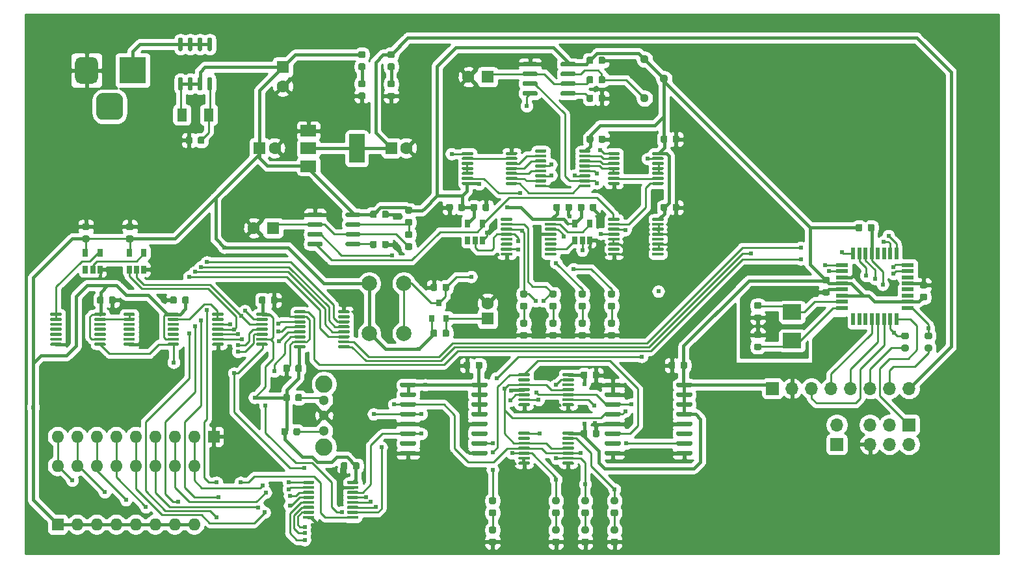
<source format=gbr>
G04 #@! TF.GenerationSoftware,KiCad,Pcbnew,(5.1.6)-1*
G04 #@! TF.CreationDate,2020-07-18T22:50:29+07:00*
G04 #@! TF.ProjectId,automata_smd,6175746f-6d61-4746-915f-736d642e6b69,3*
G04 #@! TF.SameCoordinates,Original*
G04 #@! TF.FileFunction,Copper,L1,Top*
G04 #@! TF.FilePolarity,Positive*
%FSLAX46Y46*%
G04 Gerber Fmt 4.6, Leading zero omitted, Abs format (unit mm)*
G04 Created by KiCad (PCBNEW (5.1.6)-1) date 2020-07-18 22:50:29*
%MOMM*%
%LPD*%
G01*
G04 APERTURE LIST*
G04 #@! TA.AperFunction,SMDPad,CuDef*
%ADD10R,2.400000X2.000000*%
G04 #@! TD*
G04 #@! TA.AperFunction,SMDPad,CuDef*
%ADD11R,2.000000X1.500000*%
G04 #@! TD*
G04 #@! TA.AperFunction,SMDPad,CuDef*
%ADD12R,2.000000X3.800000*%
G04 #@! TD*
G04 #@! TA.AperFunction,SMDPad,CuDef*
%ADD13R,0.650000X1.060000*%
G04 #@! TD*
G04 #@! TA.AperFunction,ComponentPad*
%ADD14O,1.600000X1.600000*%
G04 #@! TD*
G04 #@! TA.AperFunction,ComponentPad*
%ADD15R,1.600000X1.600000*%
G04 #@! TD*
G04 #@! TA.AperFunction,ComponentPad*
%ADD16C,2.000000*%
G04 #@! TD*
G04 #@! TA.AperFunction,SMDPad,CuDef*
%ADD17R,0.800000X0.900000*%
G04 #@! TD*
G04 #@! TA.AperFunction,ComponentPad*
%ADD18O,1.700000X1.700000*%
G04 #@! TD*
G04 #@! TA.AperFunction,ComponentPad*
%ADD19R,1.700000X1.700000*%
G04 #@! TD*
G04 #@! TA.AperFunction,ComponentPad*
%ADD20R,3.500000X3.500000*%
G04 #@! TD*
G04 #@! TA.AperFunction,ComponentPad*
%ADD21C,1.600000*%
G04 #@! TD*
G04 #@! TA.AperFunction,ComponentPad*
%ADD22C,1.120000*%
G04 #@! TD*
G04 #@! TA.AperFunction,SMDPad,CuDef*
%ADD23R,1.300000X1.700000*%
G04 #@! TD*
G04 #@! TA.AperFunction,SMDPad,CuDef*
%ADD24R,1.600000X0.550000*%
G04 #@! TD*
G04 #@! TA.AperFunction,SMDPad,CuDef*
%ADD25R,0.550000X1.600000*%
G04 #@! TD*
G04 #@! TA.AperFunction,ComponentPad*
%ADD26C,2.250000*%
G04 #@! TD*
G04 #@! TA.AperFunction,ComponentPad*
%ADD27C,1.300000*%
G04 #@! TD*
G04 #@! TA.AperFunction,ViaPad*
%ADD28C,0.609600*%
G04 #@! TD*
G04 #@! TA.AperFunction,ViaPad*
%ADD29C,0.800000*%
G04 #@! TD*
G04 #@! TA.AperFunction,Conductor*
%ADD30C,0.406400*%
G04 #@! TD*
G04 #@! TA.AperFunction,Conductor*
%ADD31C,0.254000*%
G04 #@! TD*
G04 #@! TA.AperFunction,Conductor*
%ADD32C,0.250000*%
G04 #@! TD*
G04 APERTURE END LIST*
G04 #@! TA.AperFunction,SMDPad,CuDef*
G36*
G01*
X57497000Y-116133000D02*
X57497000Y-115933000D01*
G75*
G02*
X57597000Y-115833000I100000J0D01*
G01*
X58872000Y-115833000D01*
G75*
G02*
X58972000Y-115933000I0J-100000D01*
G01*
X58972000Y-116133000D01*
G75*
G02*
X58872000Y-116233000I-100000J0D01*
G01*
X57597000Y-116233000D01*
G75*
G02*
X57497000Y-116133000I0J100000D01*
G01*
G37*
G04 #@! TD.AperFunction*
G04 #@! TA.AperFunction,SMDPad,CuDef*
G36*
G01*
X57497000Y-116783000D02*
X57497000Y-116583000D01*
G75*
G02*
X57597000Y-116483000I100000J0D01*
G01*
X58872000Y-116483000D01*
G75*
G02*
X58972000Y-116583000I0J-100000D01*
G01*
X58972000Y-116783000D01*
G75*
G02*
X58872000Y-116883000I-100000J0D01*
G01*
X57597000Y-116883000D01*
G75*
G02*
X57497000Y-116783000I0J100000D01*
G01*
G37*
G04 #@! TD.AperFunction*
G04 #@! TA.AperFunction,SMDPad,CuDef*
G36*
G01*
X57497000Y-117433000D02*
X57497000Y-117233000D01*
G75*
G02*
X57597000Y-117133000I100000J0D01*
G01*
X58872000Y-117133000D01*
G75*
G02*
X58972000Y-117233000I0J-100000D01*
G01*
X58972000Y-117433000D01*
G75*
G02*
X58872000Y-117533000I-100000J0D01*
G01*
X57597000Y-117533000D01*
G75*
G02*
X57497000Y-117433000I0J100000D01*
G01*
G37*
G04 #@! TD.AperFunction*
G04 #@! TA.AperFunction,SMDPad,CuDef*
G36*
G01*
X57497000Y-118083000D02*
X57497000Y-117883000D01*
G75*
G02*
X57597000Y-117783000I100000J0D01*
G01*
X58872000Y-117783000D01*
G75*
G02*
X58972000Y-117883000I0J-100000D01*
G01*
X58972000Y-118083000D01*
G75*
G02*
X58872000Y-118183000I-100000J0D01*
G01*
X57597000Y-118183000D01*
G75*
G02*
X57497000Y-118083000I0J100000D01*
G01*
G37*
G04 #@! TD.AperFunction*
G04 #@! TA.AperFunction,SMDPad,CuDef*
G36*
G01*
X57497000Y-118733000D02*
X57497000Y-118533000D01*
G75*
G02*
X57597000Y-118433000I100000J0D01*
G01*
X58872000Y-118433000D01*
G75*
G02*
X58972000Y-118533000I0J-100000D01*
G01*
X58972000Y-118733000D01*
G75*
G02*
X58872000Y-118833000I-100000J0D01*
G01*
X57597000Y-118833000D01*
G75*
G02*
X57497000Y-118733000I0J100000D01*
G01*
G37*
G04 #@! TD.AperFunction*
G04 #@! TA.AperFunction,SMDPad,CuDef*
G36*
G01*
X57497000Y-119383000D02*
X57497000Y-119183000D01*
G75*
G02*
X57597000Y-119083000I100000J0D01*
G01*
X58872000Y-119083000D01*
G75*
G02*
X58972000Y-119183000I0J-100000D01*
G01*
X58972000Y-119383000D01*
G75*
G02*
X58872000Y-119483000I-100000J0D01*
G01*
X57597000Y-119483000D01*
G75*
G02*
X57497000Y-119383000I0J100000D01*
G01*
G37*
G04 #@! TD.AperFunction*
G04 #@! TA.AperFunction,SMDPad,CuDef*
G36*
G01*
X57497000Y-120033000D02*
X57497000Y-119833000D01*
G75*
G02*
X57597000Y-119733000I100000J0D01*
G01*
X58872000Y-119733000D01*
G75*
G02*
X58972000Y-119833000I0J-100000D01*
G01*
X58972000Y-120033000D01*
G75*
G02*
X58872000Y-120133000I-100000J0D01*
G01*
X57597000Y-120133000D01*
G75*
G02*
X57497000Y-120033000I0J100000D01*
G01*
G37*
G04 #@! TD.AperFunction*
G04 #@! TA.AperFunction,SMDPad,CuDef*
G36*
G01*
X51772000Y-120033000D02*
X51772000Y-119833000D01*
G75*
G02*
X51872000Y-119733000I100000J0D01*
G01*
X53147000Y-119733000D01*
G75*
G02*
X53247000Y-119833000I0J-100000D01*
G01*
X53247000Y-120033000D01*
G75*
G02*
X53147000Y-120133000I-100000J0D01*
G01*
X51872000Y-120133000D01*
G75*
G02*
X51772000Y-120033000I0J100000D01*
G01*
G37*
G04 #@! TD.AperFunction*
G04 #@! TA.AperFunction,SMDPad,CuDef*
G36*
G01*
X51772000Y-119383000D02*
X51772000Y-119183000D01*
G75*
G02*
X51872000Y-119083000I100000J0D01*
G01*
X53147000Y-119083000D01*
G75*
G02*
X53247000Y-119183000I0J-100000D01*
G01*
X53247000Y-119383000D01*
G75*
G02*
X53147000Y-119483000I-100000J0D01*
G01*
X51872000Y-119483000D01*
G75*
G02*
X51772000Y-119383000I0J100000D01*
G01*
G37*
G04 #@! TD.AperFunction*
G04 #@! TA.AperFunction,SMDPad,CuDef*
G36*
G01*
X51772000Y-118733000D02*
X51772000Y-118533000D01*
G75*
G02*
X51872000Y-118433000I100000J0D01*
G01*
X53147000Y-118433000D01*
G75*
G02*
X53247000Y-118533000I0J-100000D01*
G01*
X53247000Y-118733000D01*
G75*
G02*
X53147000Y-118833000I-100000J0D01*
G01*
X51872000Y-118833000D01*
G75*
G02*
X51772000Y-118733000I0J100000D01*
G01*
G37*
G04 #@! TD.AperFunction*
G04 #@! TA.AperFunction,SMDPad,CuDef*
G36*
G01*
X51772000Y-118083000D02*
X51772000Y-117883000D01*
G75*
G02*
X51872000Y-117783000I100000J0D01*
G01*
X53147000Y-117783000D01*
G75*
G02*
X53247000Y-117883000I0J-100000D01*
G01*
X53247000Y-118083000D01*
G75*
G02*
X53147000Y-118183000I-100000J0D01*
G01*
X51872000Y-118183000D01*
G75*
G02*
X51772000Y-118083000I0J100000D01*
G01*
G37*
G04 #@! TD.AperFunction*
G04 #@! TA.AperFunction,SMDPad,CuDef*
G36*
G01*
X51772000Y-117433000D02*
X51772000Y-117233000D01*
G75*
G02*
X51872000Y-117133000I100000J0D01*
G01*
X53147000Y-117133000D01*
G75*
G02*
X53247000Y-117233000I0J-100000D01*
G01*
X53247000Y-117433000D01*
G75*
G02*
X53147000Y-117533000I-100000J0D01*
G01*
X51872000Y-117533000D01*
G75*
G02*
X51772000Y-117433000I0J100000D01*
G01*
G37*
G04 #@! TD.AperFunction*
G04 #@! TA.AperFunction,SMDPad,CuDef*
G36*
G01*
X51772000Y-116783000D02*
X51772000Y-116583000D01*
G75*
G02*
X51872000Y-116483000I100000J0D01*
G01*
X53147000Y-116483000D01*
G75*
G02*
X53247000Y-116583000I0J-100000D01*
G01*
X53247000Y-116783000D01*
G75*
G02*
X53147000Y-116883000I-100000J0D01*
G01*
X51872000Y-116883000D01*
G75*
G02*
X51772000Y-116783000I0J100000D01*
G01*
G37*
G04 #@! TD.AperFunction*
G04 #@! TA.AperFunction,SMDPad,CuDef*
G36*
G01*
X51772000Y-116133000D02*
X51772000Y-115933000D01*
G75*
G02*
X51872000Y-115833000I100000J0D01*
G01*
X53147000Y-115833000D01*
G75*
G02*
X53247000Y-115933000I0J-100000D01*
G01*
X53247000Y-116133000D01*
G75*
G02*
X53147000Y-116233000I-100000J0D01*
G01*
X51872000Y-116233000D01*
G75*
G02*
X51772000Y-116133000I0J100000D01*
G01*
G37*
G04 #@! TD.AperFunction*
D10*
X127254000Y-119452000D03*
X127254000Y-115752000D03*
D11*
X64287000Y-92124500D03*
X64287000Y-96724500D03*
X64287000Y-94424500D03*
D12*
X70587000Y-94424500D03*
G04 #@! TA.AperFunction,SMDPad,CuDef*
G36*
G01*
X97375000Y-131627000D02*
X97375000Y-131427000D01*
G75*
G02*
X97475000Y-131327000I100000J0D01*
G01*
X98750000Y-131327000D01*
G75*
G02*
X98850000Y-131427000I0J-100000D01*
G01*
X98850000Y-131627000D01*
G75*
G02*
X98750000Y-131727000I-100000J0D01*
G01*
X97475000Y-131727000D01*
G75*
G02*
X97375000Y-131627000I0J100000D01*
G01*
G37*
G04 #@! TD.AperFunction*
G04 #@! TA.AperFunction,SMDPad,CuDef*
G36*
G01*
X97375000Y-132277000D02*
X97375000Y-132077000D01*
G75*
G02*
X97475000Y-131977000I100000J0D01*
G01*
X98750000Y-131977000D01*
G75*
G02*
X98850000Y-132077000I0J-100000D01*
G01*
X98850000Y-132277000D01*
G75*
G02*
X98750000Y-132377000I-100000J0D01*
G01*
X97475000Y-132377000D01*
G75*
G02*
X97375000Y-132277000I0J100000D01*
G01*
G37*
G04 #@! TD.AperFunction*
G04 #@! TA.AperFunction,SMDPad,CuDef*
G36*
G01*
X97375000Y-132927000D02*
X97375000Y-132727000D01*
G75*
G02*
X97475000Y-132627000I100000J0D01*
G01*
X98750000Y-132627000D01*
G75*
G02*
X98850000Y-132727000I0J-100000D01*
G01*
X98850000Y-132927000D01*
G75*
G02*
X98750000Y-133027000I-100000J0D01*
G01*
X97475000Y-133027000D01*
G75*
G02*
X97375000Y-132927000I0J100000D01*
G01*
G37*
G04 #@! TD.AperFunction*
G04 #@! TA.AperFunction,SMDPad,CuDef*
G36*
G01*
X97375000Y-133577000D02*
X97375000Y-133377000D01*
G75*
G02*
X97475000Y-133277000I100000J0D01*
G01*
X98750000Y-133277000D01*
G75*
G02*
X98850000Y-133377000I0J-100000D01*
G01*
X98850000Y-133577000D01*
G75*
G02*
X98750000Y-133677000I-100000J0D01*
G01*
X97475000Y-133677000D01*
G75*
G02*
X97375000Y-133577000I0J100000D01*
G01*
G37*
G04 #@! TD.AperFunction*
G04 #@! TA.AperFunction,SMDPad,CuDef*
G36*
G01*
X97375000Y-134227000D02*
X97375000Y-134027000D01*
G75*
G02*
X97475000Y-133927000I100000J0D01*
G01*
X98750000Y-133927000D01*
G75*
G02*
X98850000Y-134027000I0J-100000D01*
G01*
X98850000Y-134227000D01*
G75*
G02*
X98750000Y-134327000I-100000J0D01*
G01*
X97475000Y-134327000D01*
G75*
G02*
X97375000Y-134227000I0J100000D01*
G01*
G37*
G04 #@! TD.AperFunction*
G04 #@! TA.AperFunction,SMDPad,CuDef*
G36*
G01*
X97375000Y-134877000D02*
X97375000Y-134677000D01*
G75*
G02*
X97475000Y-134577000I100000J0D01*
G01*
X98750000Y-134577000D01*
G75*
G02*
X98850000Y-134677000I0J-100000D01*
G01*
X98850000Y-134877000D01*
G75*
G02*
X98750000Y-134977000I-100000J0D01*
G01*
X97475000Y-134977000D01*
G75*
G02*
X97375000Y-134877000I0J100000D01*
G01*
G37*
G04 #@! TD.AperFunction*
G04 #@! TA.AperFunction,SMDPad,CuDef*
G36*
G01*
X97375000Y-135527000D02*
X97375000Y-135327000D01*
G75*
G02*
X97475000Y-135227000I100000J0D01*
G01*
X98750000Y-135227000D01*
G75*
G02*
X98850000Y-135327000I0J-100000D01*
G01*
X98850000Y-135527000D01*
G75*
G02*
X98750000Y-135627000I-100000J0D01*
G01*
X97475000Y-135627000D01*
G75*
G02*
X97375000Y-135527000I0J100000D01*
G01*
G37*
G04 #@! TD.AperFunction*
G04 #@! TA.AperFunction,SMDPad,CuDef*
G36*
G01*
X91650000Y-135527000D02*
X91650000Y-135327000D01*
G75*
G02*
X91750000Y-135227000I100000J0D01*
G01*
X93025000Y-135227000D01*
G75*
G02*
X93125000Y-135327000I0J-100000D01*
G01*
X93125000Y-135527000D01*
G75*
G02*
X93025000Y-135627000I-100000J0D01*
G01*
X91750000Y-135627000D01*
G75*
G02*
X91650000Y-135527000I0J100000D01*
G01*
G37*
G04 #@! TD.AperFunction*
G04 #@! TA.AperFunction,SMDPad,CuDef*
G36*
G01*
X91650000Y-134877000D02*
X91650000Y-134677000D01*
G75*
G02*
X91750000Y-134577000I100000J0D01*
G01*
X93025000Y-134577000D01*
G75*
G02*
X93125000Y-134677000I0J-100000D01*
G01*
X93125000Y-134877000D01*
G75*
G02*
X93025000Y-134977000I-100000J0D01*
G01*
X91750000Y-134977000D01*
G75*
G02*
X91650000Y-134877000I0J100000D01*
G01*
G37*
G04 #@! TD.AperFunction*
G04 #@! TA.AperFunction,SMDPad,CuDef*
G36*
G01*
X91650000Y-134227000D02*
X91650000Y-134027000D01*
G75*
G02*
X91750000Y-133927000I100000J0D01*
G01*
X93025000Y-133927000D01*
G75*
G02*
X93125000Y-134027000I0J-100000D01*
G01*
X93125000Y-134227000D01*
G75*
G02*
X93025000Y-134327000I-100000J0D01*
G01*
X91750000Y-134327000D01*
G75*
G02*
X91650000Y-134227000I0J100000D01*
G01*
G37*
G04 #@! TD.AperFunction*
G04 #@! TA.AperFunction,SMDPad,CuDef*
G36*
G01*
X91650000Y-133577000D02*
X91650000Y-133377000D01*
G75*
G02*
X91750000Y-133277000I100000J0D01*
G01*
X93025000Y-133277000D01*
G75*
G02*
X93125000Y-133377000I0J-100000D01*
G01*
X93125000Y-133577000D01*
G75*
G02*
X93025000Y-133677000I-100000J0D01*
G01*
X91750000Y-133677000D01*
G75*
G02*
X91650000Y-133577000I0J100000D01*
G01*
G37*
G04 #@! TD.AperFunction*
G04 #@! TA.AperFunction,SMDPad,CuDef*
G36*
G01*
X91650000Y-132927000D02*
X91650000Y-132727000D01*
G75*
G02*
X91750000Y-132627000I100000J0D01*
G01*
X93025000Y-132627000D01*
G75*
G02*
X93125000Y-132727000I0J-100000D01*
G01*
X93125000Y-132927000D01*
G75*
G02*
X93025000Y-133027000I-100000J0D01*
G01*
X91750000Y-133027000D01*
G75*
G02*
X91650000Y-132927000I0J100000D01*
G01*
G37*
G04 #@! TD.AperFunction*
G04 #@! TA.AperFunction,SMDPad,CuDef*
G36*
G01*
X91650000Y-132277000D02*
X91650000Y-132077000D01*
G75*
G02*
X91750000Y-131977000I100000J0D01*
G01*
X93025000Y-131977000D01*
G75*
G02*
X93125000Y-132077000I0J-100000D01*
G01*
X93125000Y-132277000D01*
G75*
G02*
X93025000Y-132377000I-100000J0D01*
G01*
X91750000Y-132377000D01*
G75*
G02*
X91650000Y-132277000I0J100000D01*
G01*
G37*
G04 #@! TD.AperFunction*
G04 #@! TA.AperFunction,SMDPad,CuDef*
G36*
G01*
X91650000Y-131627000D02*
X91650000Y-131427000D01*
G75*
G02*
X91750000Y-131327000I100000J0D01*
G01*
X93025000Y-131327000D01*
G75*
G02*
X93125000Y-131427000I0J-100000D01*
G01*
X93125000Y-131627000D01*
G75*
G02*
X93025000Y-131727000I-100000J0D01*
G01*
X91750000Y-131727000D01*
G75*
G02*
X91650000Y-131627000I0J100000D01*
G01*
G37*
G04 #@! TD.AperFunction*
G04 #@! TA.AperFunction,SMDPad,CuDef*
G36*
G01*
X97375000Y-124007000D02*
X97375000Y-123807000D01*
G75*
G02*
X97475000Y-123707000I100000J0D01*
G01*
X98750000Y-123707000D01*
G75*
G02*
X98850000Y-123807000I0J-100000D01*
G01*
X98850000Y-124007000D01*
G75*
G02*
X98750000Y-124107000I-100000J0D01*
G01*
X97475000Y-124107000D01*
G75*
G02*
X97375000Y-124007000I0J100000D01*
G01*
G37*
G04 #@! TD.AperFunction*
G04 #@! TA.AperFunction,SMDPad,CuDef*
G36*
G01*
X97375000Y-124657000D02*
X97375000Y-124457000D01*
G75*
G02*
X97475000Y-124357000I100000J0D01*
G01*
X98750000Y-124357000D01*
G75*
G02*
X98850000Y-124457000I0J-100000D01*
G01*
X98850000Y-124657000D01*
G75*
G02*
X98750000Y-124757000I-100000J0D01*
G01*
X97475000Y-124757000D01*
G75*
G02*
X97375000Y-124657000I0J100000D01*
G01*
G37*
G04 #@! TD.AperFunction*
G04 #@! TA.AperFunction,SMDPad,CuDef*
G36*
G01*
X97375000Y-125307000D02*
X97375000Y-125107000D01*
G75*
G02*
X97475000Y-125007000I100000J0D01*
G01*
X98750000Y-125007000D01*
G75*
G02*
X98850000Y-125107000I0J-100000D01*
G01*
X98850000Y-125307000D01*
G75*
G02*
X98750000Y-125407000I-100000J0D01*
G01*
X97475000Y-125407000D01*
G75*
G02*
X97375000Y-125307000I0J100000D01*
G01*
G37*
G04 #@! TD.AperFunction*
G04 #@! TA.AperFunction,SMDPad,CuDef*
G36*
G01*
X97375000Y-125957000D02*
X97375000Y-125757000D01*
G75*
G02*
X97475000Y-125657000I100000J0D01*
G01*
X98750000Y-125657000D01*
G75*
G02*
X98850000Y-125757000I0J-100000D01*
G01*
X98850000Y-125957000D01*
G75*
G02*
X98750000Y-126057000I-100000J0D01*
G01*
X97475000Y-126057000D01*
G75*
G02*
X97375000Y-125957000I0J100000D01*
G01*
G37*
G04 #@! TD.AperFunction*
G04 #@! TA.AperFunction,SMDPad,CuDef*
G36*
G01*
X97375000Y-126607000D02*
X97375000Y-126407000D01*
G75*
G02*
X97475000Y-126307000I100000J0D01*
G01*
X98750000Y-126307000D01*
G75*
G02*
X98850000Y-126407000I0J-100000D01*
G01*
X98850000Y-126607000D01*
G75*
G02*
X98750000Y-126707000I-100000J0D01*
G01*
X97475000Y-126707000D01*
G75*
G02*
X97375000Y-126607000I0J100000D01*
G01*
G37*
G04 #@! TD.AperFunction*
G04 #@! TA.AperFunction,SMDPad,CuDef*
G36*
G01*
X97375000Y-127257000D02*
X97375000Y-127057000D01*
G75*
G02*
X97475000Y-126957000I100000J0D01*
G01*
X98750000Y-126957000D01*
G75*
G02*
X98850000Y-127057000I0J-100000D01*
G01*
X98850000Y-127257000D01*
G75*
G02*
X98750000Y-127357000I-100000J0D01*
G01*
X97475000Y-127357000D01*
G75*
G02*
X97375000Y-127257000I0J100000D01*
G01*
G37*
G04 #@! TD.AperFunction*
G04 #@! TA.AperFunction,SMDPad,CuDef*
G36*
G01*
X97375000Y-127907000D02*
X97375000Y-127707000D01*
G75*
G02*
X97475000Y-127607000I100000J0D01*
G01*
X98750000Y-127607000D01*
G75*
G02*
X98850000Y-127707000I0J-100000D01*
G01*
X98850000Y-127907000D01*
G75*
G02*
X98750000Y-128007000I-100000J0D01*
G01*
X97475000Y-128007000D01*
G75*
G02*
X97375000Y-127907000I0J100000D01*
G01*
G37*
G04 #@! TD.AperFunction*
G04 #@! TA.AperFunction,SMDPad,CuDef*
G36*
G01*
X91650000Y-127907000D02*
X91650000Y-127707000D01*
G75*
G02*
X91750000Y-127607000I100000J0D01*
G01*
X93025000Y-127607000D01*
G75*
G02*
X93125000Y-127707000I0J-100000D01*
G01*
X93125000Y-127907000D01*
G75*
G02*
X93025000Y-128007000I-100000J0D01*
G01*
X91750000Y-128007000D01*
G75*
G02*
X91650000Y-127907000I0J100000D01*
G01*
G37*
G04 #@! TD.AperFunction*
G04 #@! TA.AperFunction,SMDPad,CuDef*
G36*
G01*
X91650000Y-127257000D02*
X91650000Y-127057000D01*
G75*
G02*
X91750000Y-126957000I100000J0D01*
G01*
X93025000Y-126957000D01*
G75*
G02*
X93125000Y-127057000I0J-100000D01*
G01*
X93125000Y-127257000D01*
G75*
G02*
X93025000Y-127357000I-100000J0D01*
G01*
X91750000Y-127357000D01*
G75*
G02*
X91650000Y-127257000I0J100000D01*
G01*
G37*
G04 #@! TD.AperFunction*
G04 #@! TA.AperFunction,SMDPad,CuDef*
G36*
G01*
X91650000Y-126607000D02*
X91650000Y-126407000D01*
G75*
G02*
X91750000Y-126307000I100000J0D01*
G01*
X93025000Y-126307000D01*
G75*
G02*
X93125000Y-126407000I0J-100000D01*
G01*
X93125000Y-126607000D01*
G75*
G02*
X93025000Y-126707000I-100000J0D01*
G01*
X91750000Y-126707000D01*
G75*
G02*
X91650000Y-126607000I0J100000D01*
G01*
G37*
G04 #@! TD.AperFunction*
G04 #@! TA.AperFunction,SMDPad,CuDef*
G36*
G01*
X91650000Y-125957000D02*
X91650000Y-125757000D01*
G75*
G02*
X91750000Y-125657000I100000J0D01*
G01*
X93025000Y-125657000D01*
G75*
G02*
X93125000Y-125757000I0J-100000D01*
G01*
X93125000Y-125957000D01*
G75*
G02*
X93025000Y-126057000I-100000J0D01*
G01*
X91750000Y-126057000D01*
G75*
G02*
X91650000Y-125957000I0J100000D01*
G01*
G37*
G04 #@! TD.AperFunction*
G04 #@! TA.AperFunction,SMDPad,CuDef*
G36*
G01*
X91650000Y-125307000D02*
X91650000Y-125107000D01*
G75*
G02*
X91750000Y-125007000I100000J0D01*
G01*
X93025000Y-125007000D01*
G75*
G02*
X93125000Y-125107000I0J-100000D01*
G01*
X93125000Y-125307000D01*
G75*
G02*
X93025000Y-125407000I-100000J0D01*
G01*
X91750000Y-125407000D01*
G75*
G02*
X91650000Y-125307000I0J100000D01*
G01*
G37*
G04 #@! TD.AperFunction*
G04 #@! TA.AperFunction,SMDPad,CuDef*
G36*
G01*
X91650000Y-124657000D02*
X91650000Y-124457000D01*
G75*
G02*
X91750000Y-124357000I100000J0D01*
G01*
X93025000Y-124357000D01*
G75*
G02*
X93125000Y-124457000I0J-100000D01*
G01*
X93125000Y-124657000D01*
G75*
G02*
X93025000Y-124757000I-100000J0D01*
G01*
X91750000Y-124757000D01*
G75*
G02*
X91650000Y-124657000I0J100000D01*
G01*
G37*
G04 #@! TD.AperFunction*
G04 #@! TA.AperFunction,SMDPad,CuDef*
G36*
G01*
X91650000Y-124007000D02*
X91650000Y-123807000D01*
G75*
G02*
X91750000Y-123707000I100000J0D01*
G01*
X93025000Y-123707000D01*
G75*
G02*
X93125000Y-123807000I0J-100000D01*
G01*
X93125000Y-124007000D01*
G75*
G02*
X93025000Y-124107000I-100000J0D01*
G01*
X91750000Y-124107000D01*
G75*
G02*
X91650000Y-124007000I0J100000D01*
G01*
G37*
G04 #@! TD.AperFunction*
G04 #@! TA.AperFunction,SMDPad,CuDef*
G36*
G01*
X109059000Y-95178000D02*
X109059000Y-94978000D01*
G75*
G02*
X109159000Y-94878000I100000J0D01*
G01*
X110434000Y-94878000D01*
G75*
G02*
X110534000Y-94978000I0J-100000D01*
G01*
X110534000Y-95178000D01*
G75*
G02*
X110434000Y-95278000I-100000J0D01*
G01*
X109159000Y-95278000D01*
G75*
G02*
X109059000Y-95178000I0J100000D01*
G01*
G37*
G04 #@! TD.AperFunction*
G04 #@! TA.AperFunction,SMDPad,CuDef*
G36*
G01*
X109059000Y-95828000D02*
X109059000Y-95628000D01*
G75*
G02*
X109159000Y-95528000I100000J0D01*
G01*
X110434000Y-95528000D01*
G75*
G02*
X110534000Y-95628000I0J-100000D01*
G01*
X110534000Y-95828000D01*
G75*
G02*
X110434000Y-95928000I-100000J0D01*
G01*
X109159000Y-95928000D01*
G75*
G02*
X109059000Y-95828000I0J100000D01*
G01*
G37*
G04 #@! TD.AperFunction*
G04 #@! TA.AperFunction,SMDPad,CuDef*
G36*
G01*
X109059000Y-96478000D02*
X109059000Y-96278000D01*
G75*
G02*
X109159000Y-96178000I100000J0D01*
G01*
X110434000Y-96178000D01*
G75*
G02*
X110534000Y-96278000I0J-100000D01*
G01*
X110534000Y-96478000D01*
G75*
G02*
X110434000Y-96578000I-100000J0D01*
G01*
X109159000Y-96578000D01*
G75*
G02*
X109059000Y-96478000I0J100000D01*
G01*
G37*
G04 #@! TD.AperFunction*
G04 #@! TA.AperFunction,SMDPad,CuDef*
G36*
G01*
X109059000Y-97128000D02*
X109059000Y-96928000D01*
G75*
G02*
X109159000Y-96828000I100000J0D01*
G01*
X110434000Y-96828000D01*
G75*
G02*
X110534000Y-96928000I0J-100000D01*
G01*
X110534000Y-97128000D01*
G75*
G02*
X110434000Y-97228000I-100000J0D01*
G01*
X109159000Y-97228000D01*
G75*
G02*
X109059000Y-97128000I0J100000D01*
G01*
G37*
G04 #@! TD.AperFunction*
G04 #@! TA.AperFunction,SMDPad,CuDef*
G36*
G01*
X109059000Y-97778000D02*
X109059000Y-97578000D01*
G75*
G02*
X109159000Y-97478000I100000J0D01*
G01*
X110434000Y-97478000D01*
G75*
G02*
X110534000Y-97578000I0J-100000D01*
G01*
X110534000Y-97778000D01*
G75*
G02*
X110434000Y-97878000I-100000J0D01*
G01*
X109159000Y-97878000D01*
G75*
G02*
X109059000Y-97778000I0J100000D01*
G01*
G37*
G04 #@! TD.AperFunction*
G04 #@! TA.AperFunction,SMDPad,CuDef*
G36*
G01*
X109059000Y-98428000D02*
X109059000Y-98228000D01*
G75*
G02*
X109159000Y-98128000I100000J0D01*
G01*
X110434000Y-98128000D01*
G75*
G02*
X110534000Y-98228000I0J-100000D01*
G01*
X110534000Y-98428000D01*
G75*
G02*
X110434000Y-98528000I-100000J0D01*
G01*
X109159000Y-98528000D01*
G75*
G02*
X109059000Y-98428000I0J100000D01*
G01*
G37*
G04 #@! TD.AperFunction*
G04 #@! TA.AperFunction,SMDPad,CuDef*
G36*
G01*
X109059000Y-99078000D02*
X109059000Y-98878000D01*
G75*
G02*
X109159000Y-98778000I100000J0D01*
G01*
X110434000Y-98778000D01*
G75*
G02*
X110534000Y-98878000I0J-100000D01*
G01*
X110534000Y-99078000D01*
G75*
G02*
X110434000Y-99178000I-100000J0D01*
G01*
X109159000Y-99178000D01*
G75*
G02*
X109059000Y-99078000I0J100000D01*
G01*
G37*
G04 #@! TD.AperFunction*
G04 #@! TA.AperFunction,SMDPad,CuDef*
G36*
G01*
X103334000Y-99078000D02*
X103334000Y-98878000D01*
G75*
G02*
X103434000Y-98778000I100000J0D01*
G01*
X104709000Y-98778000D01*
G75*
G02*
X104809000Y-98878000I0J-100000D01*
G01*
X104809000Y-99078000D01*
G75*
G02*
X104709000Y-99178000I-100000J0D01*
G01*
X103434000Y-99178000D01*
G75*
G02*
X103334000Y-99078000I0J100000D01*
G01*
G37*
G04 #@! TD.AperFunction*
G04 #@! TA.AperFunction,SMDPad,CuDef*
G36*
G01*
X103334000Y-98428000D02*
X103334000Y-98228000D01*
G75*
G02*
X103434000Y-98128000I100000J0D01*
G01*
X104709000Y-98128000D01*
G75*
G02*
X104809000Y-98228000I0J-100000D01*
G01*
X104809000Y-98428000D01*
G75*
G02*
X104709000Y-98528000I-100000J0D01*
G01*
X103434000Y-98528000D01*
G75*
G02*
X103334000Y-98428000I0J100000D01*
G01*
G37*
G04 #@! TD.AperFunction*
G04 #@! TA.AperFunction,SMDPad,CuDef*
G36*
G01*
X103334000Y-97778000D02*
X103334000Y-97578000D01*
G75*
G02*
X103434000Y-97478000I100000J0D01*
G01*
X104709000Y-97478000D01*
G75*
G02*
X104809000Y-97578000I0J-100000D01*
G01*
X104809000Y-97778000D01*
G75*
G02*
X104709000Y-97878000I-100000J0D01*
G01*
X103434000Y-97878000D01*
G75*
G02*
X103334000Y-97778000I0J100000D01*
G01*
G37*
G04 #@! TD.AperFunction*
G04 #@! TA.AperFunction,SMDPad,CuDef*
G36*
G01*
X103334000Y-97128000D02*
X103334000Y-96928000D01*
G75*
G02*
X103434000Y-96828000I100000J0D01*
G01*
X104709000Y-96828000D01*
G75*
G02*
X104809000Y-96928000I0J-100000D01*
G01*
X104809000Y-97128000D01*
G75*
G02*
X104709000Y-97228000I-100000J0D01*
G01*
X103434000Y-97228000D01*
G75*
G02*
X103334000Y-97128000I0J100000D01*
G01*
G37*
G04 #@! TD.AperFunction*
G04 #@! TA.AperFunction,SMDPad,CuDef*
G36*
G01*
X103334000Y-96478000D02*
X103334000Y-96278000D01*
G75*
G02*
X103434000Y-96178000I100000J0D01*
G01*
X104709000Y-96178000D01*
G75*
G02*
X104809000Y-96278000I0J-100000D01*
G01*
X104809000Y-96478000D01*
G75*
G02*
X104709000Y-96578000I-100000J0D01*
G01*
X103434000Y-96578000D01*
G75*
G02*
X103334000Y-96478000I0J100000D01*
G01*
G37*
G04 #@! TD.AperFunction*
G04 #@! TA.AperFunction,SMDPad,CuDef*
G36*
G01*
X103334000Y-95828000D02*
X103334000Y-95628000D01*
G75*
G02*
X103434000Y-95528000I100000J0D01*
G01*
X104709000Y-95528000D01*
G75*
G02*
X104809000Y-95628000I0J-100000D01*
G01*
X104809000Y-95828000D01*
G75*
G02*
X104709000Y-95928000I-100000J0D01*
G01*
X103434000Y-95928000D01*
G75*
G02*
X103334000Y-95828000I0J100000D01*
G01*
G37*
G04 #@! TD.AperFunction*
G04 #@! TA.AperFunction,SMDPad,CuDef*
G36*
G01*
X103334000Y-95178000D02*
X103334000Y-94978000D01*
G75*
G02*
X103434000Y-94878000I100000J0D01*
G01*
X104709000Y-94878000D01*
G75*
G02*
X104809000Y-94978000I0J-100000D01*
G01*
X104809000Y-95178000D01*
G75*
G02*
X104709000Y-95278000I-100000J0D01*
G01*
X103434000Y-95278000D01*
G75*
G02*
X103334000Y-95178000I0J100000D01*
G01*
G37*
G04 #@! TD.AperFunction*
G04 #@! TA.AperFunction,SMDPad,CuDef*
G36*
G01*
X85759000Y-98878000D02*
X85759000Y-99078000D01*
G75*
G02*
X85659000Y-99178000I-100000J0D01*
G01*
X84384000Y-99178000D01*
G75*
G02*
X84284000Y-99078000I0J100000D01*
G01*
X84284000Y-98878000D01*
G75*
G02*
X84384000Y-98778000I100000J0D01*
G01*
X85659000Y-98778000D01*
G75*
G02*
X85759000Y-98878000I0J-100000D01*
G01*
G37*
G04 #@! TD.AperFunction*
G04 #@! TA.AperFunction,SMDPad,CuDef*
G36*
G01*
X85759000Y-98228000D02*
X85759000Y-98428000D01*
G75*
G02*
X85659000Y-98528000I-100000J0D01*
G01*
X84384000Y-98528000D01*
G75*
G02*
X84284000Y-98428000I0J100000D01*
G01*
X84284000Y-98228000D01*
G75*
G02*
X84384000Y-98128000I100000J0D01*
G01*
X85659000Y-98128000D01*
G75*
G02*
X85759000Y-98228000I0J-100000D01*
G01*
G37*
G04 #@! TD.AperFunction*
G04 #@! TA.AperFunction,SMDPad,CuDef*
G36*
G01*
X85759000Y-97578000D02*
X85759000Y-97778000D01*
G75*
G02*
X85659000Y-97878000I-100000J0D01*
G01*
X84384000Y-97878000D01*
G75*
G02*
X84284000Y-97778000I0J100000D01*
G01*
X84284000Y-97578000D01*
G75*
G02*
X84384000Y-97478000I100000J0D01*
G01*
X85659000Y-97478000D01*
G75*
G02*
X85759000Y-97578000I0J-100000D01*
G01*
G37*
G04 #@! TD.AperFunction*
G04 #@! TA.AperFunction,SMDPad,CuDef*
G36*
G01*
X85759000Y-96928000D02*
X85759000Y-97128000D01*
G75*
G02*
X85659000Y-97228000I-100000J0D01*
G01*
X84384000Y-97228000D01*
G75*
G02*
X84284000Y-97128000I0J100000D01*
G01*
X84284000Y-96928000D01*
G75*
G02*
X84384000Y-96828000I100000J0D01*
G01*
X85659000Y-96828000D01*
G75*
G02*
X85759000Y-96928000I0J-100000D01*
G01*
G37*
G04 #@! TD.AperFunction*
G04 #@! TA.AperFunction,SMDPad,CuDef*
G36*
G01*
X85759000Y-96278000D02*
X85759000Y-96478000D01*
G75*
G02*
X85659000Y-96578000I-100000J0D01*
G01*
X84384000Y-96578000D01*
G75*
G02*
X84284000Y-96478000I0J100000D01*
G01*
X84284000Y-96278000D01*
G75*
G02*
X84384000Y-96178000I100000J0D01*
G01*
X85659000Y-96178000D01*
G75*
G02*
X85759000Y-96278000I0J-100000D01*
G01*
G37*
G04 #@! TD.AperFunction*
G04 #@! TA.AperFunction,SMDPad,CuDef*
G36*
G01*
X85759000Y-95628000D02*
X85759000Y-95828000D01*
G75*
G02*
X85659000Y-95928000I-100000J0D01*
G01*
X84384000Y-95928000D01*
G75*
G02*
X84284000Y-95828000I0J100000D01*
G01*
X84284000Y-95628000D01*
G75*
G02*
X84384000Y-95528000I100000J0D01*
G01*
X85659000Y-95528000D01*
G75*
G02*
X85759000Y-95628000I0J-100000D01*
G01*
G37*
G04 #@! TD.AperFunction*
G04 #@! TA.AperFunction,SMDPad,CuDef*
G36*
G01*
X85759000Y-94978000D02*
X85759000Y-95178000D01*
G75*
G02*
X85659000Y-95278000I-100000J0D01*
G01*
X84384000Y-95278000D01*
G75*
G02*
X84284000Y-95178000I0J100000D01*
G01*
X84284000Y-94978000D01*
G75*
G02*
X84384000Y-94878000I100000J0D01*
G01*
X85659000Y-94878000D01*
G75*
G02*
X85759000Y-94978000I0J-100000D01*
G01*
G37*
G04 #@! TD.AperFunction*
G04 #@! TA.AperFunction,SMDPad,CuDef*
G36*
G01*
X91484000Y-94978000D02*
X91484000Y-95178000D01*
G75*
G02*
X91384000Y-95278000I-100000J0D01*
G01*
X90109000Y-95278000D01*
G75*
G02*
X90009000Y-95178000I0J100000D01*
G01*
X90009000Y-94978000D01*
G75*
G02*
X90109000Y-94878000I100000J0D01*
G01*
X91384000Y-94878000D01*
G75*
G02*
X91484000Y-94978000I0J-100000D01*
G01*
G37*
G04 #@! TD.AperFunction*
G04 #@! TA.AperFunction,SMDPad,CuDef*
G36*
G01*
X91484000Y-95628000D02*
X91484000Y-95828000D01*
G75*
G02*
X91384000Y-95928000I-100000J0D01*
G01*
X90109000Y-95928000D01*
G75*
G02*
X90009000Y-95828000I0J100000D01*
G01*
X90009000Y-95628000D01*
G75*
G02*
X90109000Y-95528000I100000J0D01*
G01*
X91384000Y-95528000D01*
G75*
G02*
X91484000Y-95628000I0J-100000D01*
G01*
G37*
G04 #@! TD.AperFunction*
G04 #@! TA.AperFunction,SMDPad,CuDef*
G36*
G01*
X91484000Y-96278000D02*
X91484000Y-96478000D01*
G75*
G02*
X91384000Y-96578000I-100000J0D01*
G01*
X90109000Y-96578000D01*
G75*
G02*
X90009000Y-96478000I0J100000D01*
G01*
X90009000Y-96278000D01*
G75*
G02*
X90109000Y-96178000I100000J0D01*
G01*
X91384000Y-96178000D01*
G75*
G02*
X91484000Y-96278000I0J-100000D01*
G01*
G37*
G04 #@! TD.AperFunction*
G04 #@! TA.AperFunction,SMDPad,CuDef*
G36*
G01*
X91484000Y-96928000D02*
X91484000Y-97128000D01*
G75*
G02*
X91384000Y-97228000I-100000J0D01*
G01*
X90109000Y-97228000D01*
G75*
G02*
X90009000Y-97128000I0J100000D01*
G01*
X90009000Y-96928000D01*
G75*
G02*
X90109000Y-96828000I100000J0D01*
G01*
X91384000Y-96828000D01*
G75*
G02*
X91484000Y-96928000I0J-100000D01*
G01*
G37*
G04 #@! TD.AperFunction*
G04 #@! TA.AperFunction,SMDPad,CuDef*
G36*
G01*
X91484000Y-97578000D02*
X91484000Y-97778000D01*
G75*
G02*
X91384000Y-97878000I-100000J0D01*
G01*
X90109000Y-97878000D01*
G75*
G02*
X90009000Y-97778000I0J100000D01*
G01*
X90009000Y-97578000D01*
G75*
G02*
X90109000Y-97478000I100000J0D01*
G01*
X91384000Y-97478000D01*
G75*
G02*
X91484000Y-97578000I0J-100000D01*
G01*
G37*
G04 #@! TD.AperFunction*
G04 #@! TA.AperFunction,SMDPad,CuDef*
G36*
G01*
X91484000Y-98228000D02*
X91484000Y-98428000D01*
G75*
G02*
X91384000Y-98528000I-100000J0D01*
G01*
X90109000Y-98528000D01*
G75*
G02*
X90009000Y-98428000I0J100000D01*
G01*
X90009000Y-98228000D01*
G75*
G02*
X90109000Y-98128000I100000J0D01*
G01*
X91384000Y-98128000D01*
G75*
G02*
X91484000Y-98228000I0J-100000D01*
G01*
G37*
G04 #@! TD.AperFunction*
G04 #@! TA.AperFunction,SMDPad,CuDef*
G36*
G01*
X91484000Y-98878000D02*
X91484000Y-99078000D01*
G75*
G02*
X91384000Y-99178000I-100000J0D01*
G01*
X90109000Y-99178000D01*
G75*
G02*
X90009000Y-99078000I0J100000D01*
G01*
X90009000Y-98878000D01*
G75*
G02*
X90109000Y-98778000I100000J0D01*
G01*
X91384000Y-98778000D01*
G75*
G02*
X91484000Y-98878000I0J-100000D01*
G01*
G37*
G04 #@! TD.AperFunction*
G04 #@! TA.AperFunction,SMDPad,CuDef*
G36*
G01*
X99534000Y-94853000D02*
X99534000Y-94653000D01*
G75*
G02*
X99634000Y-94553000I100000J0D01*
G01*
X100909000Y-94553000D01*
G75*
G02*
X101009000Y-94653000I0J-100000D01*
G01*
X101009000Y-94853000D01*
G75*
G02*
X100909000Y-94953000I-100000J0D01*
G01*
X99634000Y-94953000D01*
G75*
G02*
X99534000Y-94853000I0J100000D01*
G01*
G37*
G04 #@! TD.AperFunction*
G04 #@! TA.AperFunction,SMDPad,CuDef*
G36*
G01*
X99534000Y-95503000D02*
X99534000Y-95303000D01*
G75*
G02*
X99634000Y-95203000I100000J0D01*
G01*
X100909000Y-95203000D01*
G75*
G02*
X101009000Y-95303000I0J-100000D01*
G01*
X101009000Y-95503000D01*
G75*
G02*
X100909000Y-95603000I-100000J0D01*
G01*
X99634000Y-95603000D01*
G75*
G02*
X99534000Y-95503000I0J100000D01*
G01*
G37*
G04 #@! TD.AperFunction*
G04 #@! TA.AperFunction,SMDPad,CuDef*
G36*
G01*
X99534000Y-96153000D02*
X99534000Y-95953000D01*
G75*
G02*
X99634000Y-95853000I100000J0D01*
G01*
X100909000Y-95853000D01*
G75*
G02*
X101009000Y-95953000I0J-100000D01*
G01*
X101009000Y-96153000D01*
G75*
G02*
X100909000Y-96253000I-100000J0D01*
G01*
X99634000Y-96253000D01*
G75*
G02*
X99534000Y-96153000I0J100000D01*
G01*
G37*
G04 #@! TD.AperFunction*
G04 #@! TA.AperFunction,SMDPad,CuDef*
G36*
G01*
X99534000Y-96803000D02*
X99534000Y-96603000D01*
G75*
G02*
X99634000Y-96503000I100000J0D01*
G01*
X100909000Y-96503000D01*
G75*
G02*
X101009000Y-96603000I0J-100000D01*
G01*
X101009000Y-96803000D01*
G75*
G02*
X100909000Y-96903000I-100000J0D01*
G01*
X99634000Y-96903000D01*
G75*
G02*
X99534000Y-96803000I0J100000D01*
G01*
G37*
G04 #@! TD.AperFunction*
G04 #@! TA.AperFunction,SMDPad,CuDef*
G36*
G01*
X99534000Y-97453000D02*
X99534000Y-97253000D01*
G75*
G02*
X99634000Y-97153000I100000J0D01*
G01*
X100909000Y-97153000D01*
G75*
G02*
X101009000Y-97253000I0J-100000D01*
G01*
X101009000Y-97453000D01*
G75*
G02*
X100909000Y-97553000I-100000J0D01*
G01*
X99634000Y-97553000D01*
G75*
G02*
X99534000Y-97453000I0J100000D01*
G01*
G37*
G04 #@! TD.AperFunction*
G04 #@! TA.AperFunction,SMDPad,CuDef*
G36*
G01*
X99534000Y-98103000D02*
X99534000Y-97903000D01*
G75*
G02*
X99634000Y-97803000I100000J0D01*
G01*
X100909000Y-97803000D01*
G75*
G02*
X101009000Y-97903000I0J-100000D01*
G01*
X101009000Y-98103000D01*
G75*
G02*
X100909000Y-98203000I-100000J0D01*
G01*
X99634000Y-98203000D01*
G75*
G02*
X99534000Y-98103000I0J100000D01*
G01*
G37*
G04 #@! TD.AperFunction*
G04 #@! TA.AperFunction,SMDPad,CuDef*
G36*
G01*
X99534000Y-98753000D02*
X99534000Y-98553000D01*
G75*
G02*
X99634000Y-98453000I100000J0D01*
G01*
X100909000Y-98453000D01*
G75*
G02*
X101009000Y-98553000I0J-100000D01*
G01*
X101009000Y-98753000D01*
G75*
G02*
X100909000Y-98853000I-100000J0D01*
G01*
X99634000Y-98853000D01*
G75*
G02*
X99534000Y-98753000I0J100000D01*
G01*
G37*
G04 #@! TD.AperFunction*
G04 #@! TA.AperFunction,SMDPad,CuDef*
G36*
G01*
X99534000Y-99403000D02*
X99534000Y-99203000D01*
G75*
G02*
X99634000Y-99103000I100000J0D01*
G01*
X100909000Y-99103000D01*
G75*
G02*
X101009000Y-99203000I0J-100000D01*
G01*
X101009000Y-99403000D01*
G75*
G02*
X100909000Y-99503000I-100000J0D01*
G01*
X99634000Y-99503000D01*
G75*
G02*
X99534000Y-99403000I0J100000D01*
G01*
G37*
G04 #@! TD.AperFunction*
G04 #@! TA.AperFunction,SMDPad,CuDef*
G36*
G01*
X93809000Y-99403000D02*
X93809000Y-99203000D01*
G75*
G02*
X93909000Y-99103000I100000J0D01*
G01*
X95184000Y-99103000D01*
G75*
G02*
X95284000Y-99203000I0J-100000D01*
G01*
X95284000Y-99403000D01*
G75*
G02*
X95184000Y-99503000I-100000J0D01*
G01*
X93909000Y-99503000D01*
G75*
G02*
X93809000Y-99403000I0J100000D01*
G01*
G37*
G04 #@! TD.AperFunction*
G04 #@! TA.AperFunction,SMDPad,CuDef*
G36*
G01*
X93809000Y-98753000D02*
X93809000Y-98553000D01*
G75*
G02*
X93909000Y-98453000I100000J0D01*
G01*
X95184000Y-98453000D01*
G75*
G02*
X95284000Y-98553000I0J-100000D01*
G01*
X95284000Y-98753000D01*
G75*
G02*
X95184000Y-98853000I-100000J0D01*
G01*
X93909000Y-98853000D01*
G75*
G02*
X93809000Y-98753000I0J100000D01*
G01*
G37*
G04 #@! TD.AperFunction*
G04 #@! TA.AperFunction,SMDPad,CuDef*
G36*
G01*
X93809000Y-98103000D02*
X93809000Y-97903000D01*
G75*
G02*
X93909000Y-97803000I100000J0D01*
G01*
X95184000Y-97803000D01*
G75*
G02*
X95284000Y-97903000I0J-100000D01*
G01*
X95284000Y-98103000D01*
G75*
G02*
X95184000Y-98203000I-100000J0D01*
G01*
X93909000Y-98203000D01*
G75*
G02*
X93809000Y-98103000I0J100000D01*
G01*
G37*
G04 #@! TD.AperFunction*
G04 #@! TA.AperFunction,SMDPad,CuDef*
G36*
G01*
X93809000Y-97453000D02*
X93809000Y-97253000D01*
G75*
G02*
X93909000Y-97153000I100000J0D01*
G01*
X95184000Y-97153000D01*
G75*
G02*
X95284000Y-97253000I0J-100000D01*
G01*
X95284000Y-97453000D01*
G75*
G02*
X95184000Y-97553000I-100000J0D01*
G01*
X93909000Y-97553000D01*
G75*
G02*
X93809000Y-97453000I0J100000D01*
G01*
G37*
G04 #@! TD.AperFunction*
G04 #@! TA.AperFunction,SMDPad,CuDef*
G36*
G01*
X93809000Y-96803000D02*
X93809000Y-96603000D01*
G75*
G02*
X93909000Y-96503000I100000J0D01*
G01*
X95184000Y-96503000D01*
G75*
G02*
X95284000Y-96603000I0J-100000D01*
G01*
X95284000Y-96803000D01*
G75*
G02*
X95184000Y-96903000I-100000J0D01*
G01*
X93909000Y-96903000D01*
G75*
G02*
X93809000Y-96803000I0J100000D01*
G01*
G37*
G04 #@! TD.AperFunction*
G04 #@! TA.AperFunction,SMDPad,CuDef*
G36*
G01*
X93809000Y-96153000D02*
X93809000Y-95953000D01*
G75*
G02*
X93909000Y-95853000I100000J0D01*
G01*
X95184000Y-95853000D01*
G75*
G02*
X95284000Y-95953000I0J-100000D01*
G01*
X95284000Y-96153000D01*
G75*
G02*
X95184000Y-96253000I-100000J0D01*
G01*
X93909000Y-96253000D01*
G75*
G02*
X93809000Y-96153000I0J100000D01*
G01*
G37*
G04 #@! TD.AperFunction*
G04 #@! TA.AperFunction,SMDPad,CuDef*
G36*
G01*
X93809000Y-95503000D02*
X93809000Y-95303000D01*
G75*
G02*
X93909000Y-95203000I100000J0D01*
G01*
X95184000Y-95203000D01*
G75*
G02*
X95284000Y-95303000I0J-100000D01*
G01*
X95284000Y-95503000D01*
G75*
G02*
X95184000Y-95603000I-100000J0D01*
G01*
X93909000Y-95603000D01*
G75*
G02*
X93809000Y-95503000I0J100000D01*
G01*
G37*
G04 #@! TD.AperFunction*
G04 #@! TA.AperFunction,SMDPad,CuDef*
G36*
G01*
X93809000Y-94853000D02*
X93809000Y-94653000D01*
G75*
G02*
X93909000Y-94553000I100000J0D01*
G01*
X95184000Y-94553000D01*
G75*
G02*
X95284000Y-94653000I0J-100000D01*
G01*
X95284000Y-94853000D01*
G75*
G02*
X95184000Y-94953000I-100000J0D01*
G01*
X93909000Y-94953000D01*
G75*
G02*
X93809000Y-94853000I0J100000D01*
G01*
G37*
G04 #@! TD.AperFunction*
G04 #@! TA.AperFunction,SMDPad,CuDef*
G36*
G01*
X109059000Y-103743000D02*
X109059000Y-103543000D01*
G75*
G02*
X109159000Y-103443000I100000J0D01*
G01*
X110434000Y-103443000D01*
G75*
G02*
X110534000Y-103543000I0J-100000D01*
G01*
X110534000Y-103743000D01*
G75*
G02*
X110434000Y-103843000I-100000J0D01*
G01*
X109159000Y-103843000D01*
G75*
G02*
X109059000Y-103743000I0J100000D01*
G01*
G37*
G04 #@! TD.AperFunction*
G04 #@! TA.AperFunction,SMDPad,CuDef*
G36*
G01*
X109059000Y-104393000D02*
X109059000Y-104193000D01*
G75*
G02*
X109159000Y-104093000I100000J0D01*
G01*
X110434000Y-104093000D01*
G75*
G02*
X110534000Y-104193000I0J-100000D01*
G01*
X110534000Y-104393000D01*
G75*
G02*
X110434000Y-104493000I-100000J0D01*
G01*
X109159000Y-104493000D01*
G75*
G02*
X109059000Y-104393000I0J100000D01*
G01*
G37*
G04 #@! TD.AperFunction*
G04 #@! TA.AperFunction,SMDPad,CuDef*
G36*
G01*
X109059000Y-105043000D02*
X109059000Y-104843000D01*
G75*
G02*
X109159000Y-104743000I100000J0D01*
G01*
X110434000Y-104743000D01*
G75*
G02*
X110534000Y-104843000I0J-100000D01*
G01*
X110534000Y-105043000D01*
G75*
G02*
X110434000Y-105143000I-100000J0D01*
G01*
X109159000Y-105143000D01*
G75*
G02*
X109059000Y-105043000I0J100000D01*
G01*
G37*
G04 #@! TD.AperFunction*
G04 #@! TA.AperFunction,SMDPad,CuDef*
G36*
G01*
X109059000Y-105693000D02*
X109059000Y-105493000D01*
G75*
G02*
X109159000Y-105393000I100000J0D01*
G01*
X110434000Y-105393000D01*
G75*
G02*
X110534000Y-105493000I0J-100000D01*
G01*
X110534000Y-105693000D01*
G75*
G02*
X110434000Y-105793000I-100000J0D01*
G01*
X109159000Y-105793000D01*
G75*
G02*
X109059000Y-105693000I0J100000D01*
G01*
G37*
G04 #@! TD.AperFunction*
G04 #@! TA.AperFunction,SMDPad,CuDef*
G36*
G01*
X109059000Y-106343000D02*
X109059000Y-106143000D01*
G75*
G02*
X109159000Y-106043000I100000J0D01*
G01*
X110434000Y-106043000D01*
G75*
G02*
X110534000Y-106143000I0J-100000D01*
G01*
X110534000Y-106343000D01*
G75*
G02*
X110434000Y-106443000I-100000J0D01*
G01*
X109159000Y-106443000D01*
G75*
G02*
X109059000Y-106343000I0J100000D01*
G01*
G37*
G04 #@! TD.AperFunction*
G04 #@! TA.AperFunction,SMDPad,CuDef*
G36*
G01*
X109059000Y-106993000D02*
X109059000Y-106793000D01*
G75*
G02*
X109159000Y-106693000I100000J0D01*
G01*
X110434000Y-106693000D01*
G75*
G02*
X110534000Y-106793000I0J-100000D01*
G01*
X110534000Y-106993000D01*
G75*
G02*
X110434000Y-107093000I-100000J0D01*
G01*
X109159000Y-107093000D01*
G75*
G02*
X109059000Y-106993000I0J100000D01*
G01*
G37*
G04 #@! TD.AperFunction*
G04 #@! TA.AperFunction,SMDPad,CuDef*
G36*
G01*
X109059000Y-107643000D02*
X109059000Y-107443000D01*
G75*
G02*
X109159000Y-107343000I100000J0D01*
G01*
X110434000Y-107343000D01*
G75*
G02*
X110534000Y-107443000I0J-100000D01*
G01*
X110534000Y-107643000D01*
G75*
G02*
X110434000Y-107743000I-100000J0D01*
G01*
X109159000Y-107743000D01*
G75*
G02*
X109059000Y-107643000I0J100000D01*
G01*
G37*
G04 #@! TD.AperFunction*
G04 #@! TA.AperFunction,SMDPad,CuDef*
G36*
G01*
X109059000Y-108293000D02*
X109059000Y-108093000D01*
G75*
G02*
X109159000Y-107993000I100000J0D01*
G01*
X110434000Y-107993000D01*
G75*
G02*
X110534000Y-108093000I0J-100000D01*
G01*
X110534000Y-108293000D01*
G75*
G02*
X110434000Y-108393000I-100000J0D01*
G01*
X109159000Y-108393000D01*
G75*
G02*
X109059000Y-108293000I0J100000D01*
G01*
G37*
G04 #@! TD.AperFunction*
G04 #@! TA.AperFunction,SMDPad,CuDef*
G36*
G01*
X103334000Y-108293000D02*
X103334000Y-108093000D01*
G75*
G02*
X103434000Y-107993000I100000J0D01*
G01*
X104709000Y-107993000D01*
G75*
G02*
X104809000Y-108093000I0J-100000D01*
G01*
X104809000Y-108293000D01*
G75*
G02*
X104709000Y-108393000I-100000J0D01*
G01*
X103434000Y-108393000D01*
G75*
G02*
X103334000Y-108293000I0J100000D01*
G01*
G37*
G04 #@! TD.AperFunction*
G04 #@! TA.AperFunction,SMDPad,CuDef*
G36*
G01*
X103334000Y-107643000D02*
X103334000Y-107443000D01*
G75*
G02*
X103434000Y-107343000I100000J0D01*
G01*
X104709000Y-107343000D01*
G75*
G02*
X104809000Y-107443000I0J-100000D01*
G01*
X104809000Y-107643000D01*
G75*
G02*
X104709000Y-107743000I-100000J0D01*
G01*
X103434000Y-107743000D01*
G75*
G02*
X103334000Y-107643000I0J100000D01*
G01*
G37*
G04 #@! TD.AperFunction*
G04 #@! TA.AperFunction,SMDPad,CuDef*
G36*
G01*
X103334000Y-106993000D02*
X103334000Y-106793000D01*
G75*
G02*
X103434000Y-106693000I100000J0D01*
G01*
X104709000Y-106693000D01*
G75*
G02*
X104809000Y-106793000I0J-100000D01*
G01*
X104809000Y-106993000D01*
G75*
G02*
X104709000Y-107093000I-100000J0D01*
G01*
X103434000Y-107093000D01*
G75*
G02*
X103334000Y-106993000I0J100000D01*
G01*
G37*
G04 #@! TD.AperFunction*
G04 #@! TA.AperFunction,SMDPad,CuDef*
G36*
G01*
X103334000Y-106343000D02*
X103334000Y-106143000D01*
G75*
G02*
X103434000Y-106043000I100000J0D01*
G01*
X104709000Y-106043000D01*
G75*
G02*
X104809000Y-106143000I0J-100000D01*
G01*
X104809000Y-106343000D01*
G75*
G02*
X104709000Y-106443000I-100000J0D01*
G01*
X103434000Y-106443000D01*
G75*
G02*
X103334000Y-106343000I0J100000D01*
G01*
G37*
G04 #@! TD.AperFunction*
G04 #@! TA.AperFunction,SMDPad,CuDef*
G36*
G01*
X103334000Y-105693000D02*
X103334000Y-105493000D01*
G75*
G02*
X103434000Y-105393000I100000J0D01*
G01*
X104709000Y-105393000D01*
G75*
G02*
X104809000Y-105493000I0J-100000D01*
G01*
X104809000Y-105693000D01*
G75*
G02*
X104709000Y-105793000I-100000J0D01*
G01*
X103434000Y-105793000D01*
G75*
G02*
X103334000Y-105693000I0J100000D01*
G01*
G37*
G04 #@! TD.AperFunction*
G04 #@! TA.AperFunction,SMDPad,CuDef*
G36*
G01*
X103334000Y-105043000D02*
X103334000Y-104843000D01*
G75*
G02*
X103434000Y-104743000I100000J0D01*
G01*
X104709000Y-104743000D01*
G75*
G02*
X104809000Y-104843000I0J-100000D01*
G01*
X104809000Y-105043000D01*
G75*
G02*
X104709000Y-105143000I-100000J0D01*
G01*
X103434000Y-105143000D01*
G75*
G02*
X103334000Y-105043000I0J100000D01*
G01*
G37*
G04 #@! TD.AperFunction*
G04 #@! TA.AperFunction,SMDPad,CuDef*
G36*
G01*
X103334000Y-104393000D02*
X103334000Y-104193000D01*
G75*
G02*
X103434000Y-104093000I100000J0D01*
G01*
X104709000Y-104093000D01*
G75*
G02*
X104809000Y-104193000I0J-100000D01*
G01*
X104809000Y-104393000D01*
G75*
G02*
X104709000Y-104493000I-100000J0D01*
G01*
X103434000Y-104493000D01*
G75*
G02*
X103334000Y-104393000I0J100000D01*
G01*
G37*
G04 #@! TD.AperFunction*
G04 #@! TA.AperFunction,SMDPad,CuDef*
G36*
G01*
X103334000Y-103743000D02*
X103334000Y-103543000D01*
G75*
G02*
X103434000Y-103443000I100000J0D01*
G01*
X104709000Y-103443000D01*
G75*
G02*
X104809000Y-103543000I0J-100000D01*
G01*
X104809000Y-103743000D01*
G75*
G02*
X104709000Y-103843000I-100000J0D01*
G01*
X103434000Y-103843000D01*
G75*
G02*
X103334000Y-103743000I0J100000D01*
G01*
G37*
G04 #@! TD.AperFunction*
D13*
X98999000Y-104183000D03*
X100899000Y-104183000D03*
X100899000Y-106383000D03*
X99949000Y-106383000D03*
X98999000Y-106383000D03*
X85029000Y-104183000D03*
X86929000Y-104183000D03*
X86929000Y-106383000D03*
X85979000Y-106383000D03*
X85029000Y-106383000D03*
G04 #@! TA.AperFunction,SMDPad,CuDef*
G36*
G01*
X69640000Y-120158000D02*
X69640000Y-120358000D01*
G75*
G02*
X69540000Y-120458000I-100000J0D01*
G01*
X68265000Y-120458000D01*
G75*
G02*
X68165000Y-120358000I0J100000D01*
G01*
X68165000Y-120158000D01*
G75*
G02*
X68265000Y-120058000I100000J0D01*
G01*
X69540000Y-120058000D01*
G75*
G02*
X69640000Y-120158000I0J-100000D01*
G01*
G37*
G04 #@! TD.AperFunction*
G04 #@! TA.AperFunction,SMDPad,CuDef*
G36*
G01*
X69640000Y-119508000D02*
X69640000Y-119708000D01*
G75*
G02*
X69540000Y-119808000I-100000J0D01*
G01*
X68265000Y-119808000D01*
G75*
G02*
X68165000Y-119708000I0J100000D01*
G01*
X68165000Y-119508000D01*
G75*
G02*
X68265000Y-119408000I100000J0D01*
G01*
X69540000Y-119408000D01*
G75*
G02*
X69640000Y-119508000I0J-100000D01*
G01*
G37*
G04 #@! TD.AperFunction*
G04 #@! TA.AperFunction,SMDPad,CuDef*
G36*
G01*
X69640000Y-118858000D02*
X69640000Y-119058000D01*
G75*
G02*
X69540000Y-119158000I-100000J0D01*
G01*
X68265000Y-119158000D01*
G75*
G02*
X68165000Y-119058000I0J100000D01*
G01*
X68165000Y-118858000D01*
G75*
G02*
X68265000Y-118758000I100000J0D01*
G01*
X69540000Y-118758000D01*
G75*
G02*
X69640000Y-118858000I0J-100000D01*
G01*
G37*
G04 #@! TD.AperFunction*
G04 #@! TA.AperFunction,SMDPad,CuDef*
G36*
G01*
X69640000Y-118208000D02*
X69640000Y-118408000D01*
G75*
G02*
X69540000Y-118508000I-100000J0D01*
G01*
X68265000Y-118508000D01*
G75*
G02*
X68165000Y-118408000I0J100000D01*
G01*
X68165000Y-118208000D01*
G75*
G02*
X68265000Y-118108000I100000J0D01*
G01*
X69540000Y-118108000D01*
G75*
G02*
X69640000Y-118208000I0J-100000D01*
G01*
G37*
G04 #@! TD.AperFunction*
G04 #@! TA.AperFunction,SMDPad,CuDef*
G36*
G01*
X69640000Y-117558000D02*
X69640000Y-117758000D01*
G75*
G02*
X69540000Y-117858000I-100000J0D01*
G01*
X68265000Y-117858000D01*
G75*
G02*
X68165000Y-117758000I0J100000D01*
G01*
X68165000Y-117558000D01*
G75*
G02*
X68265000Y-117458000I100000J0D01*
G01*
X69540000Y-117458000D01*
G75*
G02*
X69640000Y-117558000I0J-100000D01*
G01*
G37*
G04 #@! TD.AperFunction*
G04 #@! TA.AperFunction,SMDPad,CuDef*
G36*
G01*
X69640000Y-116908000D02*
X69640000Y-117108000D01*
G75*
G02*
X69540000Y-117208000I-100000J0D01*
G01*
X68265000Y-117208000D01*
G75*
G02*
X68165000Y-117108000I0J100000D01*
G01*
X68165000Y-116908000D01*
G75*
G02*
X68265000Y-116808000I100000J0D01*
G01*
X69540000Y-116808000D01*
G75*
G02*
X69640000Y-116908000I0J-100000D01*
G01*
G37*
G04 #@! TD.AperFunction*
G04 #@! TA.AperFunction,SMDPad,CuDef*
G36*
G01*
X69640000Y-116258000D02*
X69640000Y-116458000D01*
G75*
G02*
X69540000Y-116558000I-100000J0D01*
G01*
X68265000Y-116558000D01*
G75*
G02*
X68165000Y-116458000I0J100000D01*
G01*
X68165000Y-116258000D01*
G75*
G02*
X68265000Y-116158000I100000J0D01*
G01*
X69540000Y-116158000D01*
G75*
G02*
X69640000Y-116258000I0J-100000D01*
G01*
G37*
G04 #@! TD.AperFunction*
G04 #@! TA.AperFunction,SMDPad,CuDef*
G36*
G01*
X69640000Y-115608000D02*
X69640000Y-115808000D01*
G75*
G02*
X69540000Y-115908000I-100000J0D01*
G01*
X68265000Y-115908000D01*
G75*
G02*
X68165000Y-115808000I0J100000D01*
G01*
X68165000Y-115608000D01*
G75*
G02*
X68265000Y-115508000I100000J0D01*
G01*
X69540000Y-115508000D01*
G75*
G02*
X69640000Y-115608000I0J-100000D01*
G01*
G37*
G04 #@! TD.AperFunction*
G04 #@! TA.AperFunction,SMDPad,CuDef*
G36*
G01*
X63915000Y-115608000D02*
X63915000Y-115808000D01*
G75*
G02*
X63815000Y-115908000I-100000J0D01*
G01*
X62540000Y-115908000D01*
G75*
G02*
X62440000Y-115808000I0J100000D01*
G01*
X62440000Y-115608000D01*
G75*
G02*
X62540000Y-115508000I100000J0D01*
G01*
X63815000Y-115508000D01*
G75*
G02*
X63915000Y-115608000I0J-100000D01*
G01*
G37*
G04 #@! TD.AperFunction*
G04 #@! TA.AperFunction,SMDPad,CuDef*
G36*
G01*
X63915000Y-116258000D02*
X63915000Y-116458000D01*
G75*
G02*
X63815000Y-116558000I-100000J0D01*
G01*
X62540000Y-116558000D01*
G75*
G02*
X62440000Y-116458000I0J100000D01*
G01*
X62440000Y-116258000D01*
G75*
G02*
X62540000Y-116158000I100000J0D01*
G01*
X63815000Y-116158000D01*
G75*
G02*
X63915000Y-116258000I0J-100000D01*
G01*
G37*
G04 #@! TD.AperFunction*
G04 #@! TA.AperFunction,SMDPad,CuDef*
G36*
G01*
X63915000Y-116908000D02*
X63915000Y-117108000D01*
G75*
G02*
X63815000Y-117208000I-100000J0D01*
G01*
X62540000Y-117208000D01*
G75*
G02*
X62440000Y-117108000I0J100000D01*
G01*
X62440000Y-116908000D01*
G75*
G02*
X62540000Y-116808000I100000J0D01*
G01*
X63815000Y-116808000D01*
G75*
G02*
X63915000Y-116908000I0J-100000D01*
G01*
G37*
G04 #@! TD.AperFunction*
G04 #@! TA.AperFunction,SMDPad,CuDef*
G36*
G01*
X63915000Y-117558000D02*
X63915000Y-117758000D01*
G75*
G02*
X63815000Y-117858000I-100000J0D01*
G01*
X62540000Y-117858000D01*
G75*
G02*
X62440000Y-117758000I0J100000D01*
G01*
X62440000Y-117558000D01*
G75*
G02*
X62540000Y-117458000I100000J0D01*
G01*
X63815000Y-117458000D01*
G75*
G02*
X63915000Y-117558000I0J-100000D01*
G01*
G37*
G04 #@! TD.AperFunction*
G04 #@! TA.AperFunction,SMDPad,CuDef*
G36*
G01*
X63915000Y-118208000D02*
X63915000Y-118408000D01*
G75*
G02*
X63815000Y-118508000I-100000J0D01*
G01*
X62540000Y-118508000D01*
G75*
G02*
X62440000Y-118408000I0J100000D01*
G01*
X62440000Y-118208000D01*
G75*
G02*
X62540000Y-118108000I100000J0D01*
G01*
X63815000Y-118108000D01*
G75*
G02*
X63915000Y-118208000I0J-100000D01*
G01*
G37*
G04 #@! TD.AperFunction*
G04 #@! TA.AperFunction,SMDPad,CuDef*
G36*
G01*
X63915000Y-118858000D02*
X63915000Y-119058000D01*
G75*
G02*
X63815000Y-119158000I-100000J0D01*
G01*
X62540000Y-119158000D01*
G75*
G02*
X62440000Y-119058000I0J100000D01*
G01*
X62440000Y-118858000D01*
G75*
G02*
X62540000Y-118758000I100000J0D01*
G01*
X63815000Y-118758000D01*
G75*
G02*
X63915000Y-118858000I0J-100000D01*
G01*
G37*
G04 #@! TD.AperFunction*
G04 #@! TA.AperFunction,SMDPad,CuDef*
G36*
G01*
X63915000Y-119508000D02*
X63915000Y-119708000D01*
G75*
G02*
X63815000Y-119808000I-100000J0D01*
G01*
X62540000Y-119808000D01*
G75*
G02*
X62440000Y-119708000I0J100000D01*
G01*
X62440000Y-119508000D01*
G75*
G02*
X62540000Y-119408000I100000J0D01*
G01*
X63815000Y-119408000D01*
G75*
G02*
X63915000Y-119508000I0J-100000D01*
G01*
G37*
G04 #@! TD.AperFunction*
G04 #@! TA.AperFunction,SMDPad,CuDef*
G36*
G01*
X63915000Y-120158000D02*
X63915000Y-120358000D01*
G75*
G02*
X63815000Y-120458000I-100000J0D01*
G01*
X62540000Y-120458000D01*
G75*
G02*
X62440000Y-120358000I0J100000D01*
G01*
X62440000Y-120158000D01*
G75*
G02*
X62540000Y-120058000I100000J0D01*
G01*
X63815000Y-120058000D01*
G75*
G02*
X63915000Y-120158000I0J-100000D01*
G01*
G37*
G04 #@! TD.AperFunction*
G04 #@! TA.AperFunction,SMDPad,CuDef*
G36*
G01*
X63583000Y-138033000D02*
X63583000Y-137833000D01*
G75*
G02*
X63683000Y-137733000I100000J0D01*
G01*
X64958000Y-137733000D01*
G75*
G02*
X65058000Y-137833000I0J-100000D01*
G01*
X65058000Y-138033000D01*
G75*
G02*
X64958000Y-138133000I-100000J0D01*
G01*
X63683000Y-138133000D01*
G75*
G02*
X63583000Y-138033000I0J100000D01*
G01*
G37*
G04 #@! TD.AperFunction*
G04 #@! TA.AperFunction,SMDPad,CuDef*
G36*
G01*
X63583000Y-138683000D02*
X63583000Y-138483000D01*
G75*
G02*
X63683000Y-138383000I100000J0D01*
G01*
X64958000Y-138383000D01*
G75*
G02*
X65058000Y-138483000I0J-100000D01*
G01*
X65058000Y-138683000D01*
G75*
G02*
X64958000Y-138783000I-100000J0D01*
G01*
X63683000Y-138783000D01*
G75*
G02*
X63583000Y-138683000I0J100000D01*
G01*
G37*
G04 #@! TD.AperFunction*
G04 #@! TA.AperFunction,SMDPad,CuDef*
G36*
G01*
X63583000Y-139333000D02*
X63583000Y-139133000D01*
G75*
G02*
X63683000Y-139033000I100000J0D01*
G01*
X64958000Y-139033000D01*
G75*
G02*
X65058000Y-139133000I0J-100000D01*
G01*
X65058000Y-139333000D01*
G75*
G02*
X64958000Y-139433000I-100000J0D01*
G01*
X63683000Y-139433000D01*
G75*
G02*
X63583000Y-139333000I0J100000D01*
G01*
G37*
G04 #@! TD.AperFunction*
G04 #@! TA.AperFunction,SMDPad,CuDef*
G36*
G01*
X63583000Y-139983000D02*
X63583000Y-139783000D01*
G75*
G02*
X63683000Y-139683000I100000J0D01*
G01*
X64958000Y-139683000D01*
G75*
G02*
X65058000Y-139783000I0J-100000D01*
G01*
X65058000Y-139983000D01*
G75*
G02*
X64958000Y-140083000I-100000J0D01*
G01*
X63683000Y-140083000D01*
G75*
G02*
X63583000Y-139983000I0J100000D01*
G01*
G37*
G04 #@! TD.AperFunction*
G04 #@! TA.AperFunction,SMDPad,CuDef*
G36*
G01*
X63583000Y-140633000D02*
X63583000Y-140433000D01*
G75*
G02*
X63683000Y-140333000I100000J0D01*
G01*
X64958000Y-140333000D01*
G75*
G02*
X65058000Y-140433000I0J-100000D01*
G01*
X65058000Y-140633000D01*
G75*
G02*
X64958000Y-140733000I-100000J0D01*
G01*
X63683000Y-140733000D01*
G75*
G02*
X63583000Y-140633000I0J100000D01*
G01*
G37*
G04 #@! TD.AperFunction*
G04 #@! TA.AperFunction,SMDPad,CuDef*
G36*
G01*
X63583000Y-141283000D02*
X63583000Y-141083000D01*
G75*
G02*
X63683000Y-140983000I100000J0D01*
G01*
X64958000Y-140983000D01*
G75*
G02*
X65058000Y-141083000I0J-100000D01*
G01*
X65058000Y-141283000D01*
G75*
G02*
X64958000Y-141383000I-100000J0D01*
G01*
X63683000Y-141383000D01*
G75*
G02*
X63583000Y-141283000I0J100000D01*
G01*
G37*
G04 #@! TD.AperFunction*
G04 #@! TA.AperFunction,SMDPad,CuDef*
G36*
G01*
X63583000Y-141933000D02*
X63583000Y-141733000D01*
G75*
G02*
X63683000Y-141633000I100000J0D01*
G01*
X64958000Y-141633000D01*
G75*
G02*
X65058000Y-141733000I0J-100000D01*
G01*
X65058000Y-141933000D01*
G75*
G02*
X64958000Y-142033000I-100000J0D01*
G01*
X63683000Y-142033000D01*
G75*
G02*
X63583000Y-141933000I0J100000D01*
G01*
G37*
G04 #@! TD.AperFunction*
G04 #@! TA.AperFunction,SMDPad,CuDef*
G36*
G01*
X63583000Y-142583000D02*
X63583000Y-142383000D01*
G75*
G02*
X63683000Y-142283000I100000J0D01*
G01*
X64958000Y-142283000D01*
G75*
G02*
X65058000Y-142383000I0J-100000D01*
G01*
X65058000Y-142583000D01*
G75*
G02*
X64958000Y-142683000I-100000J0D01*
G01*
X63683000Y-142683000D01*
G75*
G02*
X63583000Y-142583000I0J100000D01*
G01*
G37*
G04 #@! TD.AperFunction*
G04 #@! TA.AperFunction,SMDPad,CuDef*
G36*
G01*
X69308000Y-142583000D02*
X69308000Y-142383000D01*
G75*
G02*
X69408000Y-142283000I100000J0D01*
G01*
X70683000Y-142283000D01*
G75*
G02*
X70783000Y-142383000I0J-100000D01*
G01*
X70783000Y-142583000D01*
G75*
G02*
X70683000Y-142683000I-100000J0D01*
G01*
X69408000Y-142683000D01*
G75*
G02*
X69308000Y-142583000I0J100000D01*
G01*
G37*
G04 #@! TD.AperFunction*
G04 #@! TA.AperFunction,SMDPad,CuDef*
G36*
G01*
X69308000Y-141933000D02*
X69308000Y-141733000D01*
G75*
G02*
X69408000Y-141633000I100000J0D01*
G01*
X70683000Y-141633000D01*
G75*
G02*
X70783000Y-141733000I0J-100000D01*
G01*
X70783000Y-141933000D01*
G75*
G02*
X70683000Y-142033000I-100000J0D01*
G01*
X69408000Y-142033000D01*
G75*
G02*
X69308000Y-141933000I0J100000D01*
G01*
G37*
G04 #@! TD.AperFunction*
G04 #@! TA.AperFunction,SMDPad,CuDef*
G36*
G01*
X69308000Y-141283000D02*
X69308000Y-141083000D01*
G75*
G02*
X69408000Y-140983000I100000J0D01*
G01*
X70683000Y-140983000D01*
G75*
G02*
X70783000Y-141083000I0J-100000D01*
G01*
X70783000Y-141283000D01*
G75*
G02*
X70683000Y-141383000I-100000J0D01*
G01*
X69408000Y-141383000D01*
G75*
G02*
X69308000Y-141283000I0J100000D01*
G01*
G37*
G04 #@! TD.AperFunction*
G04 #@! TA.AperFunction,SMDPad,CuDef*
G36*
G01*
X69308000Y-140633000D02*
X69308000Y-140433000D01*
G75*
G02*
X69408000Y-140333000I100000J0D01*
G01*
X70683000Y-140333000D01*
G75*
G02*
X70783000Y-140433000I0J-100000D01*
G01*
X70783000Y-140633000D01*
G75*
G02*
X70683000Y-140733000I-100000J0D01*
G01*
X69408000Y-140733000D01*
G75*
G02*
X69308000Y-140633000I0J100000D01*
G01*
G37*
G04 #@! TD.AperFunction*
G04 #@! TA.AperFunction,SMDPad,CuDef*
G36*
G01*
X69308000Y-139983000D02*
X69308000Y-139783000D01*
G75*
G02*
X69408000Y-139683000I100000J0D01*
G01*
X70683000Y-139683000D01*
G75*
G02*
X70783000Y-139783000I0J-100000D01*
G01*
X70783000Y-139983000D01*
G75*
G02*
X70683000Y-140083000I-100000J0D01*
G01*
X69408000Y-140083000D01*
G75*
G02*
X69308000Y-139983000I0J100000D01*
G01*
G37*
G04 #@! TD.AperFunction*
G04 #@! TA.AperFunction,SMDPad,CuDef*
G36*
G01*
X69308000Y-139333000D02*
X69308000Y-139133000D01*
G75*
G02*
X69408000Y-139033000I100000J0D01*
G01*
X70683000Y-139033000D01*
G75*
G02*
X70783000Y-139133000I0J-100000D01*
G01*
X70783000Y-139333000D01*
G75*
G02*
X70683000Y-139433000I-100000J0D01*
G01*
X69408000Y-139433000D01*
G75*
G02*
X69308000Y-139333000I0J100000D01*
G01*
G37*
G04 #@! TD.AperFunction*
G04 #@! TA.AperFunction,SMDPad,CuDef*
G36*
G01*
X69308000Y-138683000D02*
X69308000Y-138483000D01*
G75*
G02*
X69408000Y-138383000I100000J0D01*
G01*
X70683000Y-138383000D01*
G75*
G02*
X70783000Y-138483000I0J-100000D01*
G01*
X70783000Y-138683000D01*
G75*
G02*
X70683000Y-138783000I-100000J0D01*
G01*
X69408000Y-138783000D01*
G75*
G02*
X69308000Y-138683000I0J100000D01*
G01*
G37*
G04 #@! TD.AperFunction*
G04 #@! TA.AperFunction,SMDPad,CuDef*
G36*
G01*
X69308000Y-138033000D02*
X69308000Y-137833000D01*
G75*
G02*
X69408000Y-137733000I100000J0D01*
G01*
X70683000Y-137733000D01*
G75*
G02*
X70783000Y-137833000I0J-100000D01*
G01*
X70783000Y-138033000D01*
G75*
G02*
X70683000Y-138133000I-100000J0D01*
G01*
X69408000Y-138133000D01*
G75*
G02*
X69308000Y-138033000I0J100000D01*
G01*
G37*
G04 #@! TD.AperFunction*
G04 #@! TA.AperFunction,SMDPad,CuDef*
G36*
G01*
X95089000Y-103743000D02*
X95089000Y-103543000D01*
G75*
G02*
X95189000Y-103443000I100000J0D01*
G01*
X96464000Y-103443000D01*
G75*
G02*
X96564000Y-103543000I0J-100000D01*
G01*
X96564000Y-103743000D01*
G75*
G02*
X96464000Y-103843000I-100000J0D01*
G01*
X95189000Y-103843000D01*
G75*
G02*
X95089000Y-103743000I0J100000D01*
G01*
G37*
G04 #@! TD.AperFunction*
G04 #@! TA.AperFunction,SMDPad,CuDef*
G36*
G01*
X95089000Y-104393000D02*
X95089000Y-104193000D01*
G75*
G02*
X95189000Y-104093000I100000J0D01*
G01*
X96464000Y-104093000D01*
G75*
G02*
X96564000Y-104193000I0J-100000D01*
G01*
X96564000Y-104393000D01*
G75*
G02*
X96464000Y-104493000I-100000J0D01*
G01*
X95189000Y-104493000D01*
G75*
G02*
X95089000Y-104393000I0J100000D01*
G01*
G37*
G04 #@! TD.AperFunction*
G04 #@! TA.AperFunction,SMDPad,CuDef*
G36*
G01*
X95089000Y-105043000D02*
X95089000Y-104843000D01*
G75*
G02*
X95189000Y-104743000I100000J0D01*
G01*
X96464000Y-104743000D01*
G75*
G02*
X96564000Y-104843000I0J-100000D01*
G01*
X96564000Y-105043000D01*
G75*
G02*
X96464000Y-105143000I-100000J0D01*
G01*
X95189000Y-105143000D01*
G75*
G02*
X95089000Y-105043000I0J100000D01*
G01*
G37*
G04 #@! TD.AperFunction*
G04 #@! TA.AperFunction,SMDPad,CuDef*
G36*
G01*
X95089000Y-105693000D02*
X95089000Y-105493000D01*
G75*
G02*
X95189000Y-105393000I100000J0D01*
G01*
X96464000Y-105393000D01*
G75*
G02*
X96564000Y-105493000I0J-100000D01*
G01*
X96564000Y-105693000D01*
G75*
G02*
X96464000Y-105793000I-100000J0D01*
G01*
X95189000Y-105793000D01*
G75*
G02*
X95089000Y-105693000I0J100000D01*
G01*
G37*
G04 #@! TD.AperFunction*
G04 #@! TA.AperFunction,SMDPad,CuDef*
G36*
G01*
X95089000Y-106343000D02*
X95089000Y-106143000D01*
G75*
G02*
X95189000Y-106043000I100000J0D01*
G01*
X96464000Y-106043000D01*
G75*
G02*
X96564000Y-106143000I0J-100000D01*
G01*
X96564000Y-106343000D01*
G75*
G02*
X96464000Y-106443000I-100000J0D01*
G01*
X95189000Y-106443000D01*
G75*
G02*
X95089000Y-106343000I0J100000D01*
G01*
G37*
G04 #@! TD.AperFunction*
G04 #@! TA.AperFunction,SMDPad,CuDef*
G36*
G01*
X95089000Y-106993000D02*
X95089000Y-106793000D01*
G75*
G02*
X95189000Y-106693000I100000J0D01*
G01*
X96464000Y-106693000D01*
G75*
G02*
X96564000Y-106793000I0J-100000D01*
G01*
X96564000Y-106993000D01*
G75*
G02*
X96464000Y-107093000I-100000J0D01*
G01*
X95189000Y-107093000D01*
G75*
G02*
X95089000Y-106993000I0J100000D01*
G01*
G37*
G04 #@! TD.AperFunction*
G04 #@! TA.AperFunction,SMDPad,CuDef*
G36*
G01*
X95089000Y-107643000D02*
X95089000Y-107443000D01*
G75*
G02*
X95189000Y-107343000I100000J0D01*
G01*
X96464000Y-107343000D01*
G75*
G02*
X96564000Y-107443000I0J-100000D01*
G01*
X96564000Y-107643000D01*
G75*
G02*
X96464000Y-107743000I-100000J0D01*
G01*
X95189000Y-107743000D01*
G75*
G02*
X95089000Y-107643000I0J100000D01*
G01*
G37*
G04 #@! TD.AperFunction*
G04 #@! TA.AperFunction,SMDPad,CuDef*
G36*
G01*
X95089000Y-108293000D02*
X95089000Y-108093000D01*
G75*
G02*
X95189000Y-107993000I100000J0D01*
G01*
X96464000Y-107993000D01*
G75*
G02*
X96564000Y-108093000I0J-100000D01*
G01*
X96564000Y-108293000D01*
G75*
G02*
X96464000Y-108393000I-100000J0D01*
G01*
X95189000Y-108393000D01*
G75*
G02*
X95089000Y-108293000I0J100000D01*
G01*
G37*
G04 #@! TD.AperFunction*
G04 #@! TA.AperFunction,SMDPad,CuDef*
G36*
G01*
X89364000Y-108293000D02*
X89364000Y-108093000D01*
G75*
G02*
X89464000Y-107993000I100000J0D01*
G01*
X90739000Y-107993000D01*
G75*
G02*
X90839000Y-108093000I0J-100000D01*
G01*
X90839000Y-108293000D01*
G75*
G02*
X90739000Y-108393000I-100000J0D01*
G01*
X89464000Y-108393000D01*
G75*
G02*
X89364000Y-108293000I0J100000D01*
G01*
G37*
G04 #@! TD.AperFunction*
G04 #@! TA.AperFunction,SMDPad,CuDef*
G36*
G01*
X89364000Y-107643000D02*
X89364000Y-107443000D01*
G75*
G02*
X89464000Y-107343000I100000J0D01*
G01*
X90739000Y-107343000D01*
G75*
G02*
X90839000Y-107443000I0J-100000D01*
G01*
X90839000Y-107643000D01*
G75*
G02*
X90739000Y-107743000I-100000J0D01*
G01*
X89464000Y-107743000D01*
G75*
G02*
X89364000Y-107643000I0J100000D01*
G01*
G37*
G04 #@! TD.AperFunction*
G04 #@! TA.AperFunction,SMDPad,CuDef*
G36*
G01*
X89364000Y-106993000D02*
X89364000Y-106793000D01*
G75*
G02*
X89464000Y-106693000I100000J0D01*
G01*
X90739000Y-106693000D01*
G75*
G02*
X90839000Y-106793000I0J-100000D01*
G01*
X90839000Y-106993000D01*
G75*
G02*
X90739000Y-107093000I-100000J0D01*
G01*
X89464000Y-107093000D01*
G75*
G02*
X89364000Y-106993000I0J100000D01*
G01*
G37*
G04 #@! TD.AperFunction*
G04 #@! TA.AperFunction,SMDPad,CuDef*
G36*
G01*
X89364000Y-106343000D02*
X89364000Y-106143000D01*
G75*
G02*
X89464000Y-106043000I100000J0D01*
G01*
X90739000Y-106043000D01*
G75*
G02*
X90839000Y-106143000I0J-100000D01*
G01*
X90839000Y-106343000D01*
G75*
G02*
X90739000Y-106443000I-100000J0D01*
G01*
X89464000Y-106443000D01*
G75*
G02*
X89364000Y-106343000I0J100000D01*
G01*
G37*
G04 #@! TD.AperFunction*
G04 #@! TA.AperFunction,SMDPad,CuDef*
G36*
G01*
X89364000Y-105693000D02*
X89364000Y-105493000D01*
G75*
G02*
X89464000Y-105393000I100000J0D01*
G01*
X90739000Y-105393000D01*
G75*
G02*
X90839000Y-105493000I0J-100000D01*
G01*
X90839000Y-105693000D01*
G75*
G02*
X90739000Y-105793000I-100000J0D01*
G01*
X89464000Y-105793000D01*
G75*
G02*
X89364000Y-105693000I0J100000D01*
G01*
G37*
G04 #@! TD.AperFunction*
G04 #@! TA.AperFunction,SMDPad,CuDef*
G36*
G01*
X89364000Y-105043000D02*
X89364000Y-104843000D01*
G75*
G02*
X89464000Y-104743000I100000J0D01*
G01*
X90739000Y-104743000D01*
G75*
G02*
X90839000Y-104843000I0J-100000D01*
G01*
X90839000Y-105043000D01*
G75*
G02*
X90739000Y-105143000I-100000J0D01*
G01*
X89464000Y-105143000D01*
G75*
G02*
X89364000Y-105043000I0J100000D01*
G01*
G37*
G04 #@! TD.AperFunction*
G04 #@! TA.AperFunction,SMDPad,CuDef*
G36*
G01*
X89364000Y-104393000D02*
X89364000Y-104193000D01*
G75*
G02*
X89464000Y-104093000I100000J0D01*
G01*
X90739000Y-104093000D01*
G75*
G02*
X90839000Y-104193000I0J-100000D01*
G01*
X90839000Y-104393000D01*
G75*
G02*
X90739000Y-104493000I-100000J0D01*
G01*
X89464000Y-104493000D01*
G75*
G02*
X89364000Y-104393000I0J100000D01*
G01*
G37*
G04 #@! TD.AperFunction*
G04 #@! TA.AperFunction,SMDPad,CuDef*
G36*
G01*
X89364000Y-103743000D02*
X89364000Y-103543000D01*
G75*
G02*
X89464000Y-103443000I100000J0D01*
G01*
X90739000Y-103443000D01*
G75*
G02*
X90839000Y-103543000I0J-100000D01*
G01*
X90839000Y-103743000D01*
G75*
G02*
X90739000Y-103843000I-100000J0D01*
G01*
X89464000Y-103843000D01*
G75*
G02*
X89364000Y-103743000I0J100000D01*
G01*
G37*
G04 #@! TD.AperFunction*
G04 #@! TA.AperFunction,SMDPad,CuDef*
G36*
G01*
X69127500Y-103210500D02*
X69127500Y-102910500D01*
G75*
G02*
X69277500Y-102760500I150000J0D01*
G01*
X70927500Y-102760500D01*
G75*
G02*
X71077500Y-102910500I0J-150000D01*
G01*
X71077500Y-103210500D01*
G75*
G02*
X70927500Y-103360500I-150000J0D01*
G01*
X69277500Y-103360500D01*
G75*
G02*
X69127500Y-103210500I0J150000D01*
G01*
G37*
G04 #@! TD.AperFunction*
G04 #@! TA.AperFunction,SMDPad,CuDef*
G36*
G01*
X69127500Y-104480500D02*
X69127500Y-104180500D01*
G75*
G02*
X69277500Y-104030500I150000J0D01*
G01*
X70927500Y-104030500D01*
G75*
G02*
X71077500Y-104180500I0J-150000D01*
G01*
X71077500Y-104480500D01*
G75*
G02*
X70927500Y-104630500I-150000J0D01*
G01*
X69277500Y-104630500D01*
G75*
G02*
X69127500Y-104480500I0J150000D01*
G01*
G37*
G04 #@! TD.AperFunction*
G04 #@! TA.AperFunction,SMDPad,CuDef*
G36*
G01*
X69127500Y-105750500D02*
X69127500Y-105450500D01*
G75*
G02*
X69277500Y-105300500I150000J0D01*
G01*
X70927500Y-105300500D01*
G75*
G02*
X71077500Y-105450500I0J-150000D01*
G01*
X71077500Y-105750500D01*
G75*
G02*
X70927500Y-105900500I-150000J0D01*
G01*
X69277500Y-105900500D01*
G75*
G02*
X69127500Y-105750500I0J150000D01*
G01*
G37*
G04 #@! TD.AperFunction*
G04 #@! TA.AperFunction,SMDPad,CuDef*
G36*
G01*
X69127500Y-107020500D02*
X69127500Y-106720500D01*
G75*
G02*
X69277500Y-106570500I150000J0D01*
G01*
X70927500Y-106570500D01*
G75*
G02*
X71077500Y-106720500I0J-150000D01*
G01*
X71077500Y-107020500D01*
G75*
G02*
X70927500Y-107170500I-150000J0D01*
G01*
X69277500Y-107170500D01*
G75*
G02*
X69127500Y-107020500I0J150000D01*
G01*
G37*
G04 #@! TD.AperFunction*
G04 #@! TA.AperFunction,SMDPad,CuDef*
G36*
G01*
X64177500Y-107020500D02*
X64177500Y-106720500D01*
G75*
G02*
X64327500Y-106570500I150000J0D01*
G01*
X65977500Y-106570500D01*
G75*
G02*
X66127500Y-106720500I0J-150000D01*
G01*
X66127500Y-107020500D01*
G75*
G02*
X65977500Y-107170500I-150000J0D01*
G01*
X64327500Y-107170500D01*
G75*
G02*
X64177500Y-107020500I0J150000D01*
G01*
G37*
G04 #@! TD.AperFunction*
G04 #@! TA.AperFunction,SMDPad,CuDef*
G36*
G01*
X64177500Y-105750500D02*
X64177500Y-105450500D01*
G75*
G02*
X64327500Y-105300500I150000J0D01*
G01*
X65977500Y-105300500D01*
G75*
G02*
X66127500Y-105450500I0J-150000D01*
G01*
X66127500Y-105750500D01*
G75*
G02*
X65977500Y-105900500I-150000J0D01*
G01*
X64327500Y-105900500D01*
G75*
G02*
X64177500Y-105750500I0J150000D01*
G01*
G37*
G04 #@! TD.AperFunction*
G04 #@! TA.AperFunction,SMDPad,CuDef*
G36*
G01*
X64177500Y-104480500D02*
X64177500Y-104180500D01*
G75*
G02*
X64327500Y-104030500I150000J0D01*
G01*
X65977500Y-104030500D01*
G75*
G02*
X66127500Y-104180500I0J-150000D01*
G01*
X66127500Y-104480500D01*
G75*
G02*
X65977500Y-104630500I-150000J0D01*
G01*
X64327500Y-104630500D01*
G75*
G02*
X64177500Y-104480500I0J150000D01*
G01*
G37*
G04 #@! TD.AperFunction*
G04 #@! TA.AperFunction,SMDPad,CuDef*
G36*
G01*
X64177500Y-103210500D02*
X64177500Y-102910500D01*
G75*
G02*
X64327500Y-102760500I150000J0D01*
G01*
X65977500Y-102760500D01*
G75*
G02*
X66127500Y-102910500I0J-150000D01*
G01*
X66127500Y-103210500D01*
G75*
G02*
X65977500Y-103360500I-150000J0D01*
G01*
X64327500Y-103360500D01*
G75*
G02*
X64177500Y-103210500I0J150000D01*
G01*
G37*
G04 #@! TD.AperFunction*
G04 #@! TA.AperFunction,SMDPad,CuDef*
G36*
G01*
X97131000Y-83589000D02*
X97131000Y-83289000D01*
G75*
G02*
X97281000Y-83139000I150000J0D01*
G01*
X98931000Y-83139000D01*
G75*
G02*
X99081000Y-83289000I0J-150000D01*
G01*
X99081000Y-83589000D01*
G75*
G02*
X98931000Y-83739000I-150000J0D01*
G01*
X97281000Y-83739000D01*
G75*
G02*
X97131000Y-83589000I0J150000D01*
G01*
G37*
G04 #@! TD.AperFunction*
G04 #@! TA.AperFunction,SMDPad,CuDef*
G36*
G01*
X97131000Y-84859000D02*
X97131000Y-84559000D01*
G75*
G02*
X97281000Y-84409000I150000J0D01*
G01*
X98931000Y-84409000D01*
G75*
G02*
X99081000Y-84559000I0J-150000D01*
G01*
X99081000Y-84859000D01*
G75*
G02*
X98931000Y-85009000I-150000J0D01*
G01*
X97281000Y-85009000D01*
G75*
G02*
X97131000Y-84859000I0J150000D01*
G01*
G37*
G04 #@! TD.AperFunction*
G04 #@! TA.AperFunction,SMDPad,CuDef*
G36*
G01*
X97131000Y-86129000D02*
X97131000Y-85829000D01*
G75*
G02*
X97281000Y-85679000I150000J0D01*
G01*
X98931000Y-85679000D01*
G75*
G02*
X99081000Y-85829000I0J-150000D01*
G01*
X99081000Y-86129000D01*
G75*
G02*
X98931000Y-86279000I-150000J0D01*
G01*
X97281000Y-86279000D01*
G75*
G02*
X97131000Y-86129000I0J150000D01*
G01*
G37*
G04 #@! TD.AperFunction*
G04 #@! TA.AperFunction,SMDPad,CuDef*
G36*
G01*
X97131000Y-87399000D02*
X97131000Y-87099000D01*
G75*
G02*
X97281000Y-86949000I150000J0D01*
G01*
X98931000Y-86949000D01*
G75*
G02*
X99081000Y-87099000I0J-150000D01*
G01*
X99081000Y-87399000D01*
G75*
G02*
X98931000Y-87549000I-150000J0D01*
G01*
X97281000Y-87549000D01*
G75*
G02*
X97131000Y-87399000I0J150000D01*
G01*
G37*
G04 #@! TD.AperFunction*
G04 #@! TA.AperFunction,SMDPad,CuDef*
G36*
G01*
X92181000Y-87399000D02*
X92181000Y-87099000D01*
G75*
G02*
X92331000Y-86949000I150000J0D01*
G01*
X93981000Y-86949000D01*
G75*
G02*
X94131000Y-87099000I0J-150000D01*
G01*
X94131000Y-87399000D01*
G75*
G02*
X93981000Y-87549000I-150000J0D01*
G01*
X92331000Y-87549000D01*
G75*
G02*
X92181000Y-87399000I0J150000D01*
G01*
G37*
G04 #@! TD.AperFunction*
G04 #@! TA.AperFunction,SMDPad,CuDef*
G36*
G01*
X92181000Y-86129000D02*
X92181000Y-85829000D01*
G75*
G02*
X92331000Y-85679000I150000J0D01*
G01*
X93981000Y-85679000D01*
G75*
G02*
X94131000Y-85829000I0J-150000D01*
G01*
X94131000Y-86129000D01*
G75*
G02*
X93981000Y-86279000I-150000J0D01*
G01*
X92331000Y-86279000D01*
G75*
G02*
X92181000Y-86129000I0J150000D01*
G01*
G37*
G04 #@! TD.AperFunction*
G04 #@! TA.AperFunction,SMDPad,CuDef*
G36*
G01*
X92181000Y-84859000D02*
X92181000Y-84559000D01*
G75*
G02*
X92331000Y-84409000I150000J0D01*
G01*
X93981000Y-84409000D01*
G75*
G02*
X94131000Y-84559000I0J-150000D01*
G01*
X94131000Y-84859000D01*
G75*
G02*
X93981000Y-85009000I-150000J0D01*
G01*
X92331000Y-85009000D01*
G75*
G02*
X92181000Y-84859000I0J150000D01*
G01*
G37*
G04 #@! TD.AperFunction*
G04 #@! TA.AperFunction,SMDPad,CuDef*
G36*
G01*
X92181000Y-83589000D02*
X92181000Y-83289000D01*
G75*
G02*
X92331000Y-83139000I150000J0D01*
G01*
X93981000Y-83139000D01*
G75*
G02*
X94131000Y-83289000I0J-150000D01*
G01*
X94131000Y-83589000D01*
G75*
G02*
X93981000Y-83739000I-150000J0D01*
G01*
X92331000Y-83739000D01*
G75*
G02*
X92181000Y-83589000I0J150000D01*
G01*
G37*
G04 #@! TD.AperFunction*
D14*
X31623000Y-135763000D03*
X49403000Y-143383000D03*
X34163000Y-135763000D03*
X46863000Y-143383000D03*
X36703000Y-135763000D03*
X44323000Y-143383000D03*
X39243000Y-135763000D03*
X41783000Y-143383000D03*
X41783000Y-135763000D03*
X39243000Y-143383000D03*
X44323000Y-135763000D03*
X36703000Y-143383000D03*
X46863000Y-135763000D03*
X34163000Y-143383000D03*
X49403000Y-135763000D03*
D15*
X31623000Y-143383000D03*
D16*
X76708000Y-118514000D03*
X72208000Y-118514000D03*
X76708000Y-112014000D03*
X72208000Y-112014000D03*
G04 #@! TA.AperFunction,SMDPad,CuDef*
G36*
G01*
X142242250Y-119284000D02*
X141729750Y-119284000D01*
G75*
G02*
X141511000Y-119065250I0J218750D01*
G01*
X141511000Y-118627750D01*
G75*
G02*
X141729750Y-118409000I218750J0D01*
G01*
X142242250Y-118409000D01*
G75*
G02*
X142461000Y-118627750I0J-218750D01*
G01*
X142461000Y-119065250D01*
G75*
G02*
X142242250Y-119284000I-218750J0D01*
G01*
G37*
G04 #@! TD.AperFunction*
G04 #@! TA.AperFunction,SMDPad,CuDef*
G36*
G01*
X142242250Y-120859000D02*
X141729750Y-120859000D01*
G75*
G02*
X141511000Y-120640250I0J218750D01*
G01*
X141511000Y-120202750D01*
G75*
G02*
X141729750Y-119984000I218750J0D01*
G01*
X142242250Y-119984000D01*
G75*
G02*
X142461000Y-120202750I0J-218750D01*
G01*
X142461000Y-120640250D01*
G75*
G02*
X142242250Y-120859000I-218750J0D01*
G01*
G37*
G04 #@! TD.AperFunction*
G04 #@! TA.AperFunction,SMDPad,CuDef*
G36*
G01*
X145290250Y-119284000D02*
X144777750Y-119284000D01*
G75*
G02*
X144559000Y-119065250I0J218750D01*
G01*
X144559000Y-118627750D01*
G75*
G02*
X144777750Y-118409000I218750J0D01*
G01*
X145290250Y-118409000D01*
G75*
G02*
X145509000Y-118627750I0J-218750D01*
G01*
X145509000Y-119065250D01*
G75*
G02*
X145290250Y-119284000I-218750J0D01*
G01*
G37*
G04 #@! TD.AperFunction*
G04 #@! TA.AperFunction,SMDPad,CuDef*
G36*
G01*
X145290250Y-120859000D02*
X144777750Y-120859000D01*
G75*
G02*
X144559000Y-120640250I0J218750D01*
G01*
X144559000Y-120202750D01*
G75*
G02*
X144777750Y-119984000I218750J0D01*
G01*
X145290250Y-119984000D01*
G75*
G02*
X145509000Y-120202750I0J-218750D01*
G01*
X145509000Y-120640250D01*
G75*
G02*
X145290250Y-120859000I-218750J0D01*
G01*
G37*
G04 #@! TD.AperFunction*
G04 #@! TA.AperFunction,SMDPad,CuDef*
G36*
G01*
X137129000Y-105005850D02*
X137129000Y-104493350D01*
G75*
G02*
X137347750Y-104274600I218750J0D01*
G01*
X137785250Y-104274600D01*
G75*
G02*
X138004000Y-104493350I0J-218750D01*
G01*
X138004000Y-105005850D01*
G75*
G02*
X137785250Y-105224600I-218750J0D01*
G01*
X137347750Y-105224600D01*
G75*
G02*
X137129000Y-105005850I0J218750D01*
G01*
G37*
G04 #@! TD.AperFunction*
G04 #@! TA.AperFunction,SMDPad,CuDef*
G36*
G01*
X135554000Y-105005850D02*
X135554000Y-104493350D01*
G75*
G02*
X135772750Y-104274600I218750J0D01*
G01*
X136210250Y-104274600D01*
G75*
G02*
X136429000Y-104493350I0J-218750D01*
G01*
X136429000Y-105005850D01*
G75*
G02*
X136210250Y-105224600I-218750J0D01*
G01*
X135772750Y-105224600D01*
G75*
G02*
X135554000Y-105005850I0J218750D01*
G01*
G37*
G04 #@! TD.AperFunction*
G04 #@! TA.AperFunction,SMDPad,CuDef*
G36*
G01*
X61880000Y-126616750D02*
X61880000Y-127129250D01*
G75*
G02*
X61661250Y-127348000I-218750J0D01*
G01*
X61223750Y-127348000D01*
G75*
G02*
X61005000Y-127129250I0J218750D01*
G01*
X61005000Y-126616750D01*
G75*
G02*
X61223750Y-126398000I218750J0D01*
G01*
X61661250Y-126398000D01*
G75*
G02*
X61880000Y-126616750I0J-218750D01*
G01*
G37*
G04 #@! TD.AperFunction*
G04 #@! TA.AperFunction,SMDPad,CuDef*
G36*
G01*
X63455000Y-126616750D02*
X63455000Y-127129250D01*
G75*
G02*
X63236250Y-127348000I-218750J0D01*
G01*
X62798750Y-127348000D01*
G75*
G02*
X62580000Y-127129250I0J218750D01*
G01*
X62580000Y-126616750D01*
G75*
G02*
X62798750Y-126398000I218750J0D01*
G01*
X63236250Y-126398000D01*
G75*
G02*
X63455000Y-126616750I0J-218750D01*
G01*
G37*
G04 #@! TD.AperFunction*
G04 #@! TA.AperFunction,SMDPad,CuDef*
G36*
G01*
X61638000Y-131061750D02*
X61638000Y-131574250D01*
G75*
G02*
X61419250Y-131793000I-218750J0D01*
G01*
X60981750Y-131793000D01*
G75*
G02*
X60763000Y-131574250I0J218750D01*
G01*
X60763000Y-131061750D01*
G75*
G02*
X60981750Y-130843000I218750J0D01*
G01*
X61419250Y-130843000D01*
G75*
G02*
X61638000Y-131061750I0J-218750D01*
G01*
G37*
G04 #@! TD.AperFunction*
G04 #@! TA.AperFunction,SMDPad,CuDef*
G36*
G01*
X63213000Y-131061750D02*
X63213000Y-131574250D01*
G75*
G02*
X62994250Y-131793000I-218750J0D01*
G01*
X62556750Y-131793000D01*
G75*
G02*
X62338000Y-131574250I0J218750D01*
G01*
X62338000Y-131061750D01*
G75*
G02*
X62556750Y-130843000I218750J0D01*
G01*
X62994250Y-130843000D01*
G75*
G02*
X63213000Y-131061750I0J-218750D01*
G01*
G37*
G04 #@! TD.AperFunction*
G04 #@! TA.AperFunction,SMDPad,CuDef*
G36*
G01*
X103883750Y-145257000D02*
X104396250Y-145257000D01*
G75*
G02*
X104615000Y-145475750I0J-218750D01*
G01*
X104615000Y-145913250D01*
G75*
G02*
X104396250Y-146132000I-218750J0D01*
G01*
X103883750Y-146132000D01*
G75*
G02*
X103665000Y-145913250I0J218750D01*
G01*
X103665000Y-145475750D01*
G75*
G02*
X103883750Y-145257000I218750J0D01*
G01*
G37*
G04 #@! TD.AperFunction*
G04 #@! TA.AperFunction,SMDPad,CuDef*
G36*
G01*
X103883750Y-143682000D02*
X104396250Y-143682000D01*
G75*
G02*
X104615000Y-143900750I0J-218750D01*
G01*
X104615000Y-144338250D01*
G75*
G02*
X104396250Y-144557000I-218750J0D01*
G01*
X103883750Y-144557000D01*
G75*
G02*
X103665000Y-144338250I0J218750D01*
G01*
X103665000Y-143900750D01*
G75*
G02*
X103883750Y-143682000I218750J0D01*
G01*
G37*
G04 #@! TD.AperFunction*
G04 #@! TA.AperFunction,SMDPad,CuDef*
G36*
G01*
X100073750Y-145257000D02*
X100586250Y-145257000D01*
G75*
G02*
X100805000Y-145475750I0J-218750D01*
G01*
X100805000Y-145913250D01*
G75*
G02*
X100586250Y-146132000I-218750J0D01*
G01*
X100073750Y-146132000D01*
G75*
G02*
X99855000Y-145913250I0J218750D01*
G01*
X99855000Y-145475750D01*
G75*
G02*
X100073750Y-145257000I218750J0D01*
G01*
G37*
G04 #@! TD.AperFunction*
G04 #@! TA.AperFunction,SMDPad,CuDef*
G36*
G01*
X100073750Y-143682000D02*
X100586250Y-143682000D01*
G75*
G02*
X100805000Y-143900750I0J-218750D01*
G01*
X100805000Y-144338250D01*
G75*
G02*
X100586250Y-144557000I-218750J0D01*
G01*
X100073750Y-144557000D01*
G75*
G02*
X99855000Y-144338250I0J218750D01*
G01*
X99855000Y-143900750D01*
G75*
G02*
X100073750Y-143682000I218750J0D01*
G01*
G37*
G04 #@! TD.AperFunction*
G04 #@! TA.AperFunction,SMDPad,CuDef*
G36*
G01*
X96263750Y-145257000D02*
X96776250Y-145257000D01*
G75*
G02*
X96995000Y-145475750I0J-218750D01*
G01*
X96995000Y-145913250D01*
G75*
G02*
X96776250Y-146132000I-218750J0D01*
G01*
X96263750Y-146132000D01*
G75*
G02*
X96045000Y-145913250I0J218750D01*
G01*
X96045000Y-145475750D01*
G75*
G02*
X96263750Y-145257000I218750J0D01*
G01*
G37*
G04 #@! TD.AperFunction*
G04 #@! TA.AperFunction,SMDPad,CuDef*
G36*
G01*
X96263750Y-143682000D02*
X96776250Y-143682000D01*
G75*
G02*
X96995000Y-143900750I0J-218750D01*
G01*
X96995000Y-144338250D01*
G75*
G02*
X96776250Y-144557000I-218750J0D01*
G01*
X96263750Y-144557000D01*
G75*
G02*
X96045000Y-144338250I0J218750D01*
G01*
X96045000Y-143900750D01*
G75*
G02*
X96263750Y-143682000I218750J0D01*
G01*
G37*
G04 #@! TD.AperFunction*
G04 #@! TA.AperFunction,SMDPad,CuDef*
G36*
G01*
X88008750Y-145257000D02*
X88521250Y-145257000D01*
G75*
G02*
X88740000Y-145475750I0J-218750D01*
G01*
X88740000Y-145913250D01*
G75*
G02*
X88521250Y-146132000I-218750J0D01*
G01*
X88008750Y-146132000D01*
G75*
G02*
X87790000Y-145913250I0J218750D01*
G01*
X87790000Y-145475750D01*
G75*
G02*
X88008750Y-145257000I218750J0D01*
G01*
G37*
G04 #@! TD.AperFunction*
G04 #@! TA.AperFunction,SMDPad,CuDef*
G36*
G01*
X88008750Y-143682000D02*
X88521250Y-143682000D01*
G75*
G02*
X88740000Y-143900750I0J-218750D01*
G01*
X88740000Y-144338250D01*
G75*
G02*
X88521250Y-144557000I-218750J0D01*
G01*
X88008750Y-144557000D01*
G75*
G02*
X87790000Y-144338250I0J218750D01*
G01*
X87790000Y-143900750D01*
G75*
G02*
X88008750Y-143682000I218750J0D01*
G01*
G37*
G04 #@! TD.AperFunction*
G04 #@! TA.AperFunction,SMDPad,CuDef*
G36*
G01*
X103502750Y-118333000D02*
X104015250Y-118333000D01*
G75*
G02*
X104234000Y-118551750I0J-218750D01*
G01*
X104234000Y-118989250D01*
G75*
G02*
X104015250Y-119208000I-218750J0D01*
G01*
X103502750Y-119208000D01*
G75*
G02*
X103284000Y-118989250I0J218750D01*
G01*
X103284000Y-118551750D01*
G75*
G02*
X103502750Y-118333000I218750J0D01*
G01*
G37*
G04 #@! TD.AperFunction*
G04 #@! TA.AperFunction,SMDPad,CuDef*
G36*
G01*
X103502750Y-116758000D02*
X104015250Y-116758000D01*
G75*
G02*
X104234000Y-116976750I0J-218750D01*
G01*
X104234000Y-117414250D01*
G75*
G02*
X104015250Y-117633000I-218750J0D01*
G01*
X103502750Y-117633000D01*
G75*
G02*
X103284000Y-117414250I0J218750D01*
G01*
X103284000Y-116976750D01*
G75*
G02*
X103502750Y-116758000I218750J0D01*
G01*
G37*
G04 #@! TD.AperFunction*
G04 #@! TA.AperFunction,SMDPad,CuDef*
G36*
G01*
X99692750Y-118333000D02*
X100205250Y-118333000D01*
G75*
G02*
X100424000Y-118551750I0J-218750D01*
G01*
X100424000Y-118989250D01*
G75*
G02*
X100205250Y-119208000I-218750J0D01*
G01*
X99692750Y-119208000D01*
G75*
G02*
X99474000Y-118989250I0J218750D01*
G01*
X99474000Y-118551750D01*
G75*
G02*
X99692750Y-118333000I218750J0D01*
G01*
G37*
G04 #@! TD.AperFunction*
G04 #@! TA.AperFunction,SMDPad,CuDef*
G36*
G01*
X99692750Y-116758000D02*
X100205250Y-116758000D01*
G75*
G02*
X100424000Y-116976750I0J-218750D01*
G01*
X100424000Y-117414250D01*
G75*
G02*
X100205250Y-117633000I-218750J0D01*
G01*
X99692750Y-117633000D01*
G75*
G02*
X99474000Y-117414250I0J218750D01*
G01*
X99474000Y-116976750D01*
G75*
G02*
X99692750Y-116758000I218750J0D01*
G01*
G37*
G04 #@! TD.AperFunction*
G04 #@! TA.AperFunction,SMDPad,CuDef*
G36*
G01*
X95882750Y-118333000D02*
X96395250Y-118333000D01*
G75*
G02*
X96614000Y-118551750I0J-218750D01*
G01*
X96614000Y-118989250D01*
G75*
G02*
X96395250Y-119208000I-218750J0D01*
G01*
X95882750Y-119208000D01*
G75*
G02*
X95664000Y-118989250I0J218750D01*
G01*
X95664000Y-118551750D01*
G75*
G02*
X95882750Y-118333000I218750J0D01*
G01*
G37*
G04 #@! TD.AperFunction*
G04 #@! TA.AperFunction,SMDPad,CuDef*
G36*
G01*
X95882750Y-116758000D02*
X96395250Y-116758000D01*
G75*
G02*
X96614000Y-116976750I0J-218750D01*
G01*
X96614000Y-117414250D01*
G75*
G02*
X96395250Y-117633000I-218750J0D01*
G01*
X95882750Y-117633000D01*
G75*
G02*
X95664000Y-117414250I0J218750D01*
G01*
X95664000Y-116976750D01*
G75*
G02*
X95882750Y-116758000I218750J0D01*
G01*
G37*
G04 #@! TD.AperFunction*
G04 #@! TA.AperFunction,SMDPad,CuDef*
G36*
G01*
X92072750Y-118333000D02*
X92585250Y-118333000D01*
G75*
G02*
X92804000Y-118551750I0J-218750D01*
G01*
X92804000Y-118989250D01*
G75*
G02*
X92585250Y-119208000I-218750J0D01*
G01*
X92072750Y-119208000D01*
G75*
G02*
X91854000Y-118989250I0J218750D01*
G01*
X91854000Y-118551750D01*
G75*
G02*
X92072750Y-118333000I218750J0D01*
G01*
G37*
G04 #@! TD.AperFunction*
G04 #@! TA.AperFunction,SMDPad,CuDef*
G36*
G01*
X92072750Y-116758000D02*
X92585250Y-116758000D01*
G75*
G02*
X92804000Y-116976750I0J-218750D01*
G01*
X92804000Y-117414250D01*
G75*
G02*
X92585250Y-117633000I-218750J0D01*
G01*
X92072750Y-117633000D01*
G75*
G02*
X91854000Y-117414250I0J218750D01*
G01*
X91854000Y-116976750D01*
G75*
G02*
X92072750Y-116758000I218750J0D01*
G01*
G37*
G04 #@! TD.AperFunction*
G04 #@! TA.AperFunction,SMDPad,CuDef*
G36*
G01*
X81057000Y-112265750D02*
X81057000Y-112778250D01*
G75*
G02*
X80838250Y-112997000I-218750J0D01*
G01*
X80400750Y-112997000D01*
G75*
G02*
X80182000Y-112778250I0J218750D01*
G01*
X80182000Y-112265750D01*
G75*
G02*
X80400750Y-112047000I218750J0D01*
G01*
X80838250Y-112047000D01*
G75*
G02*
X81057000Y-112265750I0J-218750D01*
G01*
G37*
G04 #@! TD.AperFunction*
G04 #@! TA.AperFunction,SMDPad,CuDef*
G36*
G01*
X82632000Y-112265750D02*
X82632000Y-112778250D01*
G75*
G02*
X82413250Y-112997000I-218750J0D01*
G01*
X81975750Y-112997000D01*
G75*
G02*
X81757000Y-112778250I0J218750D01*
G01*
X81757000Y-112265750D01*
G75*
G02*
X81975750Y-112047000I218750J0D01*
G01*
X82413250Y-112047000D01*
G75*
G02*
X82632000Y-112265750I0J-218750D01*
G01*
G37*
G04 #@! TD.AperFunction*
G04 #@! TA.AperFunction,SMDPad,CuDef*
G36*
G01*
X81757000Y-118747250D02*
X81757000Y-118234750D01*
G75*
G02*
X81975750Y-118016000I218750J0D01*
G01*
X82413250Y-118016000D01*
G75*
G02*
X82632000Y-118234750I0J-218750D01*
G01*
X82632000Y-118747250D01*
G75*
G02*
X82413250Y-118966000I-218750J0D01*
G01*
X81975750Y-118966000D01*
G75*
G02*
X81757000Y-118747250I0J218750D01*
G01*
G37*
G04 #@! TD.AperFunction*
G04 #@! TA.AperFunction,SMDPad,CuDef*
G36*
G01*
X80182000Y-118747250D02*
X80182000Y-118234750D01*
G75*
G02*
X80400750Y-118016000I218750J0D01*
G01*
X80838250Y-118016000D01*
G75*
G02*
X81057000Y-118234750I0J-218750D01*
G01*
X81057000Y-118747250D01*
G75*
G02*
X80838250Y-118966000I-218750J0D01*
G01*
X80400750Y-118966000D01*
G75*
G02*
X80182000Y-118747250I0J218750D01*
G01*
G37*
G04 #@! TD.AperFunction*
G04 #@! TA.AperFunction,SMDPad,CuDef*
G36*
G01*
X77086750Y-106776000D02*
X77599250Y-106776000D01*
G75*
G02*
X77818000Y-106994750I0J-218750D01*
G01*
X77818000Y-107432250D01*
G75*
G02*
X77599250Y-107651000I-218750J0D01*
G01*
X77086750Y-107651000D01*
G75*
G02*
X76868000Y-107432250I0J218750D01*
G01*
X76868000Y-106994750D01*
G75*
G02*
X77086750Y-106776000I218750J0D01*
G01*
G37*
G04 #@! TD.AperFunction*
G04 #@! TA.AperFunction,SMDPad,CuDef*
G36*
G01*
X77086750Y-105201000D02*
X77599250Y-105201000D01*
G75*
G02*
X77818000Y-105419750I0J-218750D01*
G01*
X77818000Y-105857250D01*
G75*
G02*
X77599250Y-106076000I-218750J0D01*
G01*
X77086750Y-106076000D01*
G75*
G02*
X76868000Y-105857250I0J218750D01*
G01*
X76868000Y-105419750D01*
G75*
G02*
X77086750Y-105201000I218750J0D01*
G01*
G37*
G04 #@! TD.AperFunction*
G04 #@! TA.AperFunction,SMDPad,CuDef*
G36*
G01*
X77086750Y-103601000D02*
X77599250Y-103601000D01*
G75*
G02*
X77818000Y-103819750I0J-218750D01*
G01*
X77818000Y-104257250D01*
G75*
G02*
X77599250Y-104476000I-218750J0D01*
G01*
X77086750Y-104476000D01*
G75*
G02*
X76868000Y-104257250I0J218750D01*
G01*
X76868000Y-103819750D01*
G75*
G02*
X77086750Y-103601000I218750J0D01*
G01*
G37*
G04 #@! TD.AperFunction*
G04 #@! TA.AperFunction,SMDPad,CuDef*
G36*
G01*
X77086750Y-102026000D02*
X77599250Y-102026000D01*
G75*
G02*
X77818000Y-102244750I0J-218750D01*
G01*
X77818000Y-102682250D01*
G75*
G02*
X77599250Y-102901000I-218750J0D01*
G01*
X77086750Y-102901000D01*
G75*
G02*
X76868000Y-102682250I0J218750D01*
G01*
X76868000Y-102244750D01*
G75*
G02*
X77086750Y-102026000I218750J0D01*
G01*
G37*
G04 #@! TD.AperFunction*
G04 #@! TA.AperFunction,SMDPad,CuDef*
G36*
G01*
X101377000Y-85214750D02*
X101377000Y-85727250D01*
G75*
G02*
X101158250Y-85946000I-218750J0D01*
G01*
X100720750Y-85946000D01*
G75*
G02*
X100502000Y-85727250I0J218750D01*
G01*
X100502000Y-85214750D01*
G75*
G02*
X100720750Y-84996000I218750J0D01*
G01*
X101158250Y-84996000D01*
G75*
G02*
X101377000Y-85214750I0J-218750D01*
G01*
G37*
G04 #@! TD.AperFunction*
G04 #@! TA.AperFunction,SMDPad,CuDef*
G36*
G01*
X102952000Y-85214750D02*
X102952000Y-85727250D01*
G75*
G02*
X102733250Y-85946000I-218750J0D01*
G01*
X102295750Y-85946000D01*
G75*
G02*
X102077000Y-85727250I0J218750D01*
G01*
X102077000Y-85214750D01*
G75*
G02*
X102295750Y-84996000I218750J0D01*
G01*
X102733250Y-84996000D01*
G75*
G02*
X102952000Y-85214750I0J-218750D01*
G01*
G37*
G04 #@! TD.AperFunction*
G04 #@! TA.AperFunction,SMDPad,CuDef*
G36*
G01*
X74800750Y-87154500D02*
X75313250Y-87154500D01*
G75*
G02*
X75532000Y-87373250I0J-218750D01*
G01*
X75532000Y-87810750D01*
G75*
G02*
X75313250Y-88029500I-218750J0D01*
G01*
X74800750Y-88029500D01*
G75*
G02*
X74582000Y-87810750I0J218750D01*
G01*
X74582000Y-87373250D01*
G75*
G02*
X74800750Y-87154500I218750J0D01*
G01*
G37*
G04 #@! TD.AperFunction*
G04 #@! TA.AperFunction,SMDPad,CuDef*
G36*
G01*
X74800750Y-85579500D02*
X75313250Y-85579500D01*
G75*
G02*
X75532000Y-85798250I0J-218750D01*
G01*
X75532000Y-86235750D01*
G75*
G02*
X75313250Y-86454500I-218750J0D01*
G01*
X74800750Y-86454500D01*
G75*
G02*
X74582000Y-86235750I0J218750D01*
G01*
X74582000Y-85798250D01*
G75*
G02*
X74800750Y-85579500I218750J0D01*
G01*
G37*
G04 #@! TD.AperFunction*
G04 #@! TA.AperFunction,SMDPad,CuDef*
G36*
G01*
X49180000Y-93088750D02*
X49180000Y-93601250D01*
G75*
G02*
X48961250Y-93820000I-218750J0D01*
G01*
X48523750Y-93820000D01*
G75*
G02*
X48305000Y-93601250I0J218750D01*
G01*
X48305000Y-93088750D01*
G75*
G02*
X48523750Y-92870000I218750J0D01*
G01*
X48961250Y-92870000D01*
G75*
G02*
X49180000Y-93088750I0J-218750D01*
G01*
G37*
G04 #@! TD.AperFunction*
G04 #@! TA.AperFunction,SMDPad,CuDef*
G36*
G01*
X50755000Y-93088750D02*
X50755000Y-93601250D01*
G75*
G02*
X50536250Y-93820000I-218750J0D01*
G01*
X50098750Y-93820000D01*
G75*
G02*
X49880000Y-93601250I0J218750D01*
G01*
X49880000Y-93088750D01*
G75*
G02*
X50098750Y-92870000I218750J0D01*
G01*
X50536250Y-92870000D01*
G75*
G02*
X50755000Y-93088750I0J-218750D01*
G01*
G37*
G04 #@! TD.AperFunction*
G04 #@! TA.AperFunction,SMDPad,CuDef*
G36*
G01*
X70990750Y-87141800D02*
X71503250Y-87141800D01*
G75*
G02*
X71722000Y-87360550I0J-218750D01*
G01*
X71722000Y-87798050D01*
G75*
G02*
X71503250Y-88016800I-218750J0D01*
G01*
X70990750Y-88016800D01*
G75*
G02*
X70772000Y-87798050I0J218750D01*
G01*
X70772000Y-87360550D01*
G75*
G02*
X70990750Y-87141800I218750J0D01*
G01*
G37*
G04 #@! TD.AperFunction*
G04 #@! TA.AperFunction,SMDPad,CuDef*
G36*
G01*
X70990750Y-85566800D02*
X71503250Y-85566800D01*
G75*
G02*
X71722000Y-85785550I0J-218750D01*
G01*
X71722000Y-86223050D01*
G75*
G02*
X71503250Y-86441800I-218750J0D01*
G01*
X70990750Y-86441800D01*
G75*
G02*
X70772000Y-86223050I0J218750D01*
G01*
X70772000Y-85785550D01*
G75*
G02*
X70990750Y-85566800I218750J0D01*
G01*
G37*
G04 #@! TD.AperFunction*
G04 #@! TA.AperFunction,SMDPad,CuDef*
G36*
G01*
X47775000Y-81739000D02*
X47475000Y-81739000D01*
G75*
G02*
X47325000Y-81589000I0J150000D01*
G01*
X47325000Y-80139000D01*
G75*
G02*
X47475000Y-79989000I150000J0D01*
G01*
X47775000Y-79989000D01*
G75*
G02*
X47925000Y-80139000I0J-150000D01*
G01*
X47925000Y-81589000D01*
G75*
G02*
X47775000Y-81739000I-150000J0D01*
G01*
G37*
G04 #@! TD.AperFunction*
G04 #@! TA.AperFunction,SMDPad,CuDef*
G36*
G01*
X49045000Y-81739000D02*
X48745000Y-81739000D01*
G75*
G02*
X48595000Y-81589000I0J150000D01*
G01*
X48595000Y-80139000D01*
G75*
G02*
X48745000Y-79989000I150000J0D01*
G01*
X49045000Y-79989000D01*
G75*
G02*
X49195000Y-80139000I0J-150000D01*
G01*
X49195000Y-81589000D01*
G75*
G02*
X49045000Y-81739000I-150000J0D01*
G01*
G37*
G04 #@! TD.AperFunction*
G04 #@! TA.AperFunction,SMDPad,CuDef*
G36*
G01*
X50315000Y-81739000D02*
X50015000Y-81739000D01*
G75*
G02*
X49865000Y-81589000I0J150000D01*
G01*
X49865000Y-80139000D01*
G75*
G02*
X50015000Y-79989000I150000J0D01*
G01*
X50315000Y-79989000D01*
G75*
G02*
X50465000Y-80139000I0J-150000D01*
G01*
X50465000Y-81589000D01*
G75*
G02*
X50315000Y-81739000I-150000J0D01*
G01*
G37*
G04 #@! TD.AperFunction*
G04 #@! TA.AperFunction,SMDPad,CuDef*
G36*
G01*
X51585000Y-81739000D02*
X51285000Y-81739000D01*
G75*
G02*
X51135000Y-81589000I0J150000D01*
G01*
X51135000Y-80139000D01*
G75*
G02*
X51285000Y-79989000I150000J0D01*
G01*
X51585000Y-79989000D01*
G75*
G02*
X51735000Y-80139000I0J-150000D01*
G01*
X51735000Y-81589000D01*
G75*
G02*
X51585000Y-81739000I-150000J0D01*
G01*
G37*
G04 #@! TD.AperFunction*
G04 #@! TA.AperFunction,SMDPad,CuDef*
G36*
G01*
X51585000Y-86889000D02*
X51285000Y-86889000D01*
G75*
G02*
X51135000Y-86739000I0J150000D01*
G01*
X51135000Y-85289000D01*
G75*
G02*
X51285000Y-85139000I150000J0D01*
G01*
X51585000Y-85139000D01*
G75*
G02*
X51735000Y-85289000I0J-150000D01*
G01*
X51735000Y-86739000D01*
G75*
G02*
X51585000Y-86889000I-150000J0D01*
G01*
G37*
G04 #@! TD.AperFunction*
G04 #@! TA.AperFunction,SMDPad,CuDef*
G36*
G01*
X50315000Y-86889000D02*
X50015000Y-86889000D01*
G75*
G02*
X49865000Y-86739000I0J150000D01*
G01*
X49865000Y-85289000D01*
G75*
G02*
X50015000Y-85139000I150000J0D01*
G01*
X50315000Y-85139000D01*
G75*
G02*
X50465000Y-85289000I0J-150000D01*
G01*
X50465000Y-86739000D01*
G75*
G02*
X50315000Y-86889000I-150000J0D01*
G01*
G37*
G04 #@! TD.AperFunction*
G04 #@! TA.AperFunction,SMDPad,CuDef*
G36*
G01*
X49045000Y-86889000D02*
X48745000Y-86889000D01*
G75*
G02*
X48595000Y-86739000I0J150000D01*
G01*
X48595000Y-85289000D01*
G75*
G02*
X48745000Y-85139000I150000J0D01*
G01*
X49045000Y-85139000D01*
G75*
G02*
X49195000Y-85289000I0J-150000D01*
G01*
X49195000Y-86739000D01*
G75*
G02*
X49045000Y-86889000I-150000J0D01*
G01*
G37*
G04 #@! TD.AperFunction*
G04 #@! TA.AperFunction,SMDPad,CuDef*
G36*
G01*
X47775000Y-86889000D02*
X47475000Y-86889000D01*
G75*
G02*
X47325000Y-86739000I0J150000D01*
G01*
X47325000Y-85289000D01*
G75*
G02*
X47475000Y-85139000I150000J0D01*
G01*
X47775000Y-85139000D01*
G75*
G02*
X47925000Y-85289000I0J-150000D01*
G01*
X47925000Y-86739000D01*
G75*
G02*
X47775000Y-86889000I-150000J0D01*
G01*
G37*
G04 #@! TD.AperFunction*
D17*
X81280000Y-114570000D03*
X82230000Y-116570000D03*
X80330000Y-116570000D03*
D18*
X133096000Y-130429000D03*
D19*
X133096000Y-132969000D03*
D18*
X137414000Y-132969000D03*
X137414000Y-130429000D03*
X139954000Y-132969000D03*
X139954000Y-130429000D03*
X142494000Y-132969000D03*
D19*
X142494000Y-130429000D03*
D18*
X142494000Y-125704600D03*
X139954000Y-125704600D03*
X137414000Y-125704600D03*
X134874000Y-125704600D03*
X132334000Y-125704600D03*
X129794000Y-125704600D03*
X127254000Y-125704600D03*
D19*
X124714000Y-125704600D03*
D20*
X41402000Y-84251800D03*
G04 #@! TA.AperFunction,ComponentPad*
G36*
G01*
X33902000Y-85251800D02*
X33902000Y-83251800D01*
G75*
G02*
X34652000Y-82501800I750000J0D01*
G01*
X36152000Y-82501800D01*
G75*
G02*
X36902000Y-83251800I0J-750000D01*
G01*
X36902000Y-85251800D01*
G75*
G02*
X36152000Y-86001800I-750000J0D01*
G01*
X34652000Y-86001800D01*
G75*
G02*
X33902000Y-85251800I0J750000D01*
G01*
G37*
G04 #@! TD.AperFunction*
G04 #@! TA.AperFunction,ComponentPad*
G36*
G01*
X36652000Y-89826800D02*
X36652000Y-88076800D01*
G75*
G02*
X37527000Y-87201800I875000J0D01*
G01*
X39277000Y-87201800D01*
G75*
G02*
X40152000Y-88076800I0J-875000D01*
G01*
X40152000Y-89826800D01*
G75*
G02*
X39277000Y-90701800I-875000J0D01*
G01*
X37527000Y-90701800D01*
G75*
G02*
X36652000Y-89826800I0J875000D01*
G01*
G37*
G04 #@! TD.AperFunction*
G04 #@! TA.AperFunction,SMDPad,CuDef*
G36*
G01*
X75313250Y-82631800D02*
X74800750Y-82631800D01*
G75*
G02*
X74582000Y-82413050I0J218750D01*
G01*
X74582000Y-81975550D01*
G75*
G02*
X74800750Y-81756800I218750J0D01*
G01*
X75313250Y-81756800D01*
G75*
G02*
X75532000Y-81975550I0J-218750D01*
G01*
X75532000Y-82413050D01*
G75*
G02*
X75313250Y-82631800I-218750J0D01*
G01*
G37*
G04 #@! TD.AperFunction*
G04 #@! TA.AperFunction,SMDPad,CuDef*
G36*
G01*
X75313250Y-84206800D02*
X74800750Y-84206800D01*
G75*
G02*
X74582000Y-83988050I0J218750D01*
G01*
X74582000Y-83550550D01*
G75*
G02*
X74800750Y-83331800I218750J0D01*
G01*
X75313250Y-83331800D01*
G75*
G02*
X75532000Y-83550550I0J-218750D01*
G01*
X75532000Y-83988050D01*
G75*
G02*
X75313250Y-84206800I-218750J0D01*
G01*
G37*
G04 #@! TD.AperFunction*
G04 #@! TA.AperFunction,SMDPad,CuDef*
G36*
G01*
X71503250Y-82631800D02*
X70990750Y-82631800D01*
G75*
G02*
X70772000Y-82413050I0J218750D01*
G01*
X70772000Y-81975550D01*
G75*
G02*
X70990750Y-81756800I218750J0D01*
G01*
X71503250Y-81756800D01*
G75*
G02*
X71722000Y-81975550I0J-218750D01*
G01*
X71722000Y-82413050D01*
G75*
G02*
X71503250Y-82631800I-218750J0D01*
G01*
G37*
G04 #@! TD.AperFunction*
G04 #@! TA.AperFunction,SMDPad,CuDef*
G36*
G01*
X71503250Y-84206800D02*
X70990750Y-84206800D01*
G75*
G02*
X70772000Y-83988050I0J218750D01*
G01*
X70772000Y-83550550D01*
G75*
G02*
X70990750Y-83331800I218750J0D01*
G01*
X71503250Y-83331800D01*
G75*
G02*
X71722000Y-83550550I0J-218750D01*
G01*
X71722000Y-83988050D01*
G75*
G02*
X71503250Y-84206800I-218750J0D01*
G01*
G37*
G04 #@! TD.AperFunction*
G04 #@! TA.AperFunction,SMDPad,CuDef*
G36*
G01*
X104015250Y-113823000D02*
X103502750Y-113823000D01*
G75*
G02*
X103284000Y-113604250I0J218750D01*
G01*
X103284000Y-113166750D01*
G75*
G02*
X103502750Y-112948000I218750J0D01*
G01*
X104015250Y-112948000D01*
G75*
G02*
X104234000Y-113166750I0J-218750D01*
G01*
X104234000Y-113604250D01*
G75*
G02*
X104015250Y-113823000I-218750J0D01*
G01*
G37*
G04 #@! TD.AperFunction*
G04 #@! TA.AperFunction,SMDPad,CuDef*
G36*
G01*
X104015250Y-115398000D02*
X103502750Y-115398000D01*
G75*
G02*
X103284000Y-115179250I0J218750D01*
G01*
X103284000Y-114741750D01*
G75*
G02*
X103502750Y-114523000I218750J0D01*
G01*
X104015250Y-114523000D01*
G75*
G02*
X104234000Y-114741750I0J-218750D01*
G01*
X104234000Y-115179250D01*
G75*
G02*
X104015250Y-115398000I-218750J0D01*
G01*
G37*
G04 #@! TD.AperFunction*
G04 #@! TA.AperFunction,SMDPad,CuDef*
G36*
G01*
X100205250Y-113823000D02*
X99692750Y-113823000D01*
G75*
G02*
X99474000Y-113604250I0J218750D01*
G01*
X99474000Y-113166750D01*
G75*
G02*
X99692750Y-112948000I218750J0D01*
G01*
X100205250Y-112948000D01*
G75*
G02*
X100424000Y-113166750I0J-218750D01*
G01*
X100424000Y-113604250D01*
G75*
G02*
X100205250Y-113823000I-218750J0D01*
G01*
G37*
G04 #@! TD.AperFunction*
G04 #@! TA.AperFunction,SMDPad,CuDef*
G36*
G01*
X100205250Y-115398000D02*
X99692750Y-115398000D01*
G75*
G02*
X99474000Y-115179250I0J218750D01*
G01*
X99474000Y-114741750D01*
G75*
G02*
X99692750Y-114523000I218750J0D01*
G01*
X100205250Y-114523000D01*
G75*
G02*
X100424000Y-114741750I0J-218750D01*
G01*
X100424000Y-115179250D01*
G75*
G02*
X100205250Y-115398000I-218750J0D01*
G01*
G37*
G04 #@! TD.AperFunction*
G04 #@! TA.AperFunction,SMDPad,CuDef*
G36*
G01*
X96395250Y-113823000D02*
X95882750Y-113823000D01*
G75*
G02*
X95664000Y-113604250I0J218750D01*
G01*
X95664000Y-113166750D01*
G75*
G02*
X95882750Y-112948000I218750J0D01*
G01*
X96395250Y-112948000D01*
G75*
G02*
X96614000Y-113166750I0J-218750D01*
G01*
X96614000Y-113604250D01*
G75*
G02*
X96395250Y-113823000I-218750J0D01*
G01*
G37*
G04 #@! TD.AperFunction*
G04 #@! TA.AperFunction,SMDPad,CuDef*
G36*
G01*
X96395250Y-115398000D02*
X95882750Y-115398000D01*
G75*
G02*
X95664000Y-115179250I0J218750D01*
G01*
X95664000Y-114741750D01*
G75*
G02*
X95882750Y-114523000I218750J0D01*
G01*
X96395250Y-114523000D01*
G75*
G02*
X96614000Y-114741750I0J-218750D01*
G01*
X96614000Y-115179250D01*
G75*
G02*
X96395250Y-115398000I-218750J0D01*
G01*
G37*
G04 #@! TD.AperFunction*
G04 #@! TA.AperFunction,SMDPad,CuDef*
G36*
G01*
X92585250Y-113823000D02*
X92072750Y-113823000D01*
G75*
G02*
X91854000Y-113604250I0J218750D01*
G01*
X91854000Y-113166750D01*
G75*
G02*
X92072750Y-112948000I218750J0D01*
G01*
X92585250Y-112948000D01*
G75*
G02*
X92804000Y-113166750I0J-218750D01*
G01*
X92804000Y-113604250D01*
G75*
G02*
X92585250Y-113823000I-218750J0D01*
G01*
G37*
G04 #@! TD.AperFunction*
G04 #@! TA.AperFunction,SMDPad,CuDef*
G36*
G01*
X92585250Y-115398000D02*
X92072750Y-115398000D01*
G75*
G02*
X91854000Y-115179250I0J218750D01*
G01*
X91854000Y-114741750D01*
G75*
G02*
X92072750Y-114523000I218750J0D01*
G01*
X92585250Y-114523000D01*
G75*
G02*
X92804000Y-114741750I0J-218750D01*
G01*
X92804000Y-115179250D01*
G75*
G02*
X92585250Y-115398000I-218750J0D01*
G01*
G37*
G04 #@! TD.AperFunction*
G04 #@! TA.AperFunction,SMDPad,CuDef*
G36*
G01*
X104396250Y-140747000D02*
X103883750Y-140747000D01*
G75*
G02*
X103665000Y-140528250I0J218750D01*
G01*
X103665000Y-140090750D01*
G75*
G02*
X103883750Y-139872000I218750J0D01*
G01*
X104396250Y-139872000D01*
G75*
G02*
X104615000Y-140090750I0J-218750D01*
G01*
X104615000Y-140528250D01*
G75*
G02*
X104396250Y-140747000I-218750J0D01*
G01*
G37*
G04 #@! TD.AperFunction*
G04 #@! TA.AperFunction,SMDPad,CuDef*
G36*
G01*
X104396250Y-142322000D02*
X103883750Y-142322000D01*
G75*
G02*
X103665000Y-142103250I0J218750D01*
G01*
X103665000Y-141665750D01*
G75*
G02*
X103883750Y-141447000I218750J0D01*
G01*
X104396250Y-141447000D01*
G75*
G02*
X104615000Y-141665750I0J-218750D01*
G01*
X104615000Y-142103250D01*
G75*
G02*
X104396250Y-142322000I-218750J0D01*
G01*
G37*
G04 #@! TD.AperFunction*
G04 #@! TA.AperFunction,SMDPad,CuDef*
G36*
G01*
X100586250Y-140747000D02*
X100073750Y-140747000D01*
G75*
G02*
X99855000Y-140528250I0J218750D01*
G01*
X99855000Y-140090750D01*
G75*
G02*
X100073750Y-139872000I218750J0D01*
G01*
X100586250Y-139872000D01*
G75*
G02*
X100805000Y-140090750I0J-218750D01*
G01*
X100805000Y-140528250D01*
G75*
G02*
X100586250Y-140747000I-218750J0D01*
G01*
G37*
G04 #@! TD.AperFunction*
G04 #@! TA.AperFunction,SMDPad,CuDef*
G36*
G01*
X100586250Y-142322000D02*
X100073750Y-142322000D01*
G75*
G02*
X99855000Y-142103250I0J218750D01*
G01*
X99855000Y-141665750D01*
G75*
G02*
X100073750Y-141447000I218750J0D01*
G01*
X100586250Y-141447000D01*
G75*
G02*
X100805000Y-141665750I0J-218750D01*
G01*
X100805000Y-142103250D01*
G75*
G02*
X100586250Y-142322000I-218750J0D01*
G01*
G37*
G04 #@! TD.AperFunction*
G04 #@! TA.AperFunction,SMDPad,CuDef*
G36*
G01*
X96776250Y-140747000D02*
X96263750Y-140747000D01*
G75*
G02*
X96045000Y-140528250I0J218750D01*
G01*
X96045000Y-140090750D01*
G75*
G02*
X96263750Y-139872000I218750J0D01*
G01*
X96776250Y-139872000D01*
G75*
G02*
X96995000Y-140090750I0J-218750D01*
G01*
X96995000Y-140528250D01*
G75*
G02*
X96776250Y-140747000I-218750J0D01*
G01*
G37*
G04 #@! TD.AperFunction*
G04 #@! TA.AperFunction,SMDPad,CuDef*
G36*
G01*
X96776250Y-142322000D02*
X96263750Y-142322000D01*
G75*
G02*
X96045000Y-142103250I0J218750D01*
G01*
X96045000Y-141665750D01*
G75*
G02*
X96263750Y-141447000I218750J0D01*
G01*
X96776250Y-141447000D01*
G75*
G02*
X96995000Y-141665750I0J-218750D01*
G01*
X96995000Y-142103250D01*
G75*
G02*
X96776250Y-142322000I-218750J0D01*
G01*
G37*
G04 #@! TD.AperFunction*
G04 #@! TA.AperFunction,SMDPad,CuDef*
G36*
G01*
X88521250Y-140747000D02*
X88008750Y-140747000D01*
G75*
G02*
X87790000Y-140528250I0J218750D01*
G01*
X87790000Y-140090750D01*
G75*
G02*
X88008750Y-139872000I218750J0D01*
G01*
X88521250Y-139872000D01*
G75*
G02*
X88740000Y-140090750I0J-218750D01*
G01*
X88740000Y-140528250D01*
G75*
G02*
X88521250Y-140747000I-218750J0D01*
G01*
G37*
G04 #@! TD.AperFunction*
G04 #@! TA.AperFunction,SMDPad,CuDef*
G36*
G01*
X88521250Y-142322000D02*
X88008750Y-142322000D01*
G75*
G02*
X87790000Y-142103250I0J218750D01*
G01*
X87790000Y-141665750D01*
G75*
G02*
X88008750Y-141447000I218750J0D01*
G01*
X88521250Y-141447000D01*
G75*
G02*
X88740000Y-141665750I0J-218750D01*
G01*
X88740000Y-142103250D01*
G75*
G02*
X88521250Y-142322000I-218750J0D01*
G01*
G37*
G04 #@! TD.AperFunction*
G04 #@! TA.AperFunction,SMDPad,CuDef*
G36*
G01*
X73883000Y-107190250D02*
X73883000Y-106677750D01*
G75*
G02*
X74101750Y-106459000I218750J0D01*
G01*
X74539250Y-106459000D01*
G75*
G02*
X74758000Y-106677750I0J-218750D01*
G01*
X74758000Y-107190250D01*
G75*
G02*
X74539250Y-107409000I-218750J0D01*
G01*
X74101750Y-107409000D01*
G75*
G02*
X73883000Y-107190250I0J218750D01*
G01*
G37*
G04 #@! TD.AperFunction*
G04 #@! TA.AperFunction,SMDPad,CuDef*
G36*
G01*
X72308000Y-107190250D02*
X72308000Y-106677750D01*
G75*
G02*
X72526750Y-106459000I218750J0D01*
G01*
X72964250Y-106459000D01*
G75*
G02*
X73183000Y-106677750I0J-218750D01*
G01*
X73183000Y-107190250D01*
G75*
G02*
X72964250Y-107409000I-218750J0D01*
G01*
X72526750Y-107409000D01*
G75*
G02*
X72308000Y-107190250I0J218750D01*
G01*
G37*
G04 #@! TD.AperFunction*
G04 #@! TA.AperFunction,SMDPad,CuDef*
G36*
G01*
X73883000Y-103253250D02*
X73883000Y-102740750D01*
G75*
G02*
X74101750Y-102522000I218750J0D01*
G01*
X74539250Y-102522000D01*
G75*
G02*
X74758000Y-102740750I0J-218750D01*
G01*
X74758000Y-103253250D01*
G75*
G02*
X74539250Y-103472000I-218750J0D01*
G01*
X74101750Y-103472000D01*
G75*
G02*
X73883000Y-103253250I0J218750D01*
G01*
G37*
G04 #@! TD.AperFunction*
G04 #@! TA.AperFunction,SMDPad,CuDef*
G36*
G01*
X72308000Y-103253250D02*
X72308000Y-102740750D01*
G75*
G02*
X72526750Y-102522000I218750J0D01*
G01*
X72964250Y-102522000D01*
G75*
G02*
X73183000Y-102740750I0J-218750D01*
G01*
X73183000Y-103253250D01*
G75*
G02*
X72964250Y-103472000I-218750J0D01*
G01*
X72526750Y-103472000D01*
G75*
G02*
X72308000Y-103253250I0J218750D01*
G01*
G37*
G04 #@! TD.AperFunction*
G04 #@! TA.AperFunction,SMDPad,CuDef*
G36*
G01*
X35562250Y-105060000D02*
X35049750Y-105060000D01*
G75*
G02*
X34831000Y-104841250I0J218750D01*
G01*
X34831000Y-104403750D01*
G75*
G02*
X35049750Y-104185000I218750J0D01*
G01*
X35562250Y-104185000D01*
G75*
G02*
X35781000Y-104403750I0J-218750D01*
G01*
X35781000Y-104841250D01*
G75*
G02*
X35562250Y-105060000I-218750J0D01*
G01*
G37*
G04 #@! TD.AperFunction*
G04 #@! TA.AperFunction,SMDPad,CuDef*
G36*
G01*
X35562250Y-106635000D02*
X35049750Y-106635000D01*
G75*
G02*
X34831000Y-106416250I0J218750D01*
G01*
X34831000Y-105978750D01*
G75*
G02*
X35049750Y-105760000I218750J0D01*
G01*
X35562250Y-105760000D01*
G75*
G02*
X35781000Y-105978750I0J-218750D01*
G01*
X35781000Y-106416250D01*
G75*
G02*
X35562250Y-106635000I-218750J0D01*
G01*
G37*
G04 #@! TD.AperFunction*
G04 #@! TA.AperFunction,SMDPad,CuDef*
G36*
G01*
X41277250Y-105060000D02*
X40764750Y-105060000D01*
G75*
G02*
X40546000Y-104841250I0J218750D01*
G01*
X40546000Y-104403750D01*
G75*
G02*
X40764750Y-104185000I218750J0D01*
G01*
X41277250Y-104185000D01*
G75*
G02*
X41496000Y-104403750I0J-218750D01*
G01*
X41496000Y-104841250D01*
G75*
G02*
X41277250Y-105060000I-218750J0D01*
G01*
G37*
G04 #@! TD.AperFunction*
G04 #@! TA.AperFunction,SMDPad,CuDef*
G36*
G01*
X41277250Y-106635000D02*
X40764750Y-106635000D01*
G75*
G02*
X40546000Y-106416250I0J218750D01*
G01*
X40546000Y-105978750D01*
G75*
G02*
X40764750Y-105760000I218750J0D01*
G01*
X41277250Y-105760000D01*
G75*
G02*
X41496000Y-105978750I0J-218750D01*
G01*
X41496000Y-106416250D01*
G75*
G02*
X41277250Y-106635000I-218750J0D01*
G01*
G37*
G04 #@! TD.AperFunction*
G04 #@! TA.AperFunction,SMDPad,CuDef*
G36*
G01*
X47148000Y-113916750D02*
X47148000Y-114429250D01*
G75*
G02*
X46929250Y-114648000I-218750J0D01*
G01*
X46491750Y-114648000D01*
G75*
G02*
X46273000Y-114429250I0J218750D01*
G01*
X46273000Y-113916750D01*
G75*
G02*
X46491750Y-113698000I218750J0D01*
G01*
X46929250Y-113698000D01*
G75*
G02*
X47148000Y-113916750I0J-218750D01*
G01*
G37*
G04 #@! TD.AperFunction*
G04 #@! TA.AperFunction,SMDPad,CuDef*
G36*
G01*
X48723000Y-113916750D02*
X48723000Y-114429250D01*
G75*
G02*
X48504250Y-114648000I-218750J0D01*
G01*
X48066750Y-114648000D01*
G75*
G02*
X47848000Y-114429250I0J218750D01*
G01*
X47848000Y-113916750D01*
G75*
G02*
X48066750Y-113698000I218750J0D01*
G01*
X48504250Y-113698000D01*
G75*
G02*
X48723000Y-113916750I0J-218750D01*
G01*
G37*
G04 #@! TD.AperFunction*
G04 #@! TA.AperFunction,SMDPad,CuDef*
G36*
G01*
X38323000Y-114429250D02*
X38323000Y-113916750D01*
G75*
G02*
X38541750Y-113698000I218750J0D01*
G01*
X38979250Y-113698000D01*
G75*
G02*
X39198000Y-113916750I0J-218750D01*
G01*
X39198000Y-114429250D01*
G75*
G02*
X38979250Y-114648000I-218750J0D01*
G01*
X38541750Y-114648000D01*
G75*
G02*
X38323000Y-114429250I0J218750D01*
G01*
G37*
G04 #@! TD.AperFunction*
G04 #@! TA.AperFunction,SMDPad,CuDef*
G36*
G01*
X36748000Y-114429250D02*
X36748000Y-113916750D01*
G75*
G02*
X36966750Y-113698000I218750J0D01*
G01*
X37404250Y-113698000D01*
G75*
G02*
X37623000Y-113916750I0J-218750D01*
G01*
X37623000Y-114429250D01*
G75*
G02*
X37404250Y-114648000I-218750J0D01*
G01*
X36966750Y-114648000D01*
G75*
G02*
X36748000Y-114429250I0J218750D01*
G01*
G37*
G04 #@! TD.AperFunction*
G04 #@! TA.AperFunction,SMDPad,CuDef*
G36*
G01*
X61880000Y-122806750D02*
X61880000Y-123319250D01*
G75*
G02*
X61661250Y-123538000I-218750J0D01*
G01*
X61223750Y-123538000D01*
G75*
G02*
X61005000Y-123319250I0J218750D01*
G01*
X61005000Y-122806750D01*
G75*
G02*
X61223750Y-122588000I218750J0D01*
G01*
X61661250Y-122588000D01*
G75*
G02*
X61880000Y-122806750I0J-218750D01*
G01*
G37*
G04 #@! TD.AperFunction*
G04 #@! TA.AperFunction,SMDPad,CuDef*
G36*
G01*
X63455000Y-122806750D02*
X63455000Y-123319250D01*
G75*
G02*
X63236250Y-123538000I-218750J0D01*
G01*
X62798750Y-123538000D01*
G75*
G02*
X62580000Y-123319250I0J218750D01*
G01*
X62580000Y-122806750D01*
G75*
G02*
X62798750Y-122588000I218750J0D01*
G01*
X63236250Y-122588000D01*
G75*
G02*
X63455000Y-122806750I0J-218750D01*
G01*
G37*
G04 #@! TD.AperFunction*
G04 #@! TA.AperFunction,SMDPad,CuDef*
G36*
G01*
X69373000Y-135506750D02*
X69373000Y-136019250D01*
G75*
G02*
X69154250Y-136238000I-218750J0D01*
G01*
X68716750Y-136238000D01*
G75*
G02*
X68498000Y-136019250I0J218750D01*
G01*
X68498000Y-135506750D01*
G75*
G02*
X68716750Y-135288000I218750J0D01*
G01*
X69154250Y-135288000D01*
G75*
G02*
X69373000Y-135506750I0J-218750D01*
G01*
G37*
G04 #@! TD.AperFunction*
G04 #@! TA.AperFunction,SMDPad,CuDef*
G36*
G01*
X70948000Y-135506750D02*
X70948000Y-136019250D01*
G75*
G02*
X70729250Y-136238000I-218750J0D01*
G01*
X70291750Y-136238000D01*
G75*
G02*
X70073000Y-136019250I0J218750D01*
G01*
X70073000Y-135506750D01*
G75*
G02*
X70291750Y-135288000I218750J0D01*
G01*
X70729250Y-135288000D01*
G75*
G02*
X70948000Y-135506750I0J-218750D01*
G01*
G37*
G04 #@! TD.AperFunction*
G04 #@! TA.AperFunction,SMDPad,CuDef*
G36*
G01*
X59405000Y-114429250D02*
X59405000Y-113916750D01*
G75*
G02*
X59623750Y-113698000I218750J0D01*
G01*
X60061250Y-113698000D01*
G75*
G02*
X60280000Y-113916750I0J-218750D01*
G01*
X60280000Y-114429250D01*
G75*
G02*
X60061250Y-114648000I-218750J0D01*
G01*
X59623750Y-114648000D01*
G75*
G02*
X59405000Y-114429250I0J218750D01*
G01*
G37*
G04 #@! TD.AperFunction*
G04 #@! TA.AperFunction,SMDPad,CuDef*
G36*
G01*
X57830000Y-114429250D02*
X57830000Y-113916750D01*
G75*
G02*
X58048750Y-113698000I218750J0D01*
G01*
X58486250Y-113698000D01*
G75*
G02*
X58705000Y-113916750I0J-218750D01*
G01*
X58705000Y-114429250D01*
G75*
G02*
X58486250Y-114648000I-218750J0D01*
G01*
X58048750Y-114648000D01*
G75*
G02*
X57830000Y-114429250I0J218750D01*
G01*
G37*
G04 #@! TD.AperFunction*
G04 #@! TA.AperFunction,SMDPad,CuDef*
G36*
G01*
X101315000Y-131828250D02*
X101315000Y-131315750D01*
G75*
G02*
X101533750Y-131097000I218750J0D01*
G01*
X101971250Y-131097000D01*
G75*
G02*
X102190000Y-131315750I0J-218750D01*
G01*
X102190000Y-131828250D01*
G75*
G02*
X101971250Y-132047000I-218750J0D01*
G01*
X101533750Y-132047000D01*
G75*
G02*
X101315000Y-131828250I0J218750D01*
G01*
G37*
G04 #@! TD.AperFunction*
G04 #@! TA.AperFunction,SMDPad,CuDef*
G36*
G01*
X99740000Y-131828250D02*
X99740000Y-131315750D01*
G75*
G02*
X99958750Y-131097000I218750J0D01*
G01*
X100396250Y-131097000D01*
G75*
G02*
X100615000Y-131315750I0J-218750D01*
G01*
X100615000Y-131828250D01*
G75*
G02*
X100396250Y-132047000I-218750J0D01*
G01*
X99958750Y-132047000D01*
G75*
G02*
X99740000Y-131828250I0J218750D01*
G01*
G37*
G04 #@! TD.AperFunction*
G04 #@! TA.AperFunction,SMDPad,CuDef*
G36*
G01*
X101315000Y-124208250D02*
X101315000Y-123695750D01*
G75*
G02*
X101533750Y-123477000I218750J0D01*
G01*
X101971250Y-123477000D01*
G75*
G02*
X102190000Y-123695750I0J-218750D01*
G01*
X102190000Y-124208250D01*
G75*
G02*
X101971250Y-124427000I-218750J0D01*
G01*
X101533750Y-124427000D01*
G75*
G02*
X101315000Y-124208250I0J218750D01*
G01*
G37*
G04 #@! TD.AperFunction*
G04 #@! TA.AperFunction,SMDPad,CuDef*
G36*
G01*
X99740000Y-124208250D02*
X99740000Y-123695750D01*
G75*
G02*
X99958750Y-123477000I218750J0D01*
G01*
X100396250Y-123477000D01*
G75*
G02*
X100615000Y-123695750I0J-218750D01*
G01*
X100615000Y-124208250D01*
G75*
G02*
X100396250Y-124427000I-218750J0D01*
G01*
X99958750Y-124427000D01*
G75*
G02*
X99740000Y-124208250I0J218750D01*
G01*
G37*
G04 #@! TD.AperFunction*
G04 #@! TA.AperFunction,SMDPad,CuDef*
G36*
G01*
X112045000Y-122425750D02*
X112045000Y-122938250D01*
G75*
G02*
X111826250Y-123157000I-218750J0D01*
G01*
X111388750Y-123157000D01*
G75*
G02*
X111170000Y-122938250I0J218750D01*
G01*
X111170000Y-122425750D01*
G75*
G02*
X111388750Y-122207000I218750J0D01*
G01*
X111826250Y-122207000D01*
G75*
G02*
X112045000Y-122425750I0J-218750D01*
G01*
G37*
G04 #@! TD.AperFunction*
G04 #@! TA.AperFunction,SMDPad,CuDef*
G36*
G01*
X113620000Y-122425750D02*
X113620000Y-122938250D01*
G75*
G02*
X113401250Y-123157000I-218750J0D01*
G01*
X112963750Y-123157000D01*
G75*
G02*
X112745000Y-122938250I0J218750D01*
G01*
X112745000Y-122425750D01*
G75*
G02*
X112963750Y-122207000I218750J0D01*
G01*
X113401250Y-122207000D01*
G75*
G02*
X113620000Y-122425750I0J-218750D01*
G01*
G37*
G04 #@! TD.AperFunction*
G04 #@! TA.AperFunction,SMDPad,CuDef*
G36*
G01*
X85375000Y-122425750D02*
X85375000Y-122938250D01*
G75*
G02*
X85156250Y-123157000I-218750J0D01*
G01*
X84718750Y-123157000D01*
G75*
G02*
X84500000Y-122938250I0J218750D01*
G01*
X84500000Y-122425750D01*
G75*
G02*
X84718750Y-122207000I218750J0D01*
G01*
X85156250Y-122207000D01*
G75*
G02*
X85375000Y-122425750I0J-218750D01*
G01*
G37*
G04 #@! TD.AperFunction*
G04 #@! TA.AperFunction,SMDPad,CuDef*
G36*
G01*
X86950000Y-122425750D02*
X86950000Y-122938250D01*
G75*
G02*
X86731250Y-123157000I-218750J0D01*
G01*
X86293750Y-123157000D01*
G75*
G02*
X86075000Y-122938250I0J218750D01*
G01*
X86075000Y-122425750D01*
G75*
G02*
X86293750Y-122207000I218750J0D01*
G01*
X86731250Y-122207000D01*
G75*
G02*
X86950000Y-122425750I0J-218750D01*
G01*
G37*
G04 #@! TD.AperFunction*
G04 #@! TA.AperFunction,SMDPad,CuDef*
G36*
G01*
X123065250Y-119131600D02*
X122552750Y-119131600D01*
G75*
G02*
X122334000Y-118912850I0J218750D01*
G01*
X122334000Y-118475350D01*
G75*
G02*
X122552750Y-118256600I218750J0D01*
G01*
X123065250Y-118256600D01*
G75*
G02*
X123284000Y-118475350I0J-218750D01*
G01*
X123284000Y-118912850D01*
G75*
G02*
X123065250Y-119131600I-218750J0D01*
G01*
G37*
G04 #@! TD.AperFunction*
G04 #@! TA.AperFunction,SMDPad,CuDef*
G36*
G01*
X123065250Y-120706600D02*
X122552750Y-120706600D01*
G75*
G02*
X122334000Y-120487850I0J218750D01*
G01*
X122334000Y-120050350D01*
G75*
G02*
X122552750Y-119831600I218750J0D01*
G01*
X123065250Y-119831600D01*
G75*
G02*
X123284000Y-120050350I0J-218750D01*
G01*
X123284000Y-120487850D01*
G75*
G02*
X123065250Y-120706600I-218750J0D01*
G01*
G37*
G04 #@! TD.AperFunction*
G04 #@! TA.AperFunction,SMDPad,CuDef*
G36*
G01*
X123065250Y-115321600D02*
X122552750Y-115321600D01*
G75*
G02*
X122334000Y-115102850I0J218750D01*
G01*
X122334000Y-114665350D01*
G75*
G02*
X122552750Y-114446600I218750J0D01*
G01*
X123065250Y-114446600D01*
G75*
G02*
X123284000Y-114665350I0J-218750D01*
G01*
X123284000Y-115102850D01*
G75*
G02*
X123065250Y-115321600I-218750J0D01*
G01*
G37*
G04 #@! TD.AperFunction*
G04 #@! TA.AperFunction,SMDPad,CuDef*
G36*
G01*
X123065250Y-116896600D02*
X122552750Y-116896600D01*
G75*
G02*
X122334000Y-116677850I0J218750D01*
G01*
X122334000Y-116240350D01*
G75*
G02*
X122552750Y-116021600I218750J0D01*
G01*
X123065250Y-116021600D01*
G75*
G02*
X123284000Y-116240350I0J-218750D01*
G01*
X123284000Y-116677850D01*
G75*
G02*
X123065250Y-116896600I-218750J0D01*
G01*
G37*
G04 #@! TD.AperFunction*
G04 #@! TA.AperFunction,SMDPad,CuDef*
G36*
G01*
X131442750Y-112719600D02*
X131955250Y-112719600D01*
G75*
G02*
X132174000Y-112938350I0J-218750D01*
G01*
X132174000Y-113375850D01*
G75*
G02*
X131955250Y-113594600I-218750J0D01*
G01*
X131442750Y-113594600D01*
G75*
G02*
X131224000Y-113375850I0J218750D01*
G01*
X131224000Y-112938350D01*
G75*
G02*
X131442750Y-112719600I218750J0D01*
G01*
G37*
G04 #@! TD.AperFunction*
G04 #@! TA.AperFunction,SMDPad,CuDef*
G36*
G01*
X131442750Y-111144600D02*
X131955250Y-111144600D01*
G75*
G02*
X132174000Y-111363350I0J-218750D01*
G01*
X132174000Y-111800850D01*
G75*
G02*
X131955250Y-112019600I-218750J0D01*
G01*
X131442750Y-112019600D01*
G75*
G02*
X131224000Y-111800850I0J218750D01*
G01*
X131224000Y-111363350D01*
G75*
G02*
X131442750Y-111144600I218750J0D01*
G01*
G37*
G04 #@! TD.AperFunction*
G04 #@! TA.AperFunction,SMDPad,CuDef*
G36*
G01*
X144655250Y-112654600D02*
X144142750Y-112654600D01*
G75*
G02*
X143924000Y-112435850I0J218750D01*
G01*
X143924000Y-111998350D01*
G75*
G02*
X144142750Y-111779600I218750J0D01*
G01*
X144655250Y-111779600D01*
G75*
G02*
X144874000Y-111998350I0J-218750D01*
G01*
X144874000Y-112435850D01*
G75*
G02*
X144655250Y-112654600I-218750J0D01*
G01*
G37*
G04 #@! TD.AperFunction*
G04 #@! TA.AperFunction,SMDPad,CuDef*
G36*
G01*
X144655250Y-114229600D02*
X144142750Y-114229600D01*
G75*
G02*
X143924000Y-114010850I0J218750D01*
G01*
X143924000Y-113573350D01*
G75*
G02*
X144142750Y-113354600I218750J0D01*
G01*
X144655250Y-113354600D01*
G75*
G02*
X144874000Y-113573350I0J-218750D01*
G01*
X144874000Y-114010850D01*
G75*
G02*
X144655250Y-114229600I-218750J0D01*
G01*
G37*
G04 #@! TD.AperFunction*
G04 #@! TA.AperFunction,SMDPad,CuDef*
G36*
G01*
X83101000Y-101851750D02*
X83101000Y-102364250D01*
G75*
G02*
X82882250Y-102583000I-218750J0D01*
G01*
X82444750Y-102583000D01*
G75*
G02*
X82226000Y-102364250I0J218750D01*
G01*
X82226000Y-101851750D01*
G75*
G02*
X82444750Y-101633000I218750J0D01*
G01*
X82882250Y-101633000D01*
G75*
G02*
X83101000Y-101851750I0J-218750D01*
G01*
G37*
G04 #@! TD.AperFunction*
G04 #@! TA.AperFunction,SMDPad,CuDef*
G36*
G01*
X84676000Y-101851750D02*
X84676000Y-102364250D01*
G75*
G02*
X84457250Y-102583000I-218750J0D01*
G01*
X84019750Y-102583000D01*
G75*
G02*
X83801000Y-102364250I0J218750D01*
G01*
X83801000Y-101851750D01*
G75*
G02*
X84019750Y-101633000I218750J0D01*
G01*
X84457250Y-101633000D01*
G75*
G02*
X84676000Y-101851750I0J-218750D01*
G01*
G37*
G04 #@! TD.AperFunction*
G04 #@! TA.AperFunction,SMDPad,CuDef*
G36*
G01*
X111729000Y-102364250D02*
X111729000Y-101851750D01*
G75*
G02*
X111947750Y-101633000I218750J0D01*
G01*
X112385250Y-101633000D01*
G75*
G02*
X112604000Y-101851750I0J-218750D01*
G01*
X112604000Y-102364250D01*
G75*
G02*
X112385250Y-102583000I-218750J0D01*
G01*
X111947750Y-102583000D01*
G75*
G02*
X111729000Y-102364250I0J218750D01*
G01*
G37*
G04 #@! TD.AperFunction*
G04 #@! TA.AperFunction,SMDPad,CuDef*
G36*
G01*
X110154000Y-102364250D02*
X110154000Y-101851750D01*
G75*
G02*
X110372750Y-101633000I218750J0D01*
G01*
X110810250Y-101633000D01*
G75*
G02*
X111029000Y-101851750I0J-218750D01*
G01*
X111029000Y-102364250D01*
G75*
G02*
X110810250Y-102583000I-218750J0D01*
G01*
X110372750Y-102583000D01*
G75*
G02*
X110154000Y-102364250I0J218750D01*
G01*
G37*
G04 #@! TD.AperFunction*
G04 #@! TA.AperFunction,SMDPad,CuDef*
G36*
G01*
X100934000Y-102364250D02*
X100934000Y-101851750D01*
G75*
G02*
X101152750Y-101633000I218750J0D01*
G01*
X101590250Y-101633000D01*
G75*
G02*
X101809000Y-101851750I0J-218750D01*
G01*
X101809000Y-102364250D01*
G75*
G02*
X101590250Y-102583000I-218750J0D01*
G01*
X101152750Y-102583000D01*
G75*
G02*
X100934000Y-102364250I0J218750D01*
G01*
G37*
G04 #@! TD.AperFunction*
G04 #@! TA.AperFunction,SMDPad,CuDef*
G36*
G01*
X99359000Y-102364250D02*
X99359000Y-101851750D01*
G75*
G02*
X99577750Y-101633000I218750J0D01*
G01*
X100015250Y-101633000D01*
G75*
G02*
X100234000Y-101851750I0J-218750D01*
G01*
X100234000Y-102364250D01*
G75*
G02*
X100015250Y-102583000I-218750J0D01*
G01*
X99577750Y-102583000D01*
G75*
G02*
X99359000Y-102364250I0J218750D01*
G01*
G37*
G04 #@! TD.AperFunction*
G04 #@! TA.AperFunction,SMDPad,CuDef*
G36*
G01*
X86964000Y-102364250D02*
X86964000Y-101851750D01*
G75*
G02*
X87182750Y-101633000I218750J0D01*
G01*
X87620250Y-101633000D01*
G75*
G02*
X87839000Y-101851750I0J-218750D01*
G01*
X87839000Y-102364250D01*
G75*
G02*
X87620250Y-102583000I-218750J0D01*
G01*
X87182750Y-102583000D01*
G75*
G02*
X86964000Y-102364250I0J218750D01*
G01*
G37*
G04 #@! TD.AperFunction*
G04 #@! TA.AperFunction,SMDPad,CuDef*
G36*
G01*
X85389000Y-102364250D02*
X85389000Y-101851750D01*
G75*
G02*
X85607750Y-101633000I218750J0D01*
G01*
X86045250Y-101633000D01*
G75*
G02*
X86264000Y-101851750I0J-218750D01*
G01*
X86264000Y-102364250D01*
G75*
G02*
X86045250Y-102583000I-218750J0D01*
G01*
X85607750Y-102583000D01*
G75*
G02*
X85389000Y-102364250I0J218750D01*
G01*
G37*
G04 #@! TD.AperFunction*
G04 #@! TA.AperFunction,SMDPad,CuDef*
G36*
G01*
X97759000Y-102364250D02*
X97759000Y-101851750D01*
G75*
G02*
X97977750Y-101633000I218750J0D01*
G01*
X98415250Y-101633000D01*
G75*
G02*
X98634000Y-101851750I0J-218750D01*
G01*
X98634000Y-102364250D01*
G75*
G02*
X98415250Y-102583000I-218750J0D01*
G01*
X97977750Y-102583000D01*
G75*
G02*
X97759000Y-102364250I0J218750D01*
G01*
G37*
G04 #@! TD.AperFunction*
G04 #@! TA.AperFunction,SMDPad,CuDef*
G36*
G01*
X96184000Y-102364250D02*
X96184000Y-101851750D01*
G75*
G02*
X96402750Y-101633000I218750J0D01*
G01*
X96840250Y-101633000D01*
G75*
G02*
X97059000Y-101851750I0J-218750D01*
G01*
X97059000Y-102364250D01*
G75*
G02*
X96840250Y-102583000I-218750J0D01*
G01*
X96402750Y-102583000D01*
G75*
G02*
X96184000Y-102364250I0J218750D01*
G01*
G37*
G04 #@! TD.AperFunction*
G04 #@! TA.AperFunction,SMDPad,CuDef*
G36*
G01*
X102077000Y-88140250D02*
X102077000Y-87627750D01*
G75*
G02*
X102295750Y-87409000I218750J0D01*
G01*
X102733250Y-87409000D01*
G75*
G02*
X102952000Y-87627750I0J-218750D01*
G01*
X102952000Y-88140250D01*
G75*
G02*
X102733250Y-88359000I-218750J0D01*
G01*
X102295750Y-88359000D01*
G75*
G02*
X102077000Y-88140250I0J218750D01*
G01*
G37*
G04 #@! TD.AperFunction*
G04 #@! TA.AperFunction,SMDPad,CuDef*
G36*
G01*
X100502000Y-88140250D02*
X100502000Y-87627750D01*
G75*
G02*
X100720750Y-87409000I218750J0D01*
G01*
X101158250Y-87409000D01*
G75*
G02*
X101377000Y-87627750I0J-218750D01*
G01*
X101377000Y-88140250D01*
G75*
G02*
X101158250Y-88359000I-218750J0D01*
G01*
X100720750Y-88359000D01*
G75*
G02*
X100502000Y-88140250I0J218750D01*
G01*
G37*
G04 #@! TD.AperFunction*
G04 #@! TA.AperFunction,SMDPad,CuDef*
G36*
G01*
X111729000Y-93474250D02*
X111729000Y-92961750D01*
G75*
G02*
X111947750Y-92743000I218750J0D01*
G01*
X112385250Y-92743000D01*
G75*
G02*
X112604000Y-92961750I0J-218750D01*
G01*
X112604000Y-93474250D01*
G75*
G02*
X112385250Y-93693000I-218750J0D01*
G01*
X111947750Y-93693000D01*
G75*
G02*
X111729000Y-93474250I0J218750D01*
G01*
G37*
G04 #@! TD.AperFunction*
G04 #@! TA.AperFunction,SMDPad,CuDef*
G36*
G01*
X110154000Y-93474250D02*
X110154000Y-92961750D01*
G75*
G02*
X110372750Y-92743000I218750J0D01*
G01*
X110810250Y-92743000D01*
G75*
G02*
X111029000Y-92961750I0J-218750D01*
G01*
X111029000Y-93474250D01*
G75*
G02*
X110810250Y-93693000I-218750J0D01*
G01*
X110372750Y-93693000D01*
G75*
G02*
X110154000Y-93474250I0J218750D01*
G01*
G37*
G04 #@! TD.AperFunction*
G04 #@! TA.AperFunction,SMDPad,CuDef*
G36*
G01*
X102089000Y-93474250D02*
X102089000Y-92961750D01*
G75*
G02*
X102307750Y-92743000I218750J0D01*
G01*
X102745250Y-92743000D01*
G75*
G02*
X102964000Y-92961750I0J-218750D01*
G01*
X102964000Y-93474250D01*
G75*
G02*
X102745250Y-93693000I-218750J0D01*
G01*
X102307750Y-93693000D01*
G75*
G02*
X102089000Y-93474250I0J218750D01*
G01*
G37*
G04 #@! TD.AperFunction*
G04 #@! TA.AperFunction,SMDPad,CuDef*
G36*
G01*
X100514000Y-93474250D02*
X100514000Y-92961750D01*
G75*
G02*
X100732750Y-92743000I218750J0D01*
G01*
X101170250Y-92743000D01*
G75*
G02*
X101389000Y-92961750I0J-218750D01*
G01*
X101389000Y-93474250D01*
G75*
G02*
X101170250Y-93693000I-218750J0D01*
G01*
X100732750Y-93693000D01*
G75*
G02*
X100514000Y-93474250I0J218750D01*
G01*
G37*
G04 #@! TD.AperFunction*
G04 #@! TA.AperFunction,SMDPad,CuDef*
G36*
G01*
X102077000Y-83187250D02*
X102077000Y-82674750D01*
G75*
G02*
X102295750Y-82456000I218750J0D01*
G01*
X102733250Y-82456000D01*
G75*
G02*
X102952000Y-82674750I0J-218750D01*
G01*
X102952000Y-83187250D01*
G75*
G02*
X102733250Y-83406000I-218750J0D01*
G01*
X102295750Y-83406000D01*
G75*
G02*
X102077000Y-83187250I0J218750D01*
G01*
G37*
G04 #@! TD.AperFunction*
G04 #@! TA.AperFunction,SMDPad,CuDef*
G36*
G01*
X100502000Y-83187250D02*
X100502000Y-82674750D01*
G75*
G02*
X100720750Y-82456000I218750J0D01*
G01*
X101158250Y-82456000D01*
G75*
G02*
X101377000Y-82674750I0J-218750D01*
G01*
X101377000Y-83187250D01*
G75*
G02*
X101158250Y-83406000I-218750J0D01*
G01*
X100720750Y-83406000D01*
G75*
G02*
X100502000Y-83187250I0J218750D01*
G01*
G37*
G04 #@! TD.AperFunction*
D21*
X87630000Y-114586000D03*
D15*
X87630000Y-116586000D03*
D21*
X77057000Y-94361000D03*
D15*
X75057000Y-94361000D03*
D21*
X59912000Y-94361000D03*
D15*
X57912000Y-94361000D03*
D22*
X108051000Y-87884000D03*
X110591000Y-85344000D03*
X108051000Y-82804000D03*
D23*
X51308000Y-90043000D03*
X47808000Y-90043000D03*
D13*
X35245000Y-110193000D03*
X36195000Y-110193000D03*
X37145000Y-110193000D03*
X37145000Y-107993000D03*
X35245000Y-107993000D03*
G04 #@! TA.AperFunction,SMDPad,CuDef*
G36*
G01*
X45940000Y-116133000D02*
X45940000Y-115933000D01*
G75*
G02*
X46040000Y-115833000I100000J0D01*
G01*
X47315000Y-115833000D01*
G75*
G02*
X47415000Y-115933000I0J-100000D01*
G01*
X47415000Y-116133000D01*
G75*
G02*
X47315000Y-116233000I-100000J0D01*
G01*
X46040000Y-116233000D01*
G75*
G02*
X45940000Y-116133000I0J100000D01*
G01*
G37*
G04 #@! TD.AperFunction*
G04 #@! TA.AperFunction,SMDPad,CuDef*
G36*
G01*
X45940000Y-116783000D02*
X45940000Y-116583000D01*
G75*
G02*
X46040000Y-116483000I100000J0D01*
G01*
X47315000Y-116483000D01*
G75*
G02*
X47415000Y-116583000I0J-100000D01*
G01*
X47415000Y-116783000D01*
G75*
G02*
X47315000Y-116883000I-100000J0D01*
G01*
X46040000Y-116883000D01*
G75*
G02*
X45940000Y-116783000I0J100000D01*
G01*
G37*
G04 #@! TD.AperFunction*
G04 #@! TA.AperFunction,SMDPad,CuDef*
G36*
G01*
X45940000Y-117433000D02*
X45940000Y-117233000D01*
G75*
G02*
X46040000Y-117133000I100000J0D01*
G01*
X47315000Y-117133000D01*
G75*
G02*
X47415000Y-117233000I0J-100000D01*
G01*
X47415000Y-117433000D01*
G75*
G02*
X47315000Y-117533000I-100000J0D01*
G01*
X46040000Y-117533000D01*
G75*
G02*
X45940000Y-117433000I0J100000D01*
G01*
G37*
G04 #@! TD.AperFunction*
G04 #@! TA.AperFunction,SMDPad,CuDef*
G36*
G01*
X45940000Y-118083000D02*
X45940000Y-117883000D01*
G75*
G02*
X46040000Y-117783000I100000J0D01*
G01*
X47315000Y-117783000D01*
G75*
G02*
X47415000Y-117883000I0J-100000D01*
G01*
X47415000Y-118083000D01*
G75*
G02*
X47315000Y-118183000I-100000J0D01*
G01*
X46040000Y-118183000D01*
G75*
G02*
X45940000Y-118083000I0J100000D01*
G01*
G37*
G04 #@! TD.AperFunction*
G04 #@! TA.AperFunction,SMDPad,CuDef*
G36*
G01*
X45940000Y-118733000D02*
X45940000Y-118533000D01*
G75*
G02*
X46040000Y-118433000I100000J0D01*
G01*
X47315000Y-118433000D01*
G75*
G02*
X47415000Y-118533000I0J-100000D01*
G01*
X47415000Y-118733000D01*
G75*
G02*
X47315000Y-118833000I-100000J0D01*
G01*
X46040000Y-118833000D01*
G75*
G02*
X45940000Y-118733000I0J100000D01*
G01*
G37*
G04 #@! TD.AperFunction*
G04 #@! TA.AperFunction,SMDPad,CuDef*
G36*
G01*
X45940000Y-119383000D02*
X45940000Y-119183000D01*
G75*
G02*
X46040000Y-119083000I100000J0D01*
G01*
X47315000Y-119083000D01*
G75*
G02*
X47415000Y-119183000I0J-100000D01*
G01*
X47415000Y-119383000D01*
G75*
G02*
X47315000Y-119483000I-100000J0D01*
G01*
X46040000Y-119483000D01*
G75*
G02*
X45940000Y-119383000I0J100000D01*
G01*
G37*
G04 #@! TD.AperFunction*
G04 #@! TA.AperFunction,SMDPad,CuDef*
G36*
G01*
X45940000Y-120033000D02*
X45940000Y-119833000D01*
G75*
G02*
X46040000Y-119733000I100000J0D01*
G01*
X47315000Y-119733000D01*
G75*
G02*
X47415000Y-119833000I0J-100000D01*
G01*
X47415000Y-120033000D01*
G75*
G02*
X47315000Y-120133000I-100000J0D01*
G01*
X46040000Y-120133000D01*
G75*
G02*
X45940000Y-120033000I0J100000D01*
G01*
G37*
G04 #@! TD.AperFunction*
G04 #@! TA.AperFunction,SMDPad,CuDef*
G36*
G01*
X40215000Y-120033000D02*
X40215000Y-119833000D01*
G75*
G02*
X40315000Y-119733000I100000J0D01*
G01*
X41590000Y-119733000D01*
G75*
G02*
X41690000Y-119833000I0J-100000D01*
G01*
X41690000Y-120033000D01*
G75*
G02*
X41590000Y-120133000I-100000J0D01*
G01*
X40315000Y-120133000D01*
G75*
G02*
X40215000Y-120033000I0J100000D01*
G01*
G37*
G04 #@! TD.AperFunction*
G04 #@! TA.AperFunction,SMDPad,CuDef*
G36*
G01*
X40215000Y-119383000D02*
X40215000Y-119183000D01*
G75*
G02*
X40315000Y-119083000I100000J0D01*
G01*
X41590000Y-119083000D01*
G75*
G02*
X41690000Y-119183000I0J-100000D01*
G01*
X41690000Y-119383000D01*
G75*
G02*
X41590000Y-119483000I-100000J0D01*
G01*
X40315000Y-119483000D01*
G75*
G02*
X40215000Y-119383000I0J100000D01*
G01*
G37*
G04 #@! TD.AperFunction*
G04 #@! TA.AperFunction,SMDPad,CuDef*
G36*
G01*
X40215000Y-118733000D02*
X40215000Y-118533000D01*
G75*
G02*
X40315000Y-118433000I100000J0D01*
G01*
X41590000Y-118433000D01*
G75*
G02*
X41690000Y-118533000I0J-100000D01*
G01*
X41690000Y-118733000D01*
G75*
G02*
X41590000Y-118833000I-100000J0D01*
G01*
X40315000Y-118833000D01*
G75*
G02*
X40215000Y-118733000I0J100000D01*
G01*
G37*
G04 #@! TD.AperFunction*
G04 #@! TA.AperFunction,SMDPad,CuDef*
G36*
G01*
X40215000Y-118083000D02*
X40215000Y-117883000D01*
G75*
G02*
X40315000Y-117783000I100000J0D01*
G01*
X41590000Y-117783000D01*
G75*
G02*
X41690000Y-117883000I0J-100000D01*
G01*
X41690000Y-118083000D01*
G75*
G02*
X41590000Y-118183000I-100000J0D01*
G01*
X40315000Y-118183000D01*
G75*
G02*
X40215000Y-118083000I0J100000D01*
G01*
G37*
G04 #@! TD.AperFunction*
G04 #@! TA.AperFunction,SMDPad,CuDef*
G36*
G01*
X40215000Y-117433000D02*
X40215000Y-117233000D01*
G75*
G02*
X40315000Y-117133000I100000J0D01*
G01*
X41590000Y-117133000D01*
G75*
G02*
X41690000Y-117233000I0J-100000D01*
G01*
X41690000Y-117433000D01*
G75*
G02*
X41590000Y-117533000I-100000J0D01*
G01*
X40315000Y-117533000D01*
G75*
G02*
X40215000Y-117433000I0J100000D01*
G01*
G37*
G04 #@! TD.AperFunction*
G04 #@! TA.AperFunction,SMDPad,CuDef*
G36*
G01*
X40215000Y-116783000D02*
X40215000Y-116583000D01*
G75*
G02*
X40315000Y-116483000I100000J0D01*
G01*
X41590000Y-116483000D01*
G75*
G02*
X41690000Y-116583000I0J-100000D01*
G01*
X41690000Y-116783000D01*
G75*
G02*
X41590000Y-116883000I-100000J0D01*
G01*
X40315000Y-116883000D01*
G75*
G02*
X40215000Y-116783000I0J100000D01*
G01*
G37*
G04 #@! TD.AperFunction*
G04 #@! TA.AperFunction,SMDPad,CuDef*
G36*
G01*
X40215000Y-116133000D02*
X40215000Y-115933000D01*
G75*
G02*
X40315000Y-115833000I100000J0D01*
G01*
X41590000Y-115833000D01*
G75*
G02*
X41690000Y-115933000I0J-100000D01*
G01*
X41690000Y-116133000D01*
G75*
G02*
X41590000Y-116233000I-100000J0D01*
G01*
X40315000Y-116233000D01*
G75*
G02*
X40215000Y-116133000I0J100000D01*
G01*
G37*
G04 #@! TD.AperFunction*
G04 #@! TA.AperFunction,SMDPad,CuDef*
G36*
G01*
X30690000Y-116133000D02*
X30690000Y-115933000D01*
G75*
G02*
X30790000Y-115833000I100000J0D01*
G01*
X32065000Y-115833000D01*
G75*
G02*
X32165000Y-115933000I0J-100000D01*
G01*
X32165000Y-116133000D01*
G75*
G02*
X32065000Y-116233000I-100000J0D01*
G01*
X30790000Y-116233000D01*
G75*
G02*
X30690000Y-116133000I0J100000D01*
G01*
G37*
G04 #@! TD.AperFunction*
G04 #@! TA.AperFunction,SMDPad,CuDef*
G36*
G01*
X30690000Y-116783000D02*
X30690000Y-116583000D01*
G75*
G02*
X30790000Y-116483000I100000J0D01*
G01*
X32065000Y-116483000D01*
G75*
G02*
X32165000Y-116583000I0J-100000D01*
G01*
X32165000Y-116783000D01*
G75*
G02*
X32065000Y-116883000I-100000J0D01*
G01*
X30790000Y-116883000D01*
G75*
G02*
X30690000Y-116783000I0J100000D01*
G01*
G37*
G04 #@! TD.AperFunction*
G04 #@! TA.AperFunction,SMDPad,CuDef*
G36*
G01*
X30690000Y-117433000D02*
X30690000Y-117233000D01*
G75*
G02*
X30790000Y-117133000I100000J0D01*
G01*
X32065000Y-117133000D01*
G75*
G02*
X32165000Y-117233000I0J-100000D01*
G01*
X32165000Y-117433000D01*
G75*
G02*
X32065000Y-117533000I-100000J0D01*
G01*
X30790000Y-117533000D01*
G75*
G02*
X30690000Y-117433000I0J100000D01*
G01*
G37*
G04 #@! TD.AperFunction*
G04 #@! TA.AperFunction,SMDPad,CuDef*
G36*
G01*
X30690000Y-118083000D02*
X30690000Y-117883000D01*
G75*
G02*
X30790000Y-117783000I100000J0D01*
G01*
X32065000Y-117783000D01*
G75*
G02*
X32165000Y-117883000I0J-100000D01*
G01*
X32165000Y-118083000D01*
G75*
G02*
X32065000Y-118183000I-100000J0D01*
G01*
X30790000Y-118183000D01*
G75*
G02*
X30690000Y-118083000I0J100000D01*
G01*
G37*
G04 #@! TD.AperFunction*
G04 #@! TA.AperFunction,SMDPad,CuDef*
G36*
G01*
X30690000Y-118733000D02*
X30690000Y-118533000D01*
G75*
G02*
X30790000Y-118433000I100000J0D01*
G01*
X32065000Y-118433000D01*
G75*
G02*
X32165000Y-118533000I0J-100000D01*
G01*
X32165000Y-118733000D01*
G75*
G02*
X32065000Y-118833000I-100000J0D01*
G01*
X30790000Y-118833000D01*
G75*
G02*
X30690000Y-118733000I0J100000D01*
G01*
G37*
G04 #@! TD.AperFunction*
G04 #@! TA.AperFunction,SMDPad,CuDef*
G36*
G01*
X30690000Y-119383000D02*
X30690000Y-119183000D01*
G75*
G02*
X30790000Y-119083000I100000J0D01*
G01*
X32065000Y-119083000D01*
G75*
G02*
X32165000Y-119183000I0J-100000D01*
G01*
X32165000Y-119383000D01*
G75*
G02*
X32065000Y-119483000I-100000J0D01*
G01*
X30790000Y-119483000D01*
G75*
G02*
X30690000Y-119383000I0J100000D01*
G01*
G37*
G04 #@! TD.AperFunction*
G04 #@! TA.AperFunction,SMDPad,CuDef*
G36*
G01*
X30690000Y-120033000D02*
X30690000Y-119833000D01*
G75*
G02*
X30790000Y-119733000I100000J0D01*
G01*
X32065000Y-119733000D01*
G75*
G02*
X32165000Y-119833000I0J-100000D01*
G01*
X32165000Y-120033000D01*
G75*
G02*
X32065000Y-120133000I-100000J0D01*
G01*
X30790000Y-120133000D01*
G75*
G02*
X30690000Y-120033000I0J100000D01*
G01*
G37*
G04 #@! TD.AperFunction*
G04 #@! TA.AperFunction,SMDPad,CuDef*
G36*
G01*
X36415000Y-120033000D02*
X36415000Y-119833000D01*
G75*
G02*
X36515000Y-119733000I100000J0D01*
G01*
X37790000Y-119733000D01*
G75*
G02*
X37890000Y-119833000I0J-100000D01*
G01*
X37890000Y-120033000D01*
G75*
G02*
X37790000Y-120133000I-100000J0D01*
G01*
X36515000Y-120133000D01*
G75*
G02*
X36415000Y-120033000I0J100000D01*
G01*
G37*
G04 #@! TD.AperFunction*
G04 #@! TA.AperFunction,SMDPad,CuDef*
G36*
G01*
X36415000Y-119383000D02*
X36415000Y-119183000D01*
G75*
G02*
X36515000Y-119083000I100000J0D01*
G01*
X37790000Y-119083000D01*
G75*
G02*
X37890000Y-119183000I0J-100000D01*
G01*
X37890000Y-119383000D01*
G75*
G02*
X37790000Y-119483000I-100000J0D01*
G01*
X36515000Y-119483000D01*
G75*
G02*
X36415000Y-119383000I0J100000D01*
G01*
G37*
G04 #@! TD.AperFunction*
G04 #@! TA.AperFunction,SMDPad,CuDef*
G36*
G01*
X36415000Y-118733000D02*
X36415000Y-118533000D01*
G75*
G02*
X36515000Y-118433000I100000J0D01*
G01*
X37790000Y-118433000D01*
G75*
G02*
X37890000Y-118533000I0J-100000D01*
G01*
X37890000Y-118733000D01*
G75*
G02*
X37790000Y-118833000I-100000J0D01*
G01*
X36515000Y-118833000D01*
G75*
G02*
X36415000Y-118733000I0J100000D01*
G01*
G37*
G04 #@! TD.AperFunction*
G04 #@! TA.AperFunction,SMDPad,CuDef*
G36*
G01*
X36415000Y-118083000D02*
X36415000Y-117883000D01*
G75*
G02*
X36515000Y-117783000I100000J0D01*
G01*
X37790000Y-117783000D01*
G75*
G02*
X37890000Y-117883000I0J-100000D01*
G01*
X37890000Y-118083000D01*
G75*
G02*
X37790000Y-118183000I-100000J0D01*
G01*
X36515000Y-118183000D01*
G75*
G02*
X36415000Y-118083000I0J100000D01*
G01*
G37*
G04 #@! TD.AperFunction*
G04 #@! TA.AperFunction,SMDPad,CuDef*
G36*
G01*
X36415000Y-117433000D02*
X36415000Y-117233000D01*
G75*
G02*
X36515000Y-117133000I100000J0D01*
G01*
X37790000Y-117133000D01*
G75*
G02*
X37890000Y-117233000I0J-100000D01*
G01*
X37890000Y-117433000D01*
G75*
G02*
X37790000Y-117533000I-100000J0D01*
G01*
X36515000Y-117533000D01*
G75*
G02*
X36415000Y-117433000I0J100000D01*
G01*
G37*
G04 #@! TD.AperFunction*
G04 #@! TA.AperFunction,SMDPad,CuDef*
G36*
G01*
X36415000Y-116783000D02*
X36415000Y-116583000D01*
G75*
G02*
X36515000Y-116483000I100000J0D01*
G01*
X37790000Y-116483000D01*
G75*
G02*
X37890000Y-116583000I0J-100000D01*
G01*
X37890000Y-116783000D01*
G75*
G02*
X37790000Y-116883000I-100000J0D01*
G01*
X36515000Y-116883000D01*
G75*
G02*
X36415000Y-116783000I0J100000D01*
G01*
G37*
G04 #@! TD.AperFunction*
G04 #@! TA.AperFunction,SMDPad,CuDef*
G36*
G01*
X36415000Y-116133000D02*
X36415000Y-115933000D01*
G75*
G02*
X36515000Y-115833000I100000J0D01*
G01*
X37790000Y-115833000D01*
G75*
G02*
X37890000Y-115933000I0J-100000D01*
G01*
X37890000Y-116133000D01*
G75*
G02*
X37790000Y-116233000I-100000J0D01*
G01*
X36515000Y-116233000D01*
G75*
G02*
X36415000Y-116133000I0J100000D01*
G01*
G37*
G04 #@! TD.AperFunction*
D21*
X57190000Y-104775000D03*
D15*
X59690000Y-104775000D03*
D21*
X85130000Y-85090000D03*
D15*
X87630000Y-85090000D03*
D21*
X60960000Y-86320000D03*
D15*
X60960000Y-83820000D03*
D24*
X133799000Y-109595000D03*
X133799000Y-110395000D03*
X133799000Y-111195000D03*
X133799000Y-111995000D03*
X133799000Y-112795000D03*
X133799000Y-113595000D03*
X133799000Y-114395000D03*
X133799000Y-115195000D03*
D25*
X135249000Y-116645000D03*
X136049000Y-116645000D03*
X136849000Y-116645000D03*
X137649000Y-116645000D03*
X138449000Y-116645000D03*
X139249000Y-116645000D03*
X140049000Y-116645000D03*
X140849000Y-116645000D03*
D24*
X142299000Y-115195000D03*
X142299000Y-114395000D03*
X142299000Y-113595000D03*
X142299000Y-112795000D03*
X142299000Y-111995000D03*
X142299000Y-111195000D03*
X142299000Y-110395000D03*
X142299000Y-109595000D03*
D25*
X140849000Y-108145000D03*
X140049000Y-108145000D03*
X139249000Y-108145000D03*
X138449000Y-108145000D03*
X137649000Y-108145000D03*
X136849000Y-108145000D03*
X136049000Y-108145000D03*
X135249000Y-108145000D03*
G04 #@! TA.AperFunction,SMDPad,CuDef*
G36*
G01*
X102910000Y-125372000D02*
X102910000Y-125072000D01*
G75*
G02*
X103060000Y-124922000I150000J0D01*
G01*
X104810000Y-124922000D01*
G75*
G02*
X104960000Y-125072000I0J-150000D01*
G01*
X104960000Y-125372000D01*
G75*
G02*
X104810000Y-125522000I-150000J0D01*
G01*
X103060000Y-125522000D01*
G75*
G02*
X102910000Y-125372000I0J150000D01*
G01*
G37*
G04 #@! TD.AperFunction*
G04 #@! TA.AperFunction,SMDPad,CuDef*
G36*
G01*
X102910000Y-126642000D02*
X102910000Y-126342000D01*
G75*
G02*
X103060000Y-126192000I150000J0D01*
G01*
X104810000Y-126192000D01*
G75*
G02*
X104960000Y-126342000I0J-150000D01*
G01*
X104960000Y-126642000D01*
G75*
G02*
X104810000Y-126792000I-150000J0D01*
G01*
X103060000Y-126792000D01*
G75*
G02*
X102910000Y-126642000I0J150000D01*
G01*
G37*
G04 #@! TD.AperFunction*
G04 #@! TA.AperFunction,SMDPad,CuDef*
G36*
G01*
X102910000Y-127912000D02*
X102910000Y-127612000D01*
G75*
G02*
X103060000Y-127462000I150000J0D01*
G01*
X104810000Y-127462000D01*
G75*
G02*
X104960000Y-127612000I0J-150000D01*
G01*
X104960000Y-127912000D01*
G75*
G02*
X104810000Y-128062000I-150000J0D01*
G01*
X103060000Y-128062000D01*
G75*
G02*
X102910000Y-127912000I0J150000D01*
G01*
G37*
G04 #@! TD.AperFunction*
G04 #@! TA.AperFunction,SMDPad,CuDef*
G36*
G01*
X102910000Y-129182000D02*
X102910000Y-128882000D01*
G75*
G02*
X103060000Y-128732000I150000J0D01*
G01*
X104810000Y-128732000D01*
G75*
G02*
X104960000Y-128882000I0J-150000D01*
G01*
X104960000Y-129182000D01*
G75*
G02*
X104810000Y-129332000I-150000J0D01*
G01*
X103060000Y-129332000D01*
G75*
G02*
X102910000Y-129182000I0J150000D01*
G01*
G37*
G04 #@! TD.AperFunction*
G04 #@! TA.AperFunction,SMDPad,CuDef*
G36*
G01*
X102910000Y-130452000D02*
X102910000Y-130152000D01*
G75*
G02*
X103060000Y-130002000I150000J0D01*
G01*
X104810000Y-130002000D01*
G75*
G02*
X104960000Y-130152000I0J-150000D01*
G01*
X104960000Y-130452000D01*
G75*
G02*
X104810000Y-130602000I-150000J0D01*
G01*
X103060000Y-130602000D01*
G75*
G02*
X102910000Y-130452000I0J150000D01*
G01*
G37*
G04 #@! TD.AperFunction*
G04 #@! TA.AperFunction,SMDPad,CuDef*
G36*
G01*
X102910000Y-131722000D02*
X102910000Y-131422000D01*
G75*
G02*
X103060000Y-131272000I150000J0D01*
G01*
X104810000Y-131272000D01*
G75*
G02*
X104960000Y-131422000I0J-150000D01*
G01*
X104960000Y-131722000D01*
G75*
G02*
X104810000Y-131872000I-150000J0D01*
G01*
X103060000Y-131872000D01*
G75*
G02*
X102910000Y-131722000I0J150000D01*
G01*
G37*
G04 #@! TD.AperFunction*
G04 #@! TA.AperFunction,SMDPad,CuDef*
G36*
G01*
X102910000Y-132992000D02*
X102910000Y-132692000D01*
G75*
G02*
X103060000Y-132542000I150000J0D01*
G01*
X104810000Y-132542000D01*
G75*
G02*
X104960000Y-132692000I0J-150000D01*
G01*
X104960000Y-132992000D01*
G75*
G02*
X104810000Y-133142000I-150000J0D01*
G01*
X103060000Y-133142000D01*
G75*
G02*
X102910000Y-132992000I0J150000D01*
G01*
G37*
G04 #@! TD.AperFunction*
G04 #@! TA.AperFunction,SMDPad,CuDef*
G36*
G01*
X102910000Y-134262000D02*
X102910000Y-133962000D01*
G75*
G02*
X103060000Y-133812000I150000J0D01*
G01*
X104810000Y-133812000D01*
G75*
G02*
X104960000Y-133962000I0J-150000D01*
G01*
X104960000Y-134262000D01*
G75*
G02*
X104810000Y-134412000I-150000J0D01*
G01*
X103060000Y-134412000D01*
G75*
G02*
X102910000Y-134262000I0J150000D01*
G01*
G37*
G04 #@! TD.AperFunction*
G04 #@! TA.AperFunction,SMDPad,CuDef*
G36*
G01*
X112210000Y-134262000D02*
X112210000Y-133962000D01*
G75*
G02*
X112360000Y-133812000I150000J0D01*
G01*
X114110000Y-133812000D01*
G75*
G02*
X114260000Y-133962000I0J-150000D01*
G01*
X114260000Y-134262000D01*
G75*
G02*
X114110000Y-134412000I-150000J0D01*
G01*
X112360000Y-134412000D01*
G75*
G02*
X112210000Y-134262000I0J150000D01*
G01*
G37*
G04 #@! TD.AperFunction*
G04 #@! TA.AperFunction,SMDPad,CuDef*
G36*
G01*
X112210000Y-132992000D02*
X112210000Y-132692000D01*
G75*
G02*
X112360000Y-132542000I150000J0D01*
G01*
X114110000Y-132542000D01*
G75*
G02*
X114260000Y-132692000I0J-150000D01*
G01*
X114260000Y-132992000D01*
G75*
G02*
X114110000Y-133142000I-150000J0D01*
G01*
X112360000Y-133142000D01*
G75*
G02*
X112210000Y-132992000I0J150000D01*
G01*
G37*
G04 #@! TD.AperFunction*
G04 #@! TA.AperFunction,SMDPad,CuDef*
G36*
G01*
X112210000Y-131722000D02*
X112210000Y-131422000D01*
G75*
G02*
X112360000Y-131272000I150000J0D01*
G01*
X114110000Y-131272000D01*
G75*
G02*
X114260000Y-131422000I0J-150000D01*
G01*
X114260000Y-131722000D01*
G75*
G02*
X114110000Y-131872000I-150000J0D01*
G01*
X112360000Y-131872000D01*
G75*
G02*
X112210000Y-131722000I0J150000D01*
G01*
G37*
G04 #@! TD.AperFunction*
G04 #@! TA.AperFunction,SMDPad,CuDef*
G36*
G01*
X112210000Y-130452000D02*
X112210000Y-130152000D01*
G75*
G02*
X112360000Y-130002000I150000J0D01*
G01*
X114110000Y-130002000D01*
G75*
G02*
X114260000Y-130152000I0J-150000D01*
G01*
X114260000Y-130452000D01*
G75*
G02*
X114110000Y-130602000I-150000J0D01*
G01*
X112360000Y-130602000D01*
G75*
G02*
X112210000Y-130452000I0J150000D01*
G01*
G37*
G04 #@! TD.AperFunction*
G04 #@! TA.AperFunction,SMDPad,CuDef*
G36*
G01*
X112210000Y-129182000D02*
X112210000Y-128882000D01*
G75*
G02*
X112360000Y-128732000I150000J0D01*
G01*
X114110000Y-128732000D01*
G75*
G02*
X114260000Y-128882000I0J-150000D01*
G01*
X114260000Y-129182000D01*
G75*
G02*
X114110000Y-129332000I-150000J0D01*
G01*
X112360000Y-129332000D01*
G75*
G02*
X112210000Y-129182000I0J150000D01*
G01*
G37*
G04 #@! TD.AperFunction*
G04 #@! TA.AperFunction,SMDPad,CuDef*
G36*
G01*
X112210000Y-127912000D02*
X112210000Y-127612000D01*
G75*
G02*
X112360000Y-127462000I150000J0D01*
G01*
X114110000Y-127462000D01*
G75*
G02*
X114260000Y-127612000I0J-150000D01*
G01*
X114260000Y-127912000D01*
G75*
G02*
X114110000Y-128062000I-150000J0D01*
G01*
X112360000Y-128062000D01*
G75*
G02*
X112210000Y-127912000I0J150000D01*
G01*
G37*
G04 #@! TD.AperFunction*
G04 #@! TA.AperFunction,SMDPad,CuDef*
G36*
G01*
X112210000Y-126642000D02*
X112210000Y-126342000D01*
G75*
G02*
X112360000Y-126192000I150000J0D01*
G01*
X114110000Y-126192000D01*
G75*
G02*
X114260000Y-126342000I0J-150000D01*
G01*
X114260000Y-126642000D01*
G75*
G02*
X114110000Y-126792000I-150000J0D01*
G01*
X112360000Y-126792000D01*
G75*
G02*
X112210000Y-126642000I0J150000D01*
G01*
G37*
G04 #@! TD.AperFunction*
G04 #@! TA.AperFunction,SMDPad,CuDef*
G36*
G01*
X112210000Y-125372000D02*
X112210000Y-125072000D01*
G75*
G02*
X112360000Y-124922000I150000J0D01*
G01*
X114110000Y-124922000D01*
G75*
G02*
X114260000Y-125072000I0J-150000D01*
G01*
X114260000Y-125372000D01*
G75*
G02*
X114110000Y-125522000I-150000J0D01*
G01*
X112360000Y-125522000D01*
G75*
G02*
X112210000Y-125372000I0J150000D01*
G01*
G37*
G04 #@! TD.AperFunction*
G04 #@! TA.AperFunction,SMDPad,CuDef*
G36*
G01*
X76240000Y-125372000D02*
X76240000Y-125072000D01*
G75*
G02*
X76390000Y-124922000I150000J0D01*
G01*
X78140000Y-124922000D01*
G75*
G02*
X78290000Y-125072000I0J-150000D01*
G01*
X78290000Y-125372000D01*
G75*
G02*
X78140000Y-125522000I-150000J0D01*
G01*
X76390000Y-125522000D01*
G75*
G02*
X76240000Y-125372000I0J150000D01*
G01*
G37*
G04 #@! TD.AperFunction*
G04 #@! TA.AperFunction,SMDPad,CuDef*
G36*
G01*
X76240000Y-126642000D02*
X76240000Y-126342000D01*
G75*
G02*
X76390000Y-126192000I150000J0D01*
G01*
X78140000Y-126192000D01*
G75*
G02*
X78290000Y-126342000I0J-150000D01*
G01*
X78290000Y-126642000D01*
G75*
G02*
X78140000Y-126792000I-150000J0D01*
G01*
X76390000Y-126792000D01*
G75*
G02*
X76240000Y-126642000I0J150000D01*
G01*
G37*
G04 #@! TD.AperFunction*
G04 #@! TA.AperFunction,SMDPad,CuDef*
G36*
G01*
X76240000Y-127912000D02*
X76240000Y-127612000D01*
G75*
G02*
X76390000Y-127462000I150000J0D01*
G01*
X78140000Y-127462000D01*
G75*
G02*
X78290000Y-127612000I0J-150000D01*
G01*
X78290000Y-127912000D01*
G75*
G02*
X78140000Y-128062000I-150000J0D01*
G01*
X76390000Y-128062000D01*
G75*
G02*
X76240000Y-127912000I0J150000D01*
G01*
G37*
G04 #@! TD.AperFunction*
G04 #@! TA.AperFunction,SMDPad,CuDef*
G36*
G01*
X76240000Y-129182000D02*
X76240000Y-128882000D01*
G75*
G02*
X76390000Y-128732000I150000J0D01*
G01*
X78140000Y-128732000D01*
G75*
G02*
X78290000Y-128882000I0J-150000D01*
G01*
X78290000Y-129182000D01*
G75*
G02*
X78140000Y-129332000I-150000J0D01*
G01*
X76390000Y-129332000D01*
G75*
G02*
X76240000Y-129182000I0J150000D01*
G01*
G37*
G04 #@! TD.AperFunction*
G04 #@! TA.AperFunction,SMDPad,CuDef*
G36*
G01*
X76240000Y-130452000D02*
X76240000Y-130152000D01*
G75*
G02*
X76390000Y-130002000I150000J0D01*
G01*
X78140000Y-130002000D01*
G75*
G02*
X78290000Y-130152000I0J-150000D01*
G01*
X78290000Y-130452000D01*
G75*
G02*
X78140000Y-130602000I-150000J0D01*
G01*
X76390000Y-130602000D01*
G75*
G02*
X76240000Y-130452000I0J150000D01*
G01*
G37*
G04 #@! TD.AperFunction*
G04 #@! TA.AperFunction,SMDPad,CuDef*
G36*
G01*
X76240000Y-131722000D02*
X76240000Y-131422000D01*
G75*
G02*
X76390000Y-131272000I150000J0D01*
G01*
X78140000Y-131272000D01*
G75*
G02*
X78290000Y-131422000I0J-150000D01*
G01*
X78290000Y-131722000D01*
G75*
G02*
X78140000Y-131872000I-150000J0D01*
G01*
X76390000Y-131872000D01*
G75*
G02*
X76240000Y-131722000I0J150000D01*
G01*
G37*
G04 #@! TD.AperFunction*
G04 #@! TA.AperFunction,SMDPad,CuDef*
G36*
G01*
X76240000Y-132992000D02*
X76240000Y-132692000D01*
G75*
G02*
X76390000Y-132542000I150000J0D01*
G01*
X78140000Y-132542000D01*
G75*
G02*
X78290000Y-132692000I0J-150000D01*
G01*
X78290000Y-132992000D01*
G75*
G02*
X78140000Y-133142000I-150000J0D01*
G01*
X76390000Y-133142000D01*
G75*
G02*
X76240000Y-132992000I0J150000D01*
G01*
G37*
G04 #@! TD.AperFunction*
G04 #@! TA.AperFunction,SMDPad,CuDef*
G36*
G01*
X76240000Y-134262000D02*
X76240000Y-133962000D01*
G75*
G02*
X76390000Y-133812000I150000J0D01*
G01*
X78140000Y-133812000D01*
G75*
G02*
X78290000Y-133962000I0J-150000D01*
G01*
X78290000Y-134262000D01*
G75*
G02*
X78140000Y-134412000I-150000J0D01*
G01*
X76390000Y-134412000D01*
G75*
G02*
X76240000Y-134262000I0J150000D01*
G01*
G37*
G04 #@! TD.AperFunction*
G04 #@! TA.AperFunction,SMDPad,CuDef*
G36*
G01*
X85540000Y-134262000D02*
X85540000Y-133962000D01*
G75*
G02*
X85690000Y-133812000I150000J0D01*
G01*
X87440000Y-133812000D01*
G75*
G02*
X87590000Y-133962000I0J-150000D01*
G01*
X87590000Y-134262000D01*
G75*
G02*
X87440000Y-134412000I-150000J0D01*
G01*
X85690000Y-134412000D01*
G75*
G02*
X85540000Y-134262000I0J150000D01*
G01*
G37*
G04 #@! TD.AperFunction*
G04 #@! TA.AperFunction,SMDPad,CuDef*
G36*
G01*
X85540000Y-132992000D02*
X85540000Y-132692000D01*
G75*
G02*
X85690000Y-132542000I150000J0D01*
G01*
X87440000Y-132542000D01*
G75*
G02*
X87590000Y-132692000I0J-150000D01*
G01*
X87590000Y-132992000D01*
G75*
G02*
X87440000Y-133142000I-150000J0D01*
G01*
X85690000Y-133142000D01*
G75*
G02*
X85540000Y-132992000I0J150000D01*
G01*
G37*
G04 #@! TD.AperFunction*
G04 #@! TA.AperFunction,SMDPad,CuDef*
G36*
G01*
X85540000Y-131722000D02*
X85540000Y-131422000D01*
G75*
G02*
X85690000Y-131272000I150000J0D01*
G01*
X87440000Y-131272000D01*
G75*
G02*
X87590000Y-131422000I0J-150000D01*
G01*
X87590000Y-131722000D01*
G75*
G02*
X87440000Y-131872000I-150000J0D01*
G01*
X85690000Y-131872000D01*
G75*
G02*
X85540000Y-131722000I0J150000D01*
G01*
G37*
G04 #@! TD.AperFunction*
G04 #@! TA.AperFunction,SMDPad,CuDef*
G36*
G01*
X85540000Y-130452000D02*
X85540000Y-130152000D01*
G75*
G02*
X85690000Y-130002000I150000J0D01*
G01*
X87440000Y-130002000D01*
G75*
G02*
X87590000Y-130152000I0J-150000D01*
G01*
X87590000Y-130452000D01*
G75*
G02*
X87440000Y-130602000I-150000J0D01*
G01*
X85690000Y-130602000D01*
G75*
G02*
X85540000Y-130452000I0J150000D01*
G01*
G37*
G04 #@! TD.AperFunction*
G04 #@! TA.AperFunction,SMDPad,CuDef*
G36*
G01*
X85540000Y-129182000D02*
X85540000Y-128882000D01*
G75*
G02*
X85690000Y-128732000I150000J0D01*
G01*
X87440000Y-128732000D01*
G75*
G02*
X87590000Y-128882000I0J-150000D01*
G01*
X87590000Y-129182000D01*
G75*
G02*
X87440000Y-129332000I-150000J0D01*
G01*
X85690000Y-129332000D01*
G75*
G02*
X85540000Y-129182000I0J150000D01*
G01*
G37*
G04 #@! TD.AperFunction*
G04 #@! TA.AperFunction,SMDPad,CuDef*
G36*
G01*
X85540000Y-127912000D02*
X85540000Y-127612000D01*
G75*
G02*
X85690000Y-127462000I150000J0D01*
G01*
X87440000Y-127462000D01*
G75*
G02*
X87590000Y-127612000I0J-150000D01*
G01*
X87590000Y-127912000D01*
G75*
G02*
X87440000Y-128062000I-150000J0D01*
G01*
X85690000Y-128062000D01*
G75*
G02*
X85540000Y-127912000I0J150000D01*
G01*
G37*
G04 #@! TD.AperFunction*
G04 #@! TA.AperFunction,SMDPad,CuDef*
G36*
G01*
X85540000Y-126642000D02*
X85540000Y-126342000D01*
G75*
G02*
X85690000Y-126192000I150000J0D01*
G01*
X87440000Y-126192000D01*
G75*
G02*
X87590000Y-126342000I0J-150000D01*
G01*
X87590000Y-126642000D01*
G75*
G02*
X87440000Y-126792000I-150000J0D01*
G01*
X85690000Y-126792000D01*
G75*
G02*
X85540000Y-126642000I0J150000D01*
G01*
G37*
G04 #@! TD.AperFunction*
G04 #@! TA.AperFunction,SMDPad,CuDef*
G36*
G01*
X85540000Y-125372000D02*
X85540000Y-125072000D01*
G75*
G02*
X85690000Y-124922000I150000J0D01*
G01*
X87440000Y-124922000D01*
G75*
G02*
X87590000Y-125072000I0J-150000D01*
G01*
X87590000Y-125372000D01*
G75*
G02*
X87440000Y-125522000I-150000J0D01*
G01*
X85690000Y-125522000D01*
G75*
G02*
X85540000Y-125372000I0J150000D01*
G01*
G37*
G04 #@! TD.AperFunction*
D13*
X40960000Y-107993000D03*
X42860000Y-107993000D03*
X42860000Y-110193000D03*
X41910000Y-110193000D03*
X40960000Y-110193000D03*
D26*
X66319400Y-125109800D03*
X66319400Y-133309800D03*
D27*
X66319400Y-127209800D03*
X66319400Y-129209800D03*
X66319400Y-131209800D03*
D15*
X51943000Y-131953000D03*
D14*
X49403000Y-131953000D03*
X46863000Y-131953000D03*
X44323000Y-131953000D03*
X41783000Y-131953000D03*
X39243000Y-131953000D03*
X36703000Y-131953000D03*
X34163000Y-131953000D03*
X31623000Y-131953000D03*
D28*
X109855000Y-113030000D03*
X100203000Y-125095000D03*
X100203000Y-130302000D03*
X78625000Y-120523000D03*
X79502000Y-125222000D03*
X57277000Y-126873000D03*
X28448000Y-128143000D03*
X90170000Y-102108000D03*
X86487000Y-99060000D03*
X53340000Y-107315000D03*
X98933000Y-97917000D03*
X99695000Y-134112000D03*
X58674000Y-127889000D03*
X68643500Y-141795500D03*
X75438000Y-127762000D03*
X75438000Y-127762000D03*
X93853000Y-114300000D03*
X93980000Y-126238000D03*
X92075000Y-105156000D03*
X132080000Y-110363000D03*
X106299000Y-127762000D03*
X139192000Y-106553000D03*
X94869000Y-114300000D03*
X94264000Y-127157000D03*
X96520000Y-109347000D03*
X92710000Y-88900000D03*
X91630500Y-106489500D03*
X91567000Y-107569000D03*
X98806000Y-110109000D03*
X88265000Y-136271000D03*
X88265000Y-133985000D03*
X71755000Y-139827000D03*
X96520000Y-125222000D03*
X90805000Y-134112000D03*
X96520000Y-137541000D03*
X72390000Y-140462000D03*
X96550000Y-134777000D03*
X100330000Y-138176000D03*
X94361000Y-131527000D03*
X104140000Y-138811000D03*
X73025000Y-141097000D03*
X99949000Y-107696000D03*
X85471000Y-111125000D03*
X85471000Y-111125000D03*
X58293000Y-138303000D03*
X58724800Y-139242800D03*
X57759600Y-141173200D03*
X58572400Y-141833600D03*
X43129200Y-141147800D03*
X40513000Y-140208000D03*
X37769800Y-139166600D03*
X33528000Y-137668000D03*
X63754000Y-136017000D03*
X101854000Y-98933000D03*
X54610000Y-123698000D03*
X89789000Y-125730000D03*
X131572000Y-109601000D03*
X72771000Y-129032000D03*
X78994000Y-129032000D03*
X105537000Y-128651000D03*
X46736000Y-122301000D03*
X54610000Y-117983000D03*
X54102000Y-117348000D03*
X55118000Y-118618000D03*
X55626000Y-119253000D03*
X55118000Y-120904000D03*
X55118000Y-120015000D03*
X56007000Y-115570000D03*
X61722000Y-137922000D03*
X60388500Y-117284500D03*
X61722000Y-138811000D03*
X60381000Y-118293000D03*
X61849000Y-139700000D03*
X60452000Y-119507000D03*
X61849000Y-140970000D03*
X59817000Y-123444000D03*
X63804800Y-145415000D03*
X52324000Y-142494000D03*
X48768000Y-118491000D03*
X48768000Y-111125000D03*
X63804800Y-144551400D03*
X49530000Y-117602000D03*
X47345600Y-140462000D03*
X49530000Y-110490000D03*
X63804800Y-143738600D03*
X50292000Y-116840000D03*
X52578000Y-139827000D03*
X50292000Y-109855000D03*
X55448200Y-137947400D03*
X52324000Y-137922000D03*
X51054000Y-115443000D03*
X51054000Y-109220000D03*
X73787000Y-133350000D03*
X82931000Y-95123000D03*
X107696000Y-121539000D03*
X78994000Y-131572000D03*
X133731000Y-107950000D03*
X88773000Y-124333000D03*
X139827000Y-105791000D03*
X121920000Y-108077000D03*
X140462000Y-109855000D03*
X128397000Y-107315000D03*
X140462000Y-110744000D03*
X128397000Y-108839000D03*
X105537000Y-105029000D03*
X75184000Y-108331000D03*
X102362000Y-105537000D03*
X97536000Y-105918000D03*
X102235000Y-94615000D03*
X95885000Y-96520000D03*
X91821000Y-100203000D03*
X95885000Y-97917000D03*
X108458000Y-95758000D03*
X101854000Y-97663000D03*
X90551000Y-127254000D03*
X88265000Y-132842000D03*
X101473000Y-127889000D03*
X105664000Y-132842000D03*
X87503000Y-105410000D03*
X44069000Y-110236000D03*
D29*
X40132000Y-114554000D03*
X45466000Y-114173000D03*
D28*
X75692000Y-106934000D03*
X61341000Y-115443000D03*
X109855000Y-134620000D03*
X98425000Y-136525000D03*
X101600000Y-130175000D03*
X118745000Y-116205000D03*
X118745000Y-122555000D03*
X67945000Y-137160000D03*
X55245000Y-132080000D03*
X33020000Y-124460000D03*
X36830000Y-125730000D03*
X42545000Y-125730000D03*
X145415000Y-109855000D03*
X108585000Y-92710000D03*
X95250000Y-82550000D03*
X104140000Y-83185000D03*
X104140000Y-89535000D03*
X99060000Y-89535000D03*
X86106000Y-100330000D03*
X102362000Y-103251000D03*
X98298000Y-103251000D03*
X106553000Y-99695000D03*
X68961000Y-113919000D03*
X103505000Y-123825000D03*
X87884000Y-121793000D03*
X81153000Y-133604000D03*
X55753000Y-125222000D03*
X57785000Y-123190000D03*
X38989000Y-110744000D03*
X80137000Y-109728000D03*
X84709000Y-132334000D03*
X75946000Y-103378000D03*
X90678000Y-125984000D03*
X130175000Y-113030000D03*
X135509000Y-110617000D03*
X98298000Y-128651000D03*
X88138000Y-108712000D03*
X92583000Y-93980000D03*
X52451000Y-122428000D03*
X94107000Y-128524000D03*
X109982000Y-130302000D03*
X32893000Y-119888000D03*
X42418000Y-119888000D03*
X81026000Y-104013000D03*
X145034000Y-117856000D03*
X140525500Y-118427500D03*
X139065000Y-112141000D03*
X138049000Y-111379000D03*
X136906000Y-110998000D03*
X55499000Y-116205000D03*
D30*
X57912000Y-94411800D02*
X57912000Y-95681800D01*
X58942000Y-96711800D02*
X64287000Y-96711800D01*
X57912000Y-95681800D02*
X58942000Y-96711800D01*
X31623000Y-143383000D02*
X34163000Y-143383000D01*
X34163000Y-143383000D02*
X36703000Y-143383000D01*
X36703000Y-143383000D02*
X39243000Y-143383000D01*
X39243000Y-143383000D02*
X41783000Y-143383000D01*
X41783000Y-143383000D02*
X44323000Y-143383000D01*
X44323000Y-143383000D02*
X46863000Y-143383000D01*
X46863000Y-143383000D02*
X49403000Y-143383000D01*
D31*
X72732200Y-103047800D02*
X72783000Y-102997000D01*
D30*
X76950000Y-102108000D02*
X77343000Y-102501000D01*
X73660000Y-102108000D02*
X76950000Y-102108000D01*
D31*
X72783000Y-102997000D02*
X72783000Y-102985000D01*
D30*
X72783000Y-102985000D02*
X73660000Y-102108000D01*
D31*
X35306000Y-107932000D02*
X35245000Y-107993000D01*
X35306000Y-106160000D02*
X35306000Y-107932000D01*
X41021000Y-107932000D02*
X40960000Y-107993000D01*
X41021000Y-106160000D02*
X41021000Y-107932000D01*
X80330000Y-118164000D02*
X80657000Y-118491000D01*
X80330000Y-116570000D02*
X80330000Y-118164000D01*
X80657000Y-118491000D02*
X80645000Y-118491000D01*
D30*
X86565000Y-125222000D02*
X86565000Y-126492000D01*
X86565000Y-126492000D02*
X86565000Y-127762000D01*
X86565000Y-127762000D02*
X86565000Y-129032000D01*
X77265000Y-125222000D02*
X78994000Y-125222000D01*
X113235000Y-125222000D02*
X113235000Y-126492000D01*
X113235000Y-126492000D02*
X113235000Y-127762000D01*
X113235000Y-127762000D02*
X113235000Y-129032000D01*
X58322000Y-116033000D02*
X59112000Y-116033000D01*
X70473000Y-137593000D02*
X70133000Y-137933000D01*
X70473000Y-135763000D02*
X70473000Y-137593000D01*
X113145000Y-125132000D02*
X113235000Y-125222000D01*
X113145000Y-122682000D02*
X113145000Y-125132000D01*
X100170000Y-123907000D02*
X100215000Y-123952000D01*
X98200000Y-123907000D02*
X100170000Y-123907000D01*
X100170000Y-131527000D02*
X100215000Y-131572000D01*
X98200000Y-131527000D02*
X100170000Y-131527000D01*
X86475000Y-125132000D02*
X86565000Y-125222000D01*
X86475000Y-122682000D02*
X86475000Y-125132000D01*
X100989000Y-94123000D02*
X100359000Y-94753000D01*
X100989000Y-93218000D02*
X100989000Y-94123000D01*
X110629000Y-94333000D02*
X109884000Y-95078000D01*
X110629000Y-93218000D02*
X110629000Y-94333000D01*
X110629000Y-102898000D02*
X109884000Y-103643000D01*
X110629000Y-102108000D02*
X110629000Y-102898000D01*
X99834000Y-103348000D02*
X98999000Y-104183000D01*
X99834000Y-102108000D02*
X99834000Y-103348000D01*
X96659000Y-102898000D02*
X95914000Y-103643000D01*
X96659000Y-102108000D02*
X96659000Y-102898000D01*
X85864000Y-103348000D02*
X85029000Y-104183000D01*
X85864000Y-102108000D02*
X85864000Y-103348000D01*
D31*
X58322000Y-116033000D02*
X59264000Y-116033000D01*
X59264000Y-116033000D02*
X59690000Y-116459000D01*
X59690000Y-116459000D02*
X59690000Y-118999000D01*
X59406000Y-119283000D02*
X58322000Y-119283000D01*
X59690000Y-118999000D02*
X59406000Y-119283000D01*
D30*
X78625000Y-120523000D02*
X78625000Y-120523000D01*
X139642600Y-114369600D02*
X139642600Y-114369600D01*
X46875000Y-106160000D02*
X52197000Y-100838000D01*
X110591000Y-93180000D02*
X110629000Y-93218000D01*
X100989000Y-93218000D02*
X100989000Y-92686000D01*
X100989000Y-92686000D02*
X102235000Y-91440000D01*
X109422000Y-91440000D02*
X110591000Y-90271000D01*
X102235000Y-91440000D02*
X109422000Y-91440000D01*
X110591000Y-85344000D02*
X110591000Y-90271000D01*
X110591000Y-90271000D02*
X110591000Y-93180000D01*
X61480000Y-131076000D02*
X61238000Y-131318000D01*
X61480000Y-126873000D02*
X61480000Y-131076000D01*
X61238000Y-131318000D02*
X61238000Y-132358000D01*
X61238000Y-132358000D02*
X63500000Y-134620000D01*
X63500000Y-134620000D02*
X64770000Y-134620000D01*
X64770000Y-134620000D02*
X65405000Y-135255000D01*
X65405000Y-135255000D02*
X67310000Y-135255000D01*
X67310000Y-135255000D02*
X67945000Y-134620000D01*
X69330000Y-134620000D02*
X70473000Y-135763000D01*
X67945000Y-134620000D02*
X69330000Y-134620000D01*
X78625000Y-120523000D02*
X80657000Y-118491000D01*
X78994000Y-125222000D02*
X86565000Y-125222000D01*
X28448000Y-140208000D02*
X31623000Y-143383000D01*
X109884000Y-95078000D02*
X110953000Y-95078000D01*
X110953000Y-95078000D02*
X111252000Y-95377000D01*
X111252000Y-101485000D02*
X110629000Y-102108000D01*
X111252000Y-95377000D02*
X111252000Y-101485000D01*
X124231400Y-125222000D02*
X124714000Y-125704600D01*
X113235000Y-125222000D02*
X124231400Y-125222000D01*
X57277000Y-126873000D02*
X61480000Y-126873000D01*
X28448000Y-128143000D02*
X28448000Y-140208000D01*
X100215000Y-130314000D02*
X100203000Y-130302000D01*
X100215000Y-131572000D02*
X100215000Y-130314000D01*
X100215000Y-125083000D02*
X100203000Y-125095000D01*
X100215000Y-123952000D02*
X100215000Y-125083000D01*
X95914000Y-103643000D02*
X93483000Y-103643000D01*
X93483000Y-103643000D02*
X91948000Y-102108000D01*
X91948000Y-102108000D02*
X90170000Y-102108000D01*
X90170000Y-102108000D02*
X90170000Y-102108000D01*
X86405000Y-98978000D02*
X86487000Y-99060000D01*
X84934000Y-98978000D02*
X86405000Y-98978000D01*
X61480000Y-126873000D02*
X61480000Y-125845000D01*
X62980000Y-124345000D02*
X62980000Y-123063000D01*
X61480000Y-125845000D02*
X62980000Y-124345000D01*
D31*
X58322000Y-119283000D02*
X59339000Y-119283000D01*
X59339000Y-119283000D02*
X59690000Y-119634000D01*
X59690000Y-119634000D02*
X59690000Y-121793000D01*
X59690000Y-121793000D02*
X58674000Y-122809000D01*
X58674000Y-125476000D02*
X57277000Y-126873000D01*
X58674000Y-122809000D02*
X58674000Y-125476000D01*
D30*
X97504000Y-103643000D02*
X98044000Y-104183000D01*
X95914000Y-103643000D02*
X97504000Y-103643000D01*
D31*
X98044000Y-104183000D02*
X98999000Y-104183000D01*
D30*
X131699000Y-111619600D02*
X121679400Y-111619600D01*
X113145000Y-120154000D02*
X113145000Y-122682000D01*
X121679400Y-111619600D02*
X113145000Y-120154000D01*
X129641600Y-104749600D02*
X136029000Y-104749600D01*
X143784000Y-114369600D02*
X144399000Y-113754600D01*
X137991600Y-114369600D02*
X143784000Y-114369600D01*
X137217000Y-113595000D02*
X137223500Y-113601500D01*
X133799000Y-113595000D02*
X137217000Y-113595000D01*
X137223500Y-113601500D02*
X137991600Y-114369600D01*
X136588500Y-113601500D02*
X137223500Y-113601500D01*
X134956600Y-111969600D02*
X136588500Y-113601500D01*
X131699000Y-111619600D02*
X132049000Y-111969600D01*
X132049000Y-111969600D02*
X134956600Y-111969600D01*
X129641600Y-109562200D02*
X131699000Y-111619600D01*
X129641600Y-104749600D02*
X129641600Y-109562200D01*
X57912000Y-95123000D02*
X57912000Y-94411800D01*
X52197000Y-100838000D02*
X57912000Y-95123000D01*
X77265000Y-125222000D02*
X77265000Y-126492000D01*
X114681000Y-129032000D02*
X113235000Y-129032000D01*
X115316000Y-129667000D02*
X114681000Y-129032000D01*
X115316000Y-135255000D02*
X115316000Y-129667000D01*
X114427000Y-136144000D02*
X115316000Y-135255000D01*
X102108000Y-135382000D02*
X102870000Y-136144000D01*
X100215000Y-131965000D02*
X102108000Y-133858000D01*
X100215000Y-131572000D02*
X100215000Y-131965000D01*
X102108000Y-133858000D02*
X102108000Y-135382000D01*
X102870000Y-136144000D02*
X114427000Y-136144000D01*
X81014000Y-83705000D02*
X83439000Y-81280000D01*
X83439000Y-81280000D02*
X96172000Y-81280000D01*
X96172000Y-81280000D02*
X98106000Y-83214000D01*
X98106000Y-83214000D02*
X98106000Y-83439000D01*
X70115200Y-102822800D02*
X70115200Y-103047800D01*
X70115200Y-103047800D02*
X72732200Y-103047800D01*
X64287000Y-96711800D02*
X64287000Y-96994600D01*
X64287000Y-96994600D02*
X70115200Y-102822800D01*
X57912000Y-86868000D02*
X60960000Y-83820000D01*
X57912000Y-94411800D02*
X57912000Y-86868000D01*
X62598200Y-82181800D02*
X60960000Y-83820000D01*
X71247000Y-82181800D02*
X62598200Y-82181800D01*
X52197000Y-105918000D02*
X52197000Y-100838000D01*
X66294000Y-112014000D02*
X61595000Y-107315000D01*
X72208000Y-112014000D02*
X66294000Y-112014000D01*
X61595000Y-107315000D02*
X53340000Y-107315000D01*
X53340000Y-107315000D02*
X52197000Y-106172000D01*
X52197000Y-106172000D02*
X52197000Y-105918000D01*
X63090000Y-122953000D02*
X62980000Y-123063000D01*
X63090000Y-120258000D02*
X63090000Y-122953000D01*
X58305000Y-116016000D02*
X58322000Y-116033000D01*
X58305000Y-114173000D02*
X58305000Y-116016000D01*
D31*
X35814000Y-118999000D02*
X36098000Y-119283000D01*
X35814000Y-116332000D02*
X35814000Y-118999000D01*
X36098000Y-119283000D02*
X37152500Y-119283000D01*
X37152500Y-116033000D02*
X36113000Y-116033000D01*
X36113000Y-116033000D02*
X35814000Y-116332000D01*
X45750000Y-119283000D02*
X46677500Y-119283000D01*
X45466000Y-118999000D02*
X45750000Y-119283000D01*
X46677500Y-116033000D02*
X45638000Y-116033000D01*
X45466000Y-116205000D02*
X45466000Y-118999000D01*
X45638000Y-116033000D02*
X45466000Y-116205000D01*
D30*
X41021000Y-106160000D02*
X46875000Y-106160000D01*
X33540000Y-106160000D02*
X35306000Y-106160000D01*
X28448000Y-111252000D02*
X33540000Y-106160000D01*
D31*
X35306000Y-106160000D02*
X41021000Y-106160000D01*
D30*
X29464000Y-121412000D02*
X28448000Y-122428000D01*
X34036000Y-120142000D02*
X32766000Y-121412000D01*
X35433000Y-112268000D02*
X34036000Y-113665000D01*
X32766000Y-121412000D02*
X29464000Y-121412000D01*
X34036000Y-113665000D02*
X34036000Y-120142000D01*
X28448000Y-122428000D02*
X28448000Y-111252000D01*
X28448000Y-128143000D02*
X28448000Y-122428000D01*
X38100000Y-112268000D02*
X35433000Y-112268000D01*
X39243000Y-112268000D02*
X38100000Y-112268000D01*
X40513000Y-113538000D02*
X39243000Y-112268000D01*
X46677500Y-116033000D02*
X45802000Y-116033000D01*
X43434000Y-113538000D02*
X40513000Y-113538000D01*
X45802000Y-115906000D02*
X43434000Y-113538000D01*
X84934000Y-98978000D02*
X84934000Y-99978000D01*
X84316000Y-100596000D02*
X81014000Y-100596000D01*
X84934000Y-99978000D02*
X84316000Y-100596000D01*
X81014000Y-100596000D02*
X81014000Y-83705000D01*
X77343000Y-102501000D02*
X79109000Y-102501000D01*
X79375000Y-102235000D02*
X81014000Y-100596000D01*
X79109000Y-102501000D02*
X79375000Y-102235000D01*
X84316000Y-101993000D02*
X84201000Y-102108000D01*
X84316000Y-100596000D02*
X84316000Y-101993000D01*
X84201000Y-102108000D02*
X85864000Y-102108000D01*
X110591000Y-85344000D02*
X108051000Y-82804000D01*
X110591000Y-85699000D02*
X129641600Y-104749600D01*
X110591000Y-85344000D02*
X110591000Y-85699000D01*
X107289000Y-82042000D02*
X108051000Y-82804000D01*
X101866000Y-82042000D02*
X107289000Y-82042000D01*
X100596000Y-83312000D02*
X101866000Y-82042000D01*
X100469000Y-83439000D02*
X100596000Y-83312000D01*
X98106000Y-83439000D02*
X100469000Y-83439000D01*
X37223000Y-115962500D02*
X37152500Y-116033000D01*
X38100000Y-112268000D02*
X37223000Y-113145000D01*
X37223000Y-113145000D02*
X37223000Y-115962500D01*
X47543000Y-116033000D02*
X46677500Y-116033000D01*
X48248000Y-114173000D02*
X48248000Y-115328000D01*
X48248000Y-115328000D02*
X47543000Y-116033000D01*
X50165000Y-85979000D02*
X48895000Y-85979000D01*
X47625000Y-85979000D02*
X48895000Y-85979000D01*
D31*
X47625000Y-89860000D02*
X47808000Y-90043000D01*
X47625000Y-86014000D02*
X47625000Y-89860000D01*
D30*
X50800000Y-83820000D02*
X60960000Y-83820000D01*
X50165000Y-86014000D02*
X50165000Y-84455000D01*
X50165000Y-84455000D02*
X50800000Y-83820000D01*
X74295000Y-120523000D02*
X78625000Y-120523000D01*
X72208000Y-118514000D02*
X72286000Y-118514000D01*
X72286000Y-118514000D02*
X74295000Y-120523000D01*
X72208000Y-112014000D02*
X72208000Y-118514000D01*
X64287000Y-94411800D02*
X70587000Y-94411800D01*
X70587000Y-94411800D02*
X75057000Y-94411800D01*
X147955000Y-120243600D02*
X142494000Y-125704600D01*
X147955000Y-84455000D02*
X147955000Y-120243600D01*
X143510000Y-80010000D02*
X147955000Y-84455000D01*
X75057000Y-82181800D02*
X77228800Y-80010000D01*
X77228800Y-80010000D02*
X143510000Y-80010000D01*
X75057000Y-82181800D02*
X74028200Y-82181800D01*
X74028200Y-82181800D02*
X73025000Y-83185000D01*
X73025000Y-92379800D02*
X75057000Y-94411800D01*
X73025000Y-83185000D02*
X73025000Y-92379800D01*
D31*
X82246000Y-116586000D02*
X82230000Y-116570000D01*
X87630000Y-116586000D02*
X82246000Y-116586000D01*
X82230000Y-118418000D02*
X82157000Y-118491000D01*
X82230000Y-116570000D02*
X82230000Y-118418000D01*
X126423600Y-114921600D02*
X127254000Y-115752000D01*
X122809000Y-114921600D02*
X126423600Y-114921600D01*
X130207000Y-114395000D02*
X133799000Y-114395000D01*
X127254000Y-115752000D02*
X128850000Y-115752000D01*
X128850000Y-115752000D02*
X130207000Y-114395000D01*
X126474400Y-120231600D02*
X127254000Y-119452000D01*
X122809000Y-120231600D02*
X126474400Y-120231600D01*
X128325000Y-119452000D02*
X127254000Y-119452000D01*
X133799000Y-115195000D02*
X132582000Y-115195000D01*
X132582000Y-115195000D02*
X128325000Y-119452000D01*
X100469000Y-85979000D02*
X100977000Y-85471000D01*
X98106000Y-85979000D02*
X100469000Y-85979000D01*
X88011000Y-84709000D02*
X87630000Y-85090000D01*
X93156000Y-84709000D02*
X88011000Y-84709000D01*
X93156000Y-84709000D02*
X94996000Y-84709000D01*
X96266000Y-85979000D02*
X98106000Y-85979000D01*
X94996000Y-84709000D02*
X96266000Y-85979000D01*
X98106000Y-87249000D02*
X100342000Y-87249000D01*
X100342000Y-87249000D02*
X100977000Y-87884000D01*
X60147200Y-104317800D02*
X59690000Y-104775000D01*
X75679300Y-105587800D02*
X67614800Y-105587800D01*
X67614800Y-105587800D02*
X66344800Y-104317800D01*
X66344800Y-104317800D02*
X60147200Y-104317800D01*
X77267500Y-107176000D02*
X75679300Y-105587800D01*
X77343000Y-107176000D02*
X77267500Y-107176000D01*
X72706800Y-106857800D02*
X72783000Y-106934000D01*
X70115200Y-106857800D02*
X72706800Y-106857800D01*
X92300000Y-133477000D02*
X94615000Y-133477000D01*
X95265000Y-134127000D02*
X98200000Y-134127000D01*
X94615000Y-133477000D02*
X95265000Y-134127000D01*
X77265000Y-127762000D02*
X75438000Y-127762000D01*
X99680000Y-134127000D02*
X99695000Y-134112000D01*
X98200000Y-134127000D02*
X99680000Y-134127000D01*
X100980000Y-126507000D02*
X100980000Y-126507000D01*
X92926000Y-113373000D02*
X93853000Y-114300000D01*
X92329000Y-113373000D02*
X92926000Y-113373000D01*
X94249000Y-126507000D02*
X98200000Y-126507000D01*
X93980000Y-126238000D02*
X94249000Y-126507000D01*
X91862000Y-104943000D02*
X90014000Y-104943000D01*
X92075000Y-105156000D02*
X91862000Y-104943000D01*
X92329000Y-105410000D02*
X92329000Y-113373000D01*
X92075000Y-105156000D02*
X92329000Y-105410000D01*
X99019000Y-98003000D02*
X98933000Y-97917000D01*
X100359000Y-98003000D02*
X99019000Y-98003000D01*
X68008500Y-141795500D02*
X68643500Y-141795500D01*
X58674000Y-127889000D02*
X58674000Y-131445000D01*
X62611000Y-135382000D02*
X64770000Y-135382000D01*
X58674000Y-131445000D02*
X62611000Y-135382000D01*
X64770000Y-135382000D02*
X67310000Y-137922000D01*
X67310000Y-137922000D02*
X67310000Y-141097000D01*
X67310000Y-141097000D02*
X68008500Y-141795500D01*
X90170000Y-133477000D02*
X91440000Y-133477000D01*
X81915000Y-127762000D02*
X83312000Y-129159000D01*
X77265000Y-127762000D02*
X81915000Y-127762000D01*
X83312000Y-129159000D02*
X83312000Y-133477000D01*
X91440000Y-133477000D02*
X92300000Y-133477000D01*
X83312000Y-133477000D02*
X85090000Y-135255000D01*
X85090000Y-135255000D02*
X88392000Y-135255000D01*
X88392000Y-135255000D02*
X90170000Y-133477000D01*
X133767000Y-110363000D02*
X133799000Y-110395000D01*
X132080000Y-110363000D02*
X133767000Y-110363000D01*
X102997000Y-127762000D02*
X103935000Y-127762000D01*
X98200000Y-126507000D02*
X101742000Y-126507000D01*
X101742000Y-126507000D02*
X102997000Y-127762000D01*
X103935000Y-127762000D02*
X106299000Y-127762000D01*
X92329000Y-114973000D02*
X92329000Y-117233000D01*
X95796000Y-113373000D02*
X94869000Y-114300000D01*
X96139000Y-113373000D02*
X95796000Y-113373000D01*
X94264000Y-127157000D02*
X92300000Y-127157000D01*
X140049000Y-108119600D02*
X140049000Y-106778199D01*
X139823801Y-106553000D02*
X139192000Y-106553000D01*
X140049000Y-106778199D02*
X139823801Y-106553000D01*
X95161000Y-112395000D02*
X96139000Y-113373000D01*
X93472000Y-112395000D02*
X95161000Y-112395000D01*
X92837000Y-111760000D02*
X93472000Y-112395000D01*
X92837000Y-104775000D02*
X92837000Y-111760000D01*
X90014000Y-104293000D02*
X92355000Y-104293000D01*
X92355000Y-104293000D02*
X92837000Y-104775000D01*
X96139000Y-114973000D02*
X96139000Y-117233000D01*
X99949000Y-112776000D02*
X99949000Y-113373000D01*
X96520000Y-109347000D02*
X99949000Y-112776000D01*
X85979000Y-106383000D02*
X85979000Y-107315000D01*
X85979000Y-107315000D02*
X86360000Y-107696000D01*
X86360000Y-107696000D02*
X88138000Y-107696000D01*
X88138000Y-107696000D02*
X88392000Y-107442000D01*
X88392000Y-107442000D02*
X88392000Y-106045000D01*
X88844000Y-105593000D02*
X90014000Y-105593000D01*
X88392000Y-106045000D02*
X88844000Y-105593000D01*
X90014000Y-105593000D02*
X91115000Y-105593000D01*
X91630500Y-106108500D02*
X91630500Y-106489500D01*
X91115000Y-105593000D02*
X91630500Y-106108500D01*
X92710000Y-87695000D02*
X93156000Y-87249000D01*
X92710000Y-88900000D02*
X92710000Y-87695000D01*
X99949000Y-114973000D02*
X99949000Y-117233000D01*
X91541000Y-107543000D02*
X91567000Y-107569000D01*
X90014000Y-107543000D02*
X91541000Y-107543000D01*
X103759000Y-112776000D02*
X103759000Y-113373000D01*
X98806000Y-110109000D02*
X101092000Y-110109000D01*
X101092000Y-110109000D02*
X103759000Y-112776000D01*
X103759000Y-114973000D02*
X103759000Y-117233000D01*
X88265000Y-136271000D02*
X88265000Y-140297000D01*
X90469000Y-123907000D02*
X92300000Y-123907000D01*
X88900000Y-125476000D02*
X90469000Y-123907000D01*
X88265000Y-133985000D02*
X88900000Y-133350000D01*
X88900000Y-133350000D02*
X88900000Y-125476000D01*
X94160000Y-122047000D02*
X92300000Y-123907000D01*
X106172000Y-131572000D02*
X107188000Y-130556000D01*
X103935000Y-131572000D02*
X106172000Y-131572000D01*
X107188000Y-130556000D02*
X107188000Y-125730000D01*
X103505000Y-122047000D02*
X94160000Y-122047000D01*
X107188000Y-125730000D02*
X103505000Y-122047000D01*
X88265000Y-141897000D02*
X88265000Y-144157000D01*
D30*
X71247000Y-83781800D02*
X71247000Y-86041800D01*
X75057000Y-83781800D02*
X75057000Y-86041800D01*
D31*
X51308000Y-92317000D02*
X50280000Y-93345000D01*
X51308000Y-90043000D02*
X51308000Y-92317000D01*
X51435000Y-89916000D02*
X51308000Y-90043000D01*
X51435000Y-86014000D02*
X51435000Y-89916000D01*
X92300000Y-134127000D02*
X90805000Y-134112000D01*
X90805000Y-134112000D02*
X90820000Y-134127000D01*
X97185000Y-124557000D02*
X98200000Y-124557000D01*
X96520000Y-125222000D02*
X97185000Y-124557000D01*
X96520000Y-137287000D02*
X96520000Y-137287000D01*
X96520000Y-137541000D02*
X96520000Y-140297000D01*
X96520000Y-137541000D02*
X96520000Y-137287000D01*
X96520000Y-137287000D02*
X93360000Y-134127000D01*
X93360000Y-134127000D02*
X92300000Y-134127000D01*
X71699000Y-139883000D02*
X71755000Y-139827000D01*
X70133000Y-139883000D02*
X71699000Y-139883000D01*
X96520000Y-141897000D02*
X96520000Y-144157000D01*
X98200000Y-134777000D02*
X96550000Y-134777000D01*
X93935000Y-131527000D02*
X93935000Y-131527000D01*
X96550000Y-134777000D02*
X96550000Y-134777000D01*
X98200000Y-134777000D02*
X99725000Y-134777000D01*
X100330000Y-135382000D02*
X100330000Y-138176000D01*
X99725000Y-134777000D02*
X100330000Y-135382000D01*
X100330000Y-138176000D02*
X100330000Y-140297000D01*
X72319000Y-140533000D02*
X72390000Y-140462000D01*
X70133000Y-140533000D02*
X72319000Y-140533000D01*
X92300000Y-131527000D02*
X94361000Y-131527000D01*
X100330000Y-141897000D02*
X100330000Y-144157000D01*
X104140000Y-138811000D02*
X104140000Y-140297000D01*
X70133000Y-141183000D02*
X72939000Y-141183000D01*
X72939000Y-141183000D02*
X73025000Y-141097000D01*
X101092000Y-135763000D02*
X104140000Y-138811000D01*
X101092000Y-134112000D02*
X101092000Y-135763000D01*
X98200000Y-132177000D02*
X99157000Y-132177000D01*
X99157000Y-132177000D02*
X101092000Y-134112000D01*
X104140000Y-141897000D02*
X104140000Y-144157000D01*
D30*
X51435000Y-80835500D02*
X50165000Y-80835500D01*
X50165000Y-80835500D02*
X48895000Y-80835500D01*
X48895000Y-80835500D02*
X47625000Y-80835500D01*
X41402000Y-81788000D02*
X41402000Y-84251800D01*
X42354500Y-80835500D02*
X41402000Y-81788000D01*
X47625000Y-80864000D02*
X47596500Y-80835500D01*
X47596500Y-80835500D02*
X42354500Y-80835500D01*
D31*
X139249000Y-116619600D02*
X139249000Y-120059600D01*
X139249000Y-120059600D02*
X136144000Y-123164600D01*
X136144000Y-123164600D02*
X136144000Y-126974600D01*
X136144000Y-126974600D02*
X135509000Y-127609600D01*
X135509000Y-127609600D02*
X130429000Y-127609600D01*
X129794000Y-126974600D02*
X129794000Y-125704600D01*
X130429000Y-127609600D02*
X129794000Y-126974600D01*
X137649000Y-116619600D02*
X137649000Y-118484600D01*
X132334000Y-123799600D02*
X132334000Y-125704600D01*
X137649000Y-118484600D02*
X132334000Y-123799600D01*
X138449000Y-116619600D02*
X138449000Y-119589600D01*
X134874000Y-123164600D02*
X134874000Y-125704600D01*
X138449000Y-119589600D02*
X134874000Y-123164600D01*
X137414000Y-123164600D02*
X137414000Y-125704600D01*
D32*
X137414000Y-123164600D02*
X137439400Y-123164600D01*
X140220000Y-120384000D02*
X141986000Y-120384000D01*
X137439400Y-123164600D02*
X140220000Y-120384000D01*
D31*
X81280000Y-114570000D02*
X81280000Y-114554000D01*
X82157000Y-113677000D02*
X82157000Y-112522000D01*
X81280000Y-114554000D02*
X82157000Y-113677000D01*
X81264000Y-114554000D02*
X81280000Y-114570000D01*
X99949000Y-106383000D02*
X99949000Y-107696000D01*
X99949000Y-107696000D02*
X99949000Y-107696000D01*
X82169000Y-112522000D02*
X82157000Y-112522000D01*
X85471000Y-111125000D02*
X83566000Y-111125000D01*
X83566000Y-111125000D02*
X82169000Y-112522000D01*
X77724000Y-112014000D02*
X76708000Y-112014000D01*
X81280000Y-114570000D02*
X80280000Y-114570000D01*
X80280000Y-114570000D02*
X77724000Y-112014000D01*
X76708000Y-118514000D02*
X76708000Y-112014000D01*
X98106000Y-84709000D02*
X99695000Y-84709000D01*
X99695000Y-84709000D02*
X100203000Y-84201000D01*
X100203000Y-84201000D02*
X101981000Y-84201000D01*
X102477000Y-84697000D02*
X102477000Y-85471000D01*
X101981000Y-84201000D02*
X102477000Y-84697000D01*
X105638000Y-85471000D02*
X108051000Y-87884000D01*
X102477000Y-85471000D02*
X105638000Y-85471000D01*
X77343000Y-104001000D02*
X77343000Y-105676000D01*
X77343000Y-104001000D02*
X77026200Y-104317800D01*
X73515200Y-104317800D02*
X70115200Y-104317800D01*
X77026200Y-104317800D02*
X73515200Y-104317800D01*
X66211200Y-131318000D02*
X66319400Y-131209800D01*
X62738000Y-131318000D02*
X66211200Y-131318000D01*
X65982600Y-126873000D02*
X66319400Y-127209800D01*
X62980000Y-126873000D02*
X65982600Y-126873000D01*
X49403000Y-131953000D02*
X49403000Y-135763000D01*
X49403000Y-137693400D02*
X49403000Y-135763000D01*
X50342800Y-138633200D02*
X49403000Y-137693400D01*
X57962800Y-138633200D02*
X50342800Y-138633200D01*
X58293000Y-138303000D02*
X57962800Y-138633200D01*
X46863000Y-131953000D02*
X46863000Y-135763000D01*
X57480200Y-140487400D02*
X58724800Y-139242800D01*
X48768000Y-140487400D02*
X57480200Y-140487400D01*
X46863000Y-135763000D02*
X46863000Y-138582400D01*
X46863000Y-138582400D02*
X48768000Y-140487400D01*
X44323000Y-131953000D02*
X44323000Y-135763000D01*
X44323000Y-139242800D02*
X44323000Y-135763000D01*
X46202600Y-141122400D02*
X44323000Y-139242800D01*
X57759600Y-141173200D02*
X57708800Y-141122400D01*
X57708800Y-141122400D02*
X46202600Y-141122400D01*
X41783000Y-131953000D02*
X41783000Y-135763000D01*
X41783000Y-138734800D02*
X41783000Y-135763000D01*
X58572400Y-141859000D02*
X57200800Y-143230600D01*
X58572400Y-141833600D02*
X58572400Y-141859000D01*
X57200800Y-143230600D02*
X51409600Y-143230600D01*
X51409600Y-143230600D02*
X50342800Y-142163800D01*
X50342800Y-142163800D02*
X45212000Y-142163800D01*
X45212000Y-142163800D02*
X41783000Y-138734800D01*
X39243000Y-131953000D02*
X39243000Y-135763000D01*
X39243000Y-137261600D02*
X39243000Y-135763000D01*
X43129200Y-141147800D02*
X39243000Y-137261600D01*
X36703000Y-131953000D02*
X36703000Y-135763000D01*
X36703000Y-136398000D02*
X40513000Y-140208000D01*
X36703000Y-135763000D02*
X36703000Y-136398000D01*
X34163000Y-131953000D02*
X34163000Y-135763000D01*
X34163000Y-135763000D02*
X34213800Y-135763000D01*
X34366200Y-135763000D02*
X37769800Y-139166600D01*
X34163000Y-135763000D02*
X34366200Y-135763000D01*
X31623000Y-131953000D02*
X31623000Y-135763000D01*
X31623000Y-135763000D02*
X33528000Y-137668000D01*
X31427500Y-116033000D02*
X31427500Y-116683000D01*
X31427500Y-112463500D02*
X31427500Y-116033000D01*
X34798000Y-109093000D02*
X31427500Y-112463500D01*
X35814000Y-109093000D02*
X34798000Y-109093000D01*
X37145000Y-107993000D02*
X36914000Y-107993000D01*
X36914000Y-107993000D02*
X35814000Y-109093000D01*
X92300000Y-132827000D02*
X95235000Y-132827000D01*
X95885000Y-133477000D02*
X98200000Y-133477000D01*
X95235000Y-132827000D02*
X95885000Y-133477000D01*
X92300000Y-125207000D02*
X95235000Y-125207000D01*
X95885000Y-125857000D02*
X98200000Y-125857000D01*
X95235000Y-125207000D02*
X95885000Y-125857000D01*
X58322000Y-120494000D02*
X58322000Y-119933000D01*
X55118000Y-123698000D02*
X58322000Y-120494000D01*
X54610000Y-123698000D02*
X54991000Y-123698000D01*
X54610000Y-123698000D02*
X55118000Y-123698000D01*
X101574000Y-98653000D02*
X101854000Y-98933000D01*
X100359000Y-98653000D02*
X101574000Y-98653000D01*
X54610000Y-123698000D02*
X54610000Y-128778000D01*
X61849000Y-136017000D02*
X63754000Y-136017000D01*
X54610000Y-128778000D02*
X61849000Y-136017000D01*
X89789000Y-125730000D02*
X90312000Y-125207000D01*
X90312000Y-125207000D02*
X92300000Y-125207000D01*
X89789000Y-131572000D02*
X91044000Y-132827000D01*
X91044000Y-132827000D02*
X92300000Y-132827000D01*
X133793000Y-109601000D02*
X133799000Y-109595000D01*
X131572000Y-109601000D02*
X133793000Y-109601000D01*
D32*
X77265000Y-129032000D02*
X72771000Y-129032000D01*
X77265000Y-129032000D02*
X78994000Y-129032000D01*
D31*
X89789000Y-127762000D02*
X89789000Y-131572000D01*
X89789000Y-125730000D02*
X89789000Y-127762000D01*
D32*
X102870000Y-129032000D02*
X103935000Y-129032000D01*
X90805000Y-129540000D02*
X102362000Y-129540000D01*
X89789000Y-127762000D02*
X89789000Y-128524000D01*
X102362000Y-129540000D02*
X102870000Y-129032000D01*
X89789000Y-128524000D02*
X90805000Y-129540000D01*
X105156000Y-129032000D02*
X105537000Y-128651000D01*
X103935000Y-129032000D02*
X105156000Y-129032000D01*
D31*
X98272000Y-98653000D02*
X100359000Y-98653000D01*
X97663000Y-98044000D02*
X98272000Y-98653000D01*
X97663000Y-89916000D02*
X97663000Y-98044000D01*
X93156000Y-85979000D02*
X93726000Y-85979000D01*
X93726000Y-85979000D02*
X97663000Y-89916000D01*
X46736000Y-119991500D02*
X46677500Y-119933000D01*
X46677500Y-119933000D02*
X44786000Y-119933000D01*
X38377500Y-121158000D02*
X37152500Y-119933000D01*
X44786000Y-119933000D02*
X43561000Y-121158000D01*
X43561000Y-121158000D02*
X38377500Y-121158000D01*
X46736000Y-122301000D02*
X46736000Y-119991500D01*
X37152500Y-116683000D02*
X40952500Y-116683000D01*
X40952500Y-116033000D02*
X40952500Y-116683000D01*
X52422000Y-117983000D02*
X54610000Y-117983000D01*
X40960000Y-110193000D02*
X40960000Y-111064000D01*
X40960000Y-111064000D02*
X42545000Y-112649000D01*
X42545000Y-112649000D02*
X51181000Y-112649000D01*
X51181000Y-112649000D02*
X54864000Y-116332000D01*
X54864000Y-117729000D02*
X54610000Y-117983000D01*
X54864000Y-116332000D02*
X54864000Y-117729000D01*
X54087000Y-117333000D02*
X52422000Y-117333000D01*
X54102000Y-117348000D02*
X54087000Y-117333000D01*
X55103000Y-118633000D02*
X52422000Y-118633000D01*
X55118000Y-118618000D02*
X55103000Y-118633000D01*
X55596000Y-119283000D02*
X52422000Y-119283000D01*
X55626000Y-119253000D02*
X55596000Y-119283000D01*
X55118000Y-120904000D02*
X56007000Y-120904000D01*
X56007000Y-120904000D02*
X57150000Y-119761000D01*
X57150000Y-119761000D02*
X57150000Y-118745000D01*
X57262000Y-118633000D02*
X58322000Y-118633000D01*
X57150000Y-118745000D02*
X57262000Y-118633000D01*
X55118000Y-120015000D02*
X56007000Y-120015000D01*
X56007000Y-120015000D02*
X56515000Y-119507000D01*
X56515000Y-119507000D02*
X56515000Y-118491000D01*
X57023000Y-117983000D02*
X58322000Y-117983000D01*
X56515000Y-118491000D02*
X57023000Y-117983000D01*
X57120000Y-116683000D02*
X58322000Y-116683000D01*
X56007000Y-115570000D02*
X57120000Y-116683000D01*
X64222000Y-137922000D02*
X64233000Y-137933000D01*
X61722000Y-137922000D02*
X64222000Y-137922000D01*
X60665000Y-117008000D02*
X60388500Y-117284500D01*
X63090000Y-117008000D02*
X60665000Y-117008000D01*
X61722000Y-138811000D02*
X61950000Y-138583000D01*
X61950000Y-138583000D02*
X64233000Y-138583000D01*
X60777000Y-118293000D02*
X60381000Y-118293000D01*
X63090000Y-117658000D02*
X61412000Y-117658000D01*
X61412000Y-117658000D02*
X60777000Y-118293000D01*
X63078000Y-139233000D02*
X64233000Y-139233000D01*
X61849000Y-139700000D02*
X62611000Y-139700000D01*
X62611000Y-139700000D02*
X63078000Y-139233000D01*
X61651000Y-118308000D02*
X60452000Y-119507000D01*
X63090000Y-118308000D02*
X61651000Y-118308000D01*
X63126500Y-139883000D02*
X64233000Y-139883000D01*
X61849000Y-140970000D02*
X62039500Y-140970000D01*
X62039500Y-140970000D02*
X63126500Y-139883000D01*
X62017000Y-118958000D02*
X63090000Y-118958000D01*
X61214000Y-121158000D02*
X61214000Y-119761000D01*
X59817000Y-123444000D02*
X59817000Y-122555000D01*
X61214000Y-119761000D02*
X62017000Y-118958000D01*
X59817000Y-122555000D02*
X61214000Y-121158000D01*
X62763400Y-145415000D02*
X63804800Y-145415000D01*
X61849000Y-144500600D02*
X62763400Y-145415000D01*
X61849000Y-141986000D02*
X61849000Y-144500600D01*
X64233000Y-140533000D02*
X63302000Y-140533000D01*
X63302000Y-140533000D02*
X61849000Y-141986000D01*
X51435000Y-141605000D02*
X52324000Y-142494000D01*
X45618400Y-141605000D02*
X51435000Y-141605000D01*
X43053000Y-139039600D02*
X45618400Y-141605000D01*
X43053000Y-130048000D02*
X43053000Y-139039600D01*
X48768000Y-118491000D02*
X48768000Y-124333000D01*
X48768000Y-124333000D02*
X43053000Y-130048000D01*
X61468000Y-111125000D02*
X48768000Y-111125000D01*
X65786000Y-115443000D02*
X61468000Y-111125000D01*
X65786000Y-117856000D02*
X65786000Y-115443000D01*
X68990000Y-118958000D02*
X66888000Y-118958000D01*
X66888000Y-118958000D02*
X65786000Y-117856000D01*
X62992000Y-144551400D02*
X63804800Y-144551400D01*
X62357000Y-143916400D02*
X62992000Y-144551400D01*
X62357000Y-142240000D02*
X62357000Y-143916400D01*
X64233000Y-141183000D02*
X63414000Y-141183000D01*
X63414000Y-141183000D02*
X62357000Y-142240000D01*
X47345600Y-140462000D02*
X46609000Y-140462000D01*
X46609000Y-140462000D02*
X45593000Y-139446000D01*
X45593000Y-139446000D02*
X45593000Y-130048000D01*
X45593000Y-130048000D02*
X49530000Y-126111000D01*
X49530000Y-126111000D02*
X49530000Y-117602000D01*
X61595000Y-110490000D02*
X49530000Y-110490000D01*
X66421000Y-115316000D02*
X61595000Y-110490000D01*
X66421000Y-117348000D02*
X66421000Y-115316000D01*
X68990000Y-118308000D02*
X67381000Y-118308000D01*
X67381000Y-118308000D02*
X66421000Y-117348000D01*
X50292000Y-127889000D02*
X50292000Y-116840000D01*
X48133000Y-130048000D02*
X50292000Y-127889000D01*
X52578000Y-139827000D02*
X49403000Y-139827000D01*
X48133000Y-138557000D02*
X48133000Y-130048000D01*
X49403000Y-139827000D02*
X48133000Y-138557000D01*
X63406066Y-141833000D02*
X62865000Y-142374066D01*
X64233000Y-141833000D02*
X63406066Y-141833000D01*
X62865000Y-142374066D02*
X62865000Y-143430601D01*
X63172999Y-143738600D02*
X63804800Y-143738600D01*
X62865000Y-143430601D02*
X63172999Y-143738600D01*
X61722000Y-109855000D02*
X50292000Y-109855000D01*
X66929000Y-116840000D02*
X66929000Y-115062000D01*
X66929000Y-115062000D02*
X61722000Y-109855000D01*
X68990000Y-117658000D02*
X67747000Y-117658000D01*
X67747000Y-117658000D02*
X66929000Y-116840000D01*
X51308000Y-137922000D02*
X52324000Y-137922000D01*
X50673000Y-137287000D02*
X51308000Y-137922000D01*
X50673000Y-130048000D02*
X50673000Y-137287000D01*
X51054000Y-115443000D02*
X51054000Y-129667000D01*
X51054000Y-129667000D02*
X50673000Y-130048000D01*
X66435400Y-142483000D02*
X70133000Y-142483000D01*
X56438800Y-137947400D02*
X57226200Y-137160000D01*
X55448200Y-137947400D02*
X56438800Y-137947400D01*
X57226200Y-137160000D02*
X65024000Y-137160000D01*
X65024000Y-137160000D02*
X65862200Y-137998200D01*
X65862200Y-137998200D02*
X65862200Y-141909800D01*
X65862200Y-141909800D02*
X66435400Y-142483000D01*
X61976000Y-109220000D02*
X51054000Y-109220000D01*
X67564000Y-116459000D02*
X67564000Y-114808000D01*
X67564000Y-114808000D02*
X61976000Y-109220000D01*
X68990000Y-117008000D02*
X68113000Y-117008000D01*
X68113000Y-117008000D02*
X67564000Y-116459000D01*
X73787000Y-133350000D02*
X73787000Y-141351000D01*
X73305000Y-141833000D02*
X73787000Y-141351000D01*
X70133000Y-141833000D02*
X73305000Y-141833000D01*
X84889000Y-95123000D02*
X84934000Y-95078000D01*
X82931000Y-95123000D02*
X84889000Y-95123000D01*
X73914000Y-131572000D02*
X77265000Y-131572000D01*
X72390000Y-133096000D02*
X73914000Y-131572000D01*
X72390000Y-138176000D02*
X72390000Y-133096000D01*
X70133000Y-139233000D02*
X71333000Y-139233000D01*
X71333000Y-139233000D02*
X72390000Y-138176000D01*
X133900600Y-108119600D02*
X133731000Y-107950000D01*
X135249000Y-108119600D02*
X133900600Y-108119600D01*
X77265000Y-131572000D02*
X78994000Y-131572000D01*
X106807000Y-121539000D02*
X107696000Y-121539000D01*
X88773000Y-124333000D02*
X91567000Y-121539000D01*
X91567000Y-121539000D02*
X106807000Y-121539000D01*
X140849000Y-106813000D02*
X140849000Y-108119600D01*
X139827000Y-105791000D02*
X140849000Y-106813000D01*
X120777000Y-108077000D02*
X108585000Y-120269000D01*
X69966000Y-120258000D02*
X68990000Y-120258000D01*
X121920000Y-108077000D02*
X120777000Y-108077000D01*
X108585000Y-120269000D02*
X83312000Y-120269000D01*
X71755000Y-122047000D02*
X69966000Y-120258000D01*
X83312000Y-120269000D02*
X81534000Y-122047000D01*
X81534000Y-122047000D02*
X71755000Y-122047000D01*
X140747400Y-109569600D02*
X140462000Y-109855000D01*
X142299000Y-109569600D02*
X140747400Y-109569600D01*
X127381000Y-107315000D02*
X128397000Y-107315000D01*
X120777000Y-107315000D02*
X127381000Y-107315000D01*
X68990000Y-119608000D02*
X70205000Y-119608000D01*
X108331000Y-119761000D02*
X120777000Y-107315000D01*
X72136000Y-121539000D02*
X81280000Y-121539000D01*
X81280000Y-121539000D02*
X83058000Y-119761000D01*
X70205000Y-119608000D02*
X72136000Y-121539000D01*
X83058000Y-119761000D02*
X108331000Y-119761000D01*
X140836400Y-110369600D02*
X140462000Y-110744000D01*
X142299000Y-110369600D02*
X140836400Y-110369600D01*
X127508000Y-108839000D02*
X128397000Y-108839000D01*
X120777000Y-108839000D02*
X127508000Y-108839000D01*
X83693000Y-120777000D02*
X108839000Y-120777000D01*
X108839000Y-120777000D02*
X120777000Y-108839000D01*
X64273000Y-115708000D02*
X65024000Y-116459000D01*
X65024000Y-116459000D02*
X65024000Y-121920000D01*
X63090000Y-115708000D02*
X64273000Y-115708000D01*
X65024000Y-121920000D02*
X65659000Y-122555000D01*
X81915000Y-122555000D02*
X83693000Y-120777000D01*
X65659000Y-122555000D02*
X81915000Y-122555000D01*
X105451000Y-104943000D02*
X105537000Y-105029000D01*
X103984000Y-104943000D02*
X105451000Y-104943000D01*
X65836800Y-105587800D02*
X65165200Y-105587800D01*
X75184000Y-108331000D02*
X68580000Y-108331000D01*
X68580000Y-108331000D02*
X65836800Y-105587800D01*
X103984000Y-102968000D02*
X103984000Y-103643000D01*
X101854000Y-100838000D02*
X103984000Y-102968000D01*
X90424000Y-100838000D02*
X101854000Y-100838000D01*
X86929000Y-104183000D02*
X87079000Y-104183000D01*
X87079000Y-104183000D02*
X90424000Y-100838000D01*
X67273400Y-108966000D02*
X65165200Y-106857800D01*
X86929000Y-104587000D02*
X86233000Y-105283000D01*
X86929000Y-104183000D02*
X86929000Y-104587000D01*
X81407000Y-105283000D02*
X77724000Y-108966000D01*
X77724000Y-108966000D02*
X67273400Y-108966000D01*
X86233000Y-105283000D02*
X81407000Y-105283000D01*
X97839000Y-107543000D02*
X98999000Y-106383000D01*
X95914000Y-107543000D02*
X97839000Y-107543000D01*
X97536000Y-105664000D02*
X97536000Y-105918000D01*
X95914000Y-104943000D02*
X96815000Y-104943000D01*
X96815000Y-104943000D02*
X97536000Y-105664000D01*
X102418000Y-105593000D02*
X102362000Y-105537000D01*
X103984000Y-105593000D02*
X102418000Y-105593000D01*
X100899000Y-104183000D02*
X100899000Y-104333000D01*
X100899000Y-104333000D02*
X99949000Y-105283000D01*
X99949000Y-105283000D02*
X98044000Y-105283000D01*
X97054000Y-104293000D02*
X95914000Y-104293000D01*
X98044000Y-105283000D02*
X97054000Y-104293000D01*
X103984000Y-104293000D02*
X106019000Y-104293000D01*
X106019000Y-104293000D02*
X108204000Y-102108000D01*
X108204000Y-102108000D02*
X108204000Y-99568000D01*
X108794000Y-98978000D02*
X109884000Y-98978000D01*
X108204000Y-99568000D02*
X108794000Y-98978000D01*
X91694000Y-96393000D02*
X91679000Y-96378000D01*
X94459000Y-95403000D02*
X92684000Y-95403000D01*
X91679000Y-96378000D02*
X90834000Y-96378000D01*
X92684000Y-95403000D02*
X91694000Y-96393000D01*
X93304000Y-96053000D02*
X92329000Y-97028000D01*
X94459000Y-96053000D02*
X93304000Y-96053000D01*
X92329000Y-97028000D02*
X90834000Y-97028000D01*
X94459000Y-96703000D02*
X95702000Y-96703000D01*
X95702000Y-96703000D02*
X95885000Y-96520000D01*
X95885000Y-96520000D02*
X95885000Y-96520000D01*
X103984000Y-95078000D02*
X103333000Y-95078000D01*
X102362000Y-94615000D02*
X102235000Y-94615000D01*
X103984000Y-95078000D02*
X102825000Y-95078000D01*
X102825000Y-95078000D02*
X102362000Y-94615000D01*
X94459000Y-97353000D02*
X93274000Y-97353000D01*
X92949000Y-97678000D02*
X90834000Y-97678000D01*
X93274000Y-97353000D02*
X92949000Y-97678000D01*
X94459000Y-98003000D02*
X95799000Y-98003000D01*
X95799000Y-98003000D02*
X95885000Y-97917000D01*
X95885000Y-97917000D02*
X95885000Y-97917000D01*
X84934000Y-98328000D02*
X87152000Y-98328000D01*
X89027000Y-100203000D02*
X91821000Y-100203000D01*
X87152000Y-98328000D02*
X89027000Y-100203000D01*
X94459000Y-98653000D02*
X92684000Y-98653000D01*
X92684000Y-98653000D02*
X92359000Y-98328000D01*
X92359000Y-98328000D02*
X90834000Y-98328000D01*
X90834000Y-98978000D02*
X91739000Y-98978000D01*
X99579000Y-99303000D02*
X100359000Y-99303000D01*
X98679000Y-100203000D02*
X99579000Y-99303000D01*
X92964000Y-100203000D02*
X98679000Y-100203000D01*
X91739000Y-98978000D02*
X92964000Y-100203000D01*
X100359000Y-97353000D02*
X101544000Y-97353000D01*
X101544000Y-97353000D02*
X101854000Y-97663000D01*
X101854000Y-97663000D02*
X101854000Y-97663000D01*
X108488000Y-95728000D02*
X108458000Y-95758000D01*
X109884000Y-95728000D02*
X108488000Y-95728000D01*
X100359000Y-96703000D02*
X102164000Y-96703000D01*
X102489000Y-97028000D02*
X103984000Y-97028000D01*
X102164000Y-96703000D02*
X102489000Y-97028000D01*
X103984000Y-97028000D02*
X103984000Y-97678000D01*
X100359000Y-96053000D02*
X102276000Y-96053000D01*
X102601000Y-96378000D02*
X103984000Y-96378000D01*
X102276000Y-96053000D02*
X102601000Y-96378000D01*
X100359000Y-95403000D02*
X102388000Y-95403000D01*
X102713000Y-95728000D02*
X103984000Y-95728000D01*
X102388000Y-95403000D02*
X102713000Y-95728000D01*
X84934000Y-96378000D02*
X84934000Y-97028000D01*
X84934000Y-97028000D02*
X84934000Y-97678000D01*
X109884000Y-96378000D02*
X109884000Y-97028000D01*
X109884000Y-97028000D02*
X109884000Y-97678000D01*
X90551000Y-127254000D02*
X91298000Y-126507000D01*
X91298000Y-126507000D02*
X92300000Y-126507000D01*
X86565000Y-132842000D02*
X88265000Y-132842000D01*
X100741000Y-127157000D02*
X98200000Y-127157000D01*
X101473000Y-127889000D02*
X100741000Y-127157000D01*
X113235000Y-132842000D02*
X105664000Y-132842000D01*
X87503000Y-105809000D02*
X86929000Y-106383000D01*
X87503000Y-105410000D02*
X87503000Y-105809000D01*
D30*
X42903000Y-110236000D02*
X42860000Y-110193000D01*
X44069000Y-110236000D02*
X42903000Y-110236000D01*
X100899000Y-106383000D02*
X100922000Y-106383000D01*
X144114000Y-111969600D02*
X144399000Y-112254600D01*
X142299000Y-111969600D02*
X144114000Y-111969600D01*
X132049000Y-112769600D02*
X131699000Y-113119600D01*
X133799000Y-112769600D02*
X132049000Y-112769600D01*
X70133000Y-138583000D02*
X68733000Y-138583000D01*
X68733000Y-138583000D02*
X68580000Y-138430000D01*
X68580000Y-136156000D02*
X68973000Y-135763000D01*
X68580000Y-138430000D02*
X68580000Y-136156000D01*
D31*
X109884000Y-104293000D02*
X109884000Y-104943000D01*
X109884000Y-104943000D02*
X109884000Y-105593000D01*
X109884000Y-106893000D02*
X109884000Y-107543000D01*
X109884000Y-106893000D02*
X111166000Y-106893000D01*
X111166000Y-106893000D02*
X111252000Y-106807000D01*
X111252000Y-106807000D02*
X111252000Y-105918000D01*
X110927000Y-105593000D02*
X109884000Y-105593000D01*
X111252000Y-105918000D02*
X110927000Y-105593000D01*
X103984000Y-108193000D02*
X105040000Y-108193000D01*
X105040000Y-108193000D02*
X105283000Y-107950000D01*
X105283000Y-107950000D02*
X105283000Y-107315000D01*
X104861000Y-106893000D02*
X103984000Y-106893000D01*
X105283000Y-107315000D02*
X104861000Y-106893000D01*
X103984000Y-106243000D02*
X103984000Y-106893000D01*
D30*
X98159000Y-103112000D02*
X98298000Y-103251000D01*
X98159000Y-102108000D02*
X98159000Y-103112000D01*
X101334000Y-102223000D02*
X102362000Y-103251000D01*
X101334000Y-102108000D02*
X101334000Y-102223000D01*
X95914000Y-105593000D02*
X94178000Y-105593000D01*
X86565000Y-134112000D02*
X85217000Y-134112000D01*
X85217000Y-134112000D02*
X84709000Y-133604000D01*
X84709000Y-133604000D02*
X84709000Y-132334000D01*
X85344000Y-130302000D02*
X86565000Y-130302000D01*
X84709000Y-130937000D02*
X85344000Y-130302000D01*
X64233000Y-142483000D02*
X64632000Y-142483000D01*
X64632000Y-142483000D02*
X65532000Y-143383000D01*
X57785000Y-123190000D02*
X55753000Y-125222000D01*
X84709000Y-132334000D02*
X84709000Y-130937000D01*
X92300000Y-134777000D02*
X92300000Y-135427000D01*
X90805000Y-125857000D02*
X92300000Y-125857000D01*
X90678000Y-125984000D02*
X90805000Y-125857000D01*
X134931000Y-111195000D02*
X135509000Y-110617000D01*
X133799000Y-111195000D02*
X134931000Y-111195000D01*
D32*
X98200000Y-128553000D02*
X98298000Y-128651000D01*
X98200000Y-127807000D02*
X98200000Y-128553000D01*
X101600000Y-131457000D02*
X101715000Y-131572000D01*
X101600000Y-130175000D02*
X101600000Y-131457000D01*
X88138000Y-108712000D02*
X88138000Y-108966000D01*
X88138000Y-108966000D02*
X88646000Y-109474000D01*
X88646000Y-109474000D02*
X89789000Y-109474000D01*
X90014000Y-109249000D02*
X90014000Y-108193000D01*
X89789000Y-109474000D02*
X90014000Y-109249000D01*
X103984000Y-98978000D02*
X103984000Y-100047000D01*
X103984000Y-100047000D02*
X104267000Y-100330000D01*
X105918000Y-100330000D02*
X106553000Y-99695000D01*
X104267000Y-100330000D02*
X105918000Y-100330000D01*
X92583000Y-93980000D02*
X91186000Y-93980000D01*
X90834000Y-94332000D02*
X90834000Y-95078000D01*
X91186000Y-93980000D02*
X90834000Y-94332000D01*
X52422000Y-122399000D02*
X52451000Y-122428000D01*
X52422000Y-119933000D02*
X52422000Y-122399000D01*
X92300000Y-127807000D02*
X92300000Y-128622000D01*
X92300000Y-128622000D02*
X92456000Y-128778000D01*
X93853000Y-128778000D02*
X94107000Y-128524000D01*
X92456000Y-128778000D02*
X93853000Y-128778000D01*
X98200000Y-136300000D02*
X98425000Y-136525000D01*
X98200000Y-135427000D02*
X98200000Y-136300000D01*
D31*
X85130000Y-85130000D02*
X85130000Y-85090000D01*
X96277000Y-99303000D02*
X96901000Y-98679000D01*
X94459000Y-99303000D02*
X96277000Y-99303000D01*
X90805000Y-90805000D02*
X85130000Y-85130000D01*
X96901000Y-98679000D02*
X96901000Y-93726000D01*
X96901000Y-93726000D02*
X93980000Y-90805000D01*
X93980000Y-90805000D02*
X90805000Y-90805000D01*
D32*
X68961000Y-115679000D02*
X68990000Y-115708000D01*
X68961000Y-113919000D02*
X68961000Y-115679000D01*
D31*
X61849000Y-122694000D02*
X61480000Y-123063000D01*
X61849000Y-120015000D02*
X61849000Y-122694000D01*
X63090000Y-119608000D02*
X62256000Y-119608000D01*
X62256000Y-119608000D02*
X61849000Y-120015000D01*
X64389000Y-119253000D02*
X64034000Y-119608000D01*
X64389000Y-116713000D02*
X64389000Y-119253000D01*
X64034000Y-119608000D02*
X63090000Y-119608000D01*
X63090000Y-116358000D02*
X64034000Y-116358000D01*
X64034000Y-116358000D02*
X64389000Y-116713000D01*
X63090000Y-116358000D02*
X61875000Y-116358000D01*
X61341000Y-115824000D02*
X61341000Y-115443000D01*
X61875000Y-116358000D02*
X61341000Y-115824000D01*
D30*
X32848000Y-119933000D02*
X32893000Y-119888000D01*
X31427500Y-119933000D02*
X32848000Y-119933000D01*
X42373000Y-119933000D02*
X42418000Y-119888000D01*
X40952500Y-119933000D02*
X42373000Y-119933000D01*
D32*
X46748000Y-114173000D02*
X45466000Y-114173000D01*
X39751000Y-114173000D02*
X40132000Y-114554000D01*
X38723000Y-114173000D02*
X39751000Y-114173000D01*
D31*
X84934000Y-95728000D02*
X90834000Y-95728000D01*
X103984000Y-98328000D02*
X109884000Y-98328000D01*
D32*
X138684000Y-123063000D02*
X138684000Y-126619000D01*
X142680000Y-116645000D02*
X143510000Y-117475000D01*
X140849000Y-116645000D02*
X142680000Y-116645000D01*
X143510000Y-117475000D02*
X143510000Y-120650000D01*
X143510000Y-120650000D02*
X142367000Y-121793000D01*
X138684000Y-126619000D02*
X142494000Y-130429000D01*
X142367000Y-121793000D02*
X139954000Y-121793000D01*
X139954000Y-121793000D02*
X138684000Y-123063000D01*
X142299000Y-115195000D02*
X142881000Y-115195000D01*
X145034000Y-117348000D02*
X145034000Y-117856000D01*
X142881000Y-115195000D02*
X145034000Y-117348000D01*
X145034000Y-117856000D02*
X145034000Y-118884000D01*
X140049000Y-116645000D02*
X140049000Y-117951000D01*
X140982000Y-118884000D02*
X141986000Y-118884000D01*
X140049000Y-117951000D02*
X140525500Y-118427500D01*
X140525500Y-118427500D02*
X140982000Y-118884000D01*
D30*
X137649000Y-104869600D02*
X137529000Y-104749600D01*
X137649000Y-108119600D02*
X137649000Y-104869600D01*
D32*
X137649000Y-108145000D02*
X137649000Y-109074000D01*
X137649000Y-109074000D02*
X139065000Y-110490000D01*
X139065000Y-110490000D02*
X139065000Y-112141000D01*
X139065000Y-112141000D02*
X139065000Y-112141000D01*
X138049000Y-110236000D02*
X138049000Y-111379000D01*
X136849000Y-108145000D02*
X136849000Y-109036000D01*
X136849000Y-109036000D02*
X138049000Y-110236000D01*
X138049000Y-111379000D02*
X138049000Y-111379000D01*
X136049000Y-108145000D02*
X136049000Y-109125000D01*
X136049000Y-109125000D02*
X136906000Y-109982000D01*
X136906000Y-109982000D02*
X136906000Y-110998000D01*
X136906000Y-110998000D02*
X136906000Y-110998000D01*
X145034000Y-120384000D02*
X145034000Y-121031000D01*
X145034000Y-121031000D02*
X143256000Y-122809000D01*
X143256000Y-122809000D02*
X140462000Y-122809000D01*
X139954000Y-123317000D02*
X139954000Y-125704600D01*
X140462000Y-122809000D02*
X139954000Y-123317000D01*
D31*
X42860000Y-107993000D02*
X42860000Y-108143000D01*
X42860000Y-108143000D02*
X41910000Y-109093000D01*
X41910000Y-109093000D02*
X36703000Y-109093000D01*
X36195000Y-109601000D02*
X36195000Y-110193000D01*
X36703000Y-109093000D02*
X36195000Y-109601000D01*
X55499000Y-116205000D02*
X56627000Y-117333000D01*
X56657000Y-117333000D02*
X58322000Y-117333000D01*
X56627000Y-117333000D02*
X56657000Y-117333000D01*
X41910000Y-110193000D02*
X41910000Y-111252000D01*
X41910000Y-111252000D02*
X42799000Y-112141000D01*
X51435000Y-112141000D02*
X55499000Y-116205000D01*
X42799000Y-112141000D02*
X51435000Y-112141000D01*
X52422000Y-116033000D02*
X52422000Y-116683000D01*
X52422000Y-115541000D02*
X52422000Y-116033000D01*
X51562000Y-114681000D02*
X52422000Y-115541000D01*
X50736500Y-114681000D02*
X51562000Y-114681000D01*
X46677500Y-116683000D02*
X48734500Y-116683000D01*
X48734500Y-116683000D02*
X50736500Y-114681000D01*
G36*
X154178000Y-147193000D02*
G01*
X27432000Y-147193000D01*
X27432000Y-128050438D01*
X27508200Y-128050438D01*
X27508200Y-128235562D01*
X27544316Y-128417129D01*
X27609800Y-128575222D01*
X27609801Y-140166827D01*
X27605746Y-140208000D01*
X27621929Y-140372315D01*
X27669858Y-140530316D01*
X27747691Y-140675931D01*
X27822266Y-140766800D01*
X27852437Y-140803564D01*
X27884413Y-140829806D01*
X30184928Y-143130322D01*
X30184928Y-144183000D01*
X30197188Y-144307482D01*
X30233498Y-144427180D01*
X30292463Y-144537494D01*
X30371815Y-144634185D01*
X30468506Y-144713537D01*
X30578820Y-144772502D01*
X30698518Y-144808812D01*
X30823000Y-144821072D01*
X32423000Y-144821072D01*
X32547482Y-144808812D01*
X32667180Y-144772502D01*
X32777494Y-144713537D01*
X32874185Y-144634185D01*
X32953537Y-144537494D01*
X33012502Y-144427180D01*
X33048812Y-144307482D01*
X33049643Y-144299039D01*
X33248241Y-144497637D01*
X33483273Y-144654680D01*
X33744426Y-144762853D01*
X34021665Y-144818000D01*
X34304335Y-144818000D01*
X34581574Y-144762853D01*
X34842727Y-144654680D01*
X35077759Y-144497637D01*
X35277637Y-144297759D01*
X35328792Y-144221200D01*
X35537208Y-144221200D01*
X35588363Y-144297759D01*
X35788241Y-144497637D01*
X36023273Y-144654680D01*
X36284426Y-144762853D01*
X36561665Y-144818000D01*
X36844335Y-144818000D01*
X37121574Y-144762853D01*
X37382727Y-144654680D01*
X37617759Y-144497637D01*
X37817637Y-144297759D01*
X37868792Y-144221200D01*
X38077208Y-144221200D01*
X38128363Y-144297759D01*
X38328241Y-144497637D01*
X38563273Y-144654680D01*
X38824426Y-144762853D01*
X39101665Y-144818000D01*
X39384335Y-144818000D01*
X39661574Y-144762853D01*
X39922727Y-144654680D01*
X40157759Y-144497637D01*
X40357637Y-144297759D01*
X40408792Y-144221200D01*
X40617208Y-144221200D01*
X40668363Y-144297759D01*
X40868241Y-144497637D01*
X41103273Y-144654680D01*
X41364426Y-144762853D01*
X41641665Y-144818000D01*
X41924335Y-144818000D01*
X42201574Y-144762853D01*
X42462727Y-144654680D01*
X42697759Y-144497637D01*
X42897637Y-144297759D01*
X42948792Y-144221200D01*
X43157208Y-144221200D01*
X43208363Y-144297759D01*
X43408241Y-144497637D01*
X43643273Y-144654680D01*
X43904426Y-144762853D01*
X44181665Y-144818000D01*
X44464335Y-144818000D01*
X44741574Y-144762853D01*
X45002727Y-144654680D01*
X45237759Y-144497637D01*
X45437637Y-144297759D01*
X45488792Y-144221200D01*
X45697208Y-144221200D01*
X45748363Y-144297759D01*
X45948241Y-144497637D01*
X46183273Y-144654680D01*
X46444426Y-144762853D01*
X46721665Y-144818000D01*
X47004335Y-144818000D01*
X47281574Y-144762853D01*
X47542727Y-144654680D01*
X47777759Y-144497637D01*
X47977637Y-144297759D01*
X48028792Y-144221200D01*
X48237208Y-144221200D01*
X48288363Y-144297759D01*
X48488241Y-144497637D01*
X48723273Y-144654680D01*
X48984426Y-144762853D01*
X49261665Y-144818000D01*
X49544335Y-144818000D01*
X49821574Y-144762853D01*
X50082727Y-144654680D01*
X50317759Y-144497637D01*
X50517637Y-144297759D01*
X50674680Y-144062727D01*
X50782853Y-143801574D01*
X50802777Y-143701408D01*
X50844321Y-143742952D01*
X50868178Y-143772022D01*
X50984208Y-143867245D01*
X
... [416176 chars truncated]
</source>
